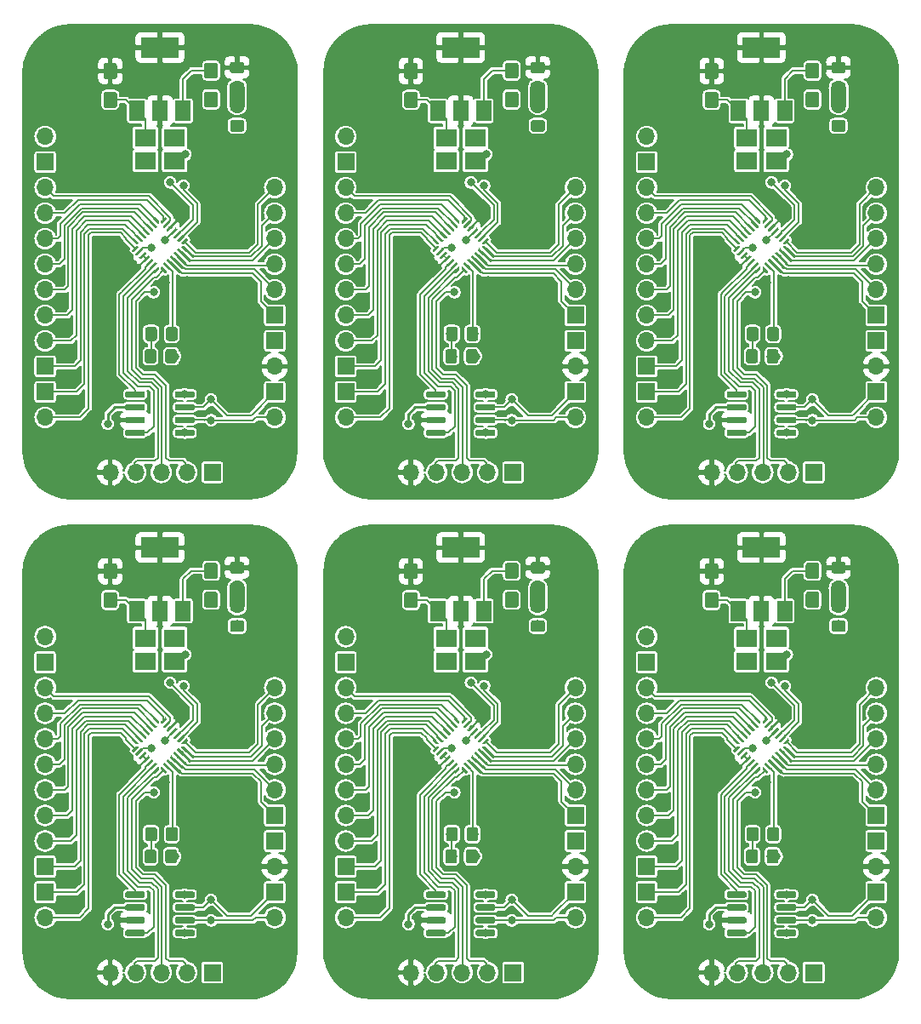
<source format=gtl>
%MOIN*%
%OFA0B0*%
%FSLAX46Y46*%
%IPPOS*%
%LPD*%
%ADD10O,0.066929133858267723X0.066929133858267723*%
%ADD11R,0.066929133858267723X0.066929133858267723*%
%ADD12C,0.0039370078740157488*%
%ADD13C,0.023622047244094488*%
%ADD14R,0.082677165354330714X0.070866141732283464*%
%ADD15R,0.059055118110236227X0.07874015748031496*%
%ADD16R,0.14960629921259844X0.07874015748031496*%
%ADD17C,0.0053883070866141743*%
%ADD18C,0.00984251968503937*%
%ADD19C,0.0452755905511811*%
%ADD20C,0.053149606299212608*%
%ADD21C,0.031496062992125991*%
%ADD22C,0.008*%
%ADD23C,0.00984251968503937*%
%ADD24C,0.01*%
%ADD25C,0.060000000000000005*%
%ADD26C,0.0078740157480314977*%
%ADD37O,0.066929133858267723X0.066929133858267723*%
%ADD38R,0.066929133858267723X0.066929133858267723*%
%ADD39C,0.0039370078740157488*%
%ADD40C,0.023622047244094488*%
%ADD41R,0.082677165354330714X0.070866141732283464*%
%ADD42R,0.059055118110236227X0.07874015748031496*%
%ADD43R,0.14960629921259844X0.07874015748031496*%
%ADD44C,0.0053883070866141743*%
%ADD45C,0.00984251968503937*%
%ADD46C,0.0452755905511811*%
%ADD47C,0.053149606299212608*%
%ADD48C,0.031496062992125991*%
%ADD49C,0.008*%
%ADD50C,0.00984251968503937*%
%ADD51C,0.01*%
%ADD52C,0.060000000000000005*%
%ADD53C,0.0078740157480314977*%
%ADD54O,0.066929133858267723X0.066929133858267723*%
%ADD55R,0.066929133858267723X0.066929133858267723*%
%ADD56C,0.0039370078740157488*%
%ADD57C,0.023622047244094488*%
%ADD58R,0.082677165354330714X0.070866141732283464*%
%ADD59R,0.059055118110236227X0.07874015748031496*%
%ADD60R,0.14960629921259844X0.07874015748031496*%
%ADD61C,0.0053883070866141743*%
%ADD62C,0.00984251968503937*%
%ADD63C,0.0452755905511811*%
%ADD64C,0.053149606299212608*%
%ADD65C,0.031496062992125991*%
%ADD66C,0.008*%
%ADD67C,0.00984251968503937*%
%ADD68C,0.01*%
%ADD69C,0.060000000000000005*%
%ADD70C,0.0078740157480314977*%
%ADD71O,0.066929133858267723X0.066929133858267723*%
%ADD72R,0.066929133858267723X0.066929133858267723*%
%ADD73C,0.0039370078740157488*%
%ADD74C,0.023622047244094488*%
%ADD75R,0.082677165354330714X0.070866141732283464*%
%ADD76R,0.059055118110236227X0.07874015748031496*%
%ADD77R,0.14960629921259844X0.07874015748031496*%
%ADD78C,0.0053883070866141743*%
%ADD79C,0.00984251968503937*%
%ADD80C,0.0452755905511811*%
%ADD81C,0.053149606299212608*%
%ADD82C,0.031496062992125991*%
%ADD83C,0.008*%
%ADD84C,0.00984251968503937*%
%ADD85C,0.01*%
%ADD86C,0.060000000000000005*%
%ADD87C,0.0078740157480314977*%
%ADD88O,0.066929133858267723X0.066929133858267723*%
%ADD89R,0.066929133858267723X0.066929133858267723*%
%ADD90C,0.0039370078740157488*%
%ADD91C,0.023622047244094488*%
%ADD92R,0.082677165354330714X0.070866141732283464*%
%ADD93R,0.059055118110236227X0.07874015748031496*%
%ADD94R,0.14960629921259844X0.07874015748031496*%
%ADD95C,0.0053883070866141743*%
%ADD96C,0.00984251968503937*%
%ADD97C,0.0452755905511811*%
%ADD98C,0.053149606299212608*%
%ADD99C,0.031496062992125991*%
%ADD100C,0.008*%
%ADD101C,0.00984251968503937*%
%ADD102C,0.01*%
%ADD103C,0.060000000000000005*%
%ADD104C,0.0078740157480314977*%
%ADD105O,0.066929133858267723X0.066929133858267723*%
%ADD106R,0.066929133858267723X0.066929133858267723*%
%ADD107C,0.0039370078740157488*%
%ADD108C,0.023622047244094488*%
%ADD109R,0.082677165354330714X0.070866141732283464*%
%ADD110R,0.059055118110236227X0.07874015748031496*%
%ADD111R,0.14960629921259844X0.07874015748031496*%
%ADD112C,0.0053883070866141743*%
%ADD113C,0.00984251968503937*%
%ADD114C,0.0452755905511811*%
%ADD115C,0.053149606299212608*%
%ADD116C,0.031496062992125991*%
%ADD117C,0.008*%
%ADD118C,0.00984251968503937*%
%ADD119C,0.01*%
%ADD120C,0.060000000000000005*%
%ADD121C,0.0078740157480314977*%
D10*
X-0004900000Y0006080000D02*
X0001000000Y0000330000D03*
D11*
X0001000000Y0000430000D03*
D10*
X0000355000Y0000115000D03*
X0000455000Y0000115000D03*
X0000554999Y0000115000D03*
X0000655000Y0000115000D03*
D11*
X0000755000Y0000115000D03*
D10*
X0000100000Y0001430000D03*
D11*
X0000100000Y0001329999D03*
D10*
X0001000000Y0000530000D03*
D11*
X0001000000Y0000630000D03*
D10*
X0001000000Y0001230000D03*
X0001000000Y0001130000D03*
X0001000000Y0001030000D03*
X0001000000Y0000930000D03*
X0001000000Y0000830000D03*
D11*
X0001000000Y0000730000D03*
D10*
X0000100000Y0000330000D03*
D11*
X0000100000Y0000430000D03*
D10*
X0000100000Y0001230000D03*
X0000100000Y0001130000D03*
X0000100000Y0001030000D03*
X0000100000Y0000930000D03*
X0000100000Y0000830000D03*
X0000100000Y0000730000D03*
X0000100000Y0000630000D03*
D11*
X0000100000Y0000530000D03*
D12*
G36*
X0000485618Y0000431782D02*
G01*
X0000486191Y0000431697D01*
X0000486753Y0000431556D01*
X0000487299Y0000431361D01*
X0000487823Y0000431113D01*
X0000488320Y0000430815D01*
X0000488785Y0000430470D01*
X0000489215Y0000430081D01*
X0000489604Y0000429651D01*
X0000489949Y0000429186D01*
X0000490247Y0000428689D01*
X0000490495Y0000428165D01*
X0000490690Y0000427619D01*
X0000490831Y0000427057D01*
X0000490916Y0000426484D01*
X0000490944Y0000425905D01*
X0000490944Y0000414094D01*
X0000490916Y0000413515D01*
X0000490831Y0000412942D01*
X0000490690Y0000412380D01*
X0000490495Y0000411834D01*
X0000490247Y0000411310D01*
X0000489949Y0000410813D01*
X0000489604Y0000410348D01*
X0000489215Y0000409918D01*
X0000488785Y0000409529D01*
X0000488320Y0000409184D01*
X0000487823Y0000408886D01*
X0000487299Y0000408638D01*
X0000486753Y0000408443D01*
X0000486191Y0000408302D01*
X0000485618Y0000408217D01*
X0000485039Y0000408188D01*
X0000420078Y0000408188D01*
X0000419499Y0000408217D01*
X0000418926Y0000408302D01*
X0000418364Y0000408443D01*
X0000417818Y0000408638D01*
X0000417294Y0000408886D01*
X0000416797Y0000409184D01*
X0000416332Y0000409529D01*
X0000415902Y0000409918D01*
X0000415513Y0000410348D01*
X0000415168Y0000410813D01*
X0000414870Y0000411310D01*
X0000414622Y0000411834D01*
X0000414427Y0000412380D01*
X0000414286Y0000412942D01*
X0000414201Y0000413515D01*
X0000414173Y0000414094D01*
X0000414173Y0000425905D01*
X0000414201Y0000426484D01*
X0000414286Y0000427057D01*
X0000414427Y0000427619D01*
X0000414622Y0000428165D01*
X0000414870Y0000428689D01*
X0000415168Y0000429186D01*
X0000415513Y0000429651D01*
X0000415902Y0000430081D01*
X0000416332Y0000430470D01*
X0000416797Y0000430815D01*
X0000417294Y0000431113D01*
X0000417818Y0000431361D01*
X0000418364Y0000431556D01*
X0000418926Y0000431697D01*
X0000419499Y0000431782D01*
X0000420078Y0000431811D01*
X0000485039Y0000431811D01*
X0000485618Y0000431782D01*
X0000485618Y0000431782D01*
G37*
D13*
X0000452559Y0000420000D03*
D12*
G36*
X0000485618Y0000381782D02*
G01*
X0000486191Y0000381697D01*
X0000486753Y0000381556D01*
X0000487299Y0000381361D01*
X0000487823Y0000381113D01*
X0000488320Y0000380815D01*
X0000488785Y0000380470D01*
X0000489215Y0000380081D01*
X0000489604Y0000379651D01*
X0000489949Y0000379186D01*
X0000490247Y0000378689D01*
X0000490495Y0000378165D01*
X0000490690Y0000377619D01*
X0000490831Y0000377057D01*
X0000490916Y0000376484D01*
X0000490944Y0000375905D01*
X0000490944Y0000364094D01*
X0000490916Y0000363515D01*
X0000490831Y0000362942D01*
X0000490690Y0000362380D01*
X0000490495Y0000361834D01*
X0000490247Y0000361310D01*
X0000489949Y0000360813D01*
X0000489604Y0000360348D01*
X0000489215Y0000359918D01*
X0000488785Y0000359529D01*
X0000488320Y0000359184D01*
X0000487823Y0000358886D01*
X0000487299Y0000358638D01*
X0000486753Y0000358443D01*
X0000486191Y0000358302D01*
X0000485618Y0000358217D01*
X0000485039Y0000358188D01*
X0000420078Y0000358188D01*
X0000419499Y0000358217D01*
X0000418926Y0000358302D01*
X0000418364Y0000358443D01*
X0000417818Y0000358638D01*
X0000417294Y0000358886D01*
X0000416797Y0000359184D01*
X0000416332Y0000359529D01*
X0000415902Y0000359918D01*
X0000415513Y0000360348D01*
X0000415168Y0000360813D01*
X0000414870Y0000361310D01*
X0000414622Y0000361834D01*
X0000414427Y0000362380D01*
X0000414286Y0000362942D01*
X0000414201Y0000363515D01*
X0000414173Y0000364094D01*
X0000414173Y0000375905D01*
X0000414201Y0000376484D01*
X0000414286Y0000377057D01*
X0000414427Y0000377619D01*
X0000414622Y0000378165D01*
X0000414870Y0000378689D01*
X0000415168Y0000379186D01*
X0000415513Y0000379651D01*
X0000415902Y0000380081D01*
X0000416332Y0000380470D01*
X0000416797Y0000380815D01*
X0000417294Y0000381113D01*
X0000417818Y0000381361D01*
X0000418364Y0000381556D01*
X0000418926Y0000381697D01*
X0000419499Y0000381782D01*
X0000420078Y0000381811D01*
X0000485039Y0000381811D01*
X0000485618Y0000381782D01*
X0000485618Y0000381782D01*
G37*
D13*
X0000452559Y0000370000D03*
D12*
G36*
X0000485618Y0000331782D02*
G01*
X0000486191Y0000331697D01*
X0000486753Y0000331556D01*
X0000487299Y0000331361D01*
X0000487823Y0000331113D01*
X0000488320Y0000330815D01*
X0000488785Y0000330470D01*
X0000489215Y0000330081D01*
X0000489604Y0000329651D01*
X0000489949Y0000329186D01*
X0000490247Y0000328689D01*
X0000490495Y0000328165D01*
X0000490690Y0000327619D01*
X0000490831Y0000327057D01*
X0000490916Y0000326484D01*
X0000490944Y0000325905D01*
X0000490944Y0000314094D01*
X0000490916Y0000313515D01*
X0000490831Y0000312942D01*
X0000490690Y0000312380D01*
X0000490495Y0000311834D01*
X0000490247Y0000311310D01*
X0000489949Y0000310813D01*
X0000489604Y0000310348D01*
X0000489215Y0000309918D01*
X0000488785Y0000309529D01*
X0000488320Y0000309184D01*
X0000487823Y0000308886D01*
X0000487299Y0000308638D01*
X0000486753Y0000308443D01*
X0000486191Y0000308302D01*
X0000485618Y0000308217D01*
X0000485039Y0000308188D01*
X0000420078Y0000308188D01*
X0000419499Y0000308217D01*
X0000418926Y0000308302D01*
X0000418364Y0000308443D01*
X0000417818Y0000308638D01*
X0000417294Y0000308886D01*
X0000416797Y0000309184D01*
X0000416332Y0000309529D01*
X0000415902Y0000309918D01*
X0000415513Y0000310348D01*
X0000415168Y0000310813D01*
X0000414870Y0000311310D01*
X0000414622Y0000311834D01*
X0000414427Y0000312380D01*
X0000414286Y0000312942D01*
X0000414201Y0000313515D01*
X0000414173Y0000314094D01*
X0000414173Y0000325905D01*
X0000414201Y0000326484D01*
X0000414286Y0000327057D01*
X0000414427Y0000327619D01*
X0000414622Y0000328165D01*
X0000414870Y0000328689D01*
X0000415168Y0000329186D01*
X0000415513Y0000329651D01*
X0000415902Y0000330081D01*
X0000416332Y0000330470D01*
X0000416797Y0000330815D01*
X0000417294Y0000331113D01*
X0000417818Y0000331361D01*
X0000418364Y0000331556D01*
X0000418926Y0000331697D01*
X0000419499Y0000331782D01*
X0000420078Y0000331811D01*
X0000485039Y0000331811D01*
X0000485618Y0000331782D01*
X0000485618Y0000331782D01*
G37*
D13*
X0000452559Y0000320000D03*
D12*
G36*
X0000485618Y0000281782D02*
G01*
X0000486191Y0000281697D01*
X0000486753Y0000281556D01*
X0000487299Y0000281361D01*
X0000487823Y0000281113D01*
X0000488320Y0000280815D01*
X0000488785Y0000280470D01*
X0000489215Y0000280081D01*
X0000489604Y0000279651D01*
X0000489949Y0000279186D01*
X0000490247Y0000278689D01*
X0000490495Y0000278165D01*
X0000490690Y0000277619D01*
X0000490831Y0000277057D01*
X0000490916Y0000276484D01*
X0000490944Y0000275905D01*
X0000490944Y0000264094D01*
X0000490916Y0000263515D01*
X0000490831Y0000262942D01*
X0000490690Y0000262380D01*
X0000490495Y0000261834D01*
X0000490247Y0000261310D01*
X0000489949Y0000260813D01*
X0000489604Y0000260348D01*
X0000489215Y0000259918D01*
X0000488785Y0000259529D01*
X0000488320Y0000259184D01*
X0000487823Y0000258886D01*
X0000487299Y0000258638D01*
X0000486753Y0000258443D01*
X0000486191Y0000258302D01*
X0000485618Y0000258217D01*
X0000485039Y0000258188D01*
X0000420078Y0000258188D01*
X0000419499Y0000258217D01*
X0000418926Y0000258302D01*
X0000418364Y0000258443D01*
X0000417818Y0000258638D01*
X0000417294Y0000258886D01*
X0000416797Y0000259184D01*
X0000416332Y0000259529D01*
X0000415902Y0000259918D01*
X0000415513Y0000260348D01*
X0000415168Y0000260813D01*
X0000414870Y0000261310D01*
X0000414622Y0000261834D01*
X0000414427Y0000262380D01*
X0000414286Y0000262942D01*
X0000414201Y0000263515D01*
X0000414173Y0000264094D01*
X0000414173Y0000275905D01*
X0000414201Y0000276484D01*
X0000414286Y0000277057D01*
X0000414427Y0000277619D01*
X0000414622Y0000278165D01*
X0000414870Y0000278689D01*
X0000415168Y0000279186D01*
X0000415513Y0000279651D01*
X0000415902Y0000280081D01*
X0000416332Y0000280470D01*
X0000416797Y0000280815D01*
X0000417294Y0000281113D01*
X0000417818Y0000281361D01*
X0000418364Y0000281556D01*
X0000418926Y0000281697D01*
X0000419499Y0000281782D01*
X0000420078Y0000281811D01*
X0000485039Y0000281811D01*
X0000485618Y0000281782D01*
X0000485618Y0000281782D01*
G37*
D13*
X0000452559Y0000270000D03*
D12*
G36*
X0000680500Y0000281782D02*
G01*
X0000681073Y0000281697D01*
X0000681635Y0000281556D01*
X0000682181Y0000281361D01*
X0000682705Y0000281113D01*
X0000683202Y0000280815D01*
X0000683667Y0000280470D01*
X0000684097Y0000280081D01*
X0000684486Y0000279651D01*
X0000684831Y0000279186D01*
X0000685129Y0000278689D01*
X0000685377Y0000278165D01*
X0000685572Y0000277619D01*
X0000685713Y0000277057D01*
X0000685798Y0000276484D01*
X0000685826Y0000275905D01*
X0000685826Y0000264094D01*
X0000685798Y0000263515D01*
X0000685713Y0000262942D01*
X0000685572Y0000262380D01*
X0000685377Y0000261834D01*
X0000685129Y0000261310D01*
X0000684831Y0000260813D01*
X0000684486Y0000260348D01*
X0000684097Y0000259918D01*
X0000683667Y0000259529D01*
X0000683202Y0000259184D01*
X0000682705Y0000258886D01*
X0000682181Y0000258638D01*
X0000681635Y0000258443D01*
X0000681073Y0000258302D01*
X0000680500Y0000258217D01*
X0000679921Y0000258188D01*
X0000614960Y0000258188D01*
X0000614381Y0000258217D01*
X0000613808Y0000258302D01*
X0000613246Y0000258443D01*
X0000612700Y0000258638D01*
X0000612176Y0000258886D01*
X0000611679Y0000259184D01*
X0000611214Y0000259529D01*
X0000610784Y0000259918D01*
X0000610395Y0000260348D01*
X0000610050Y0000260813D01*
X0000609752Y0000261310D01*
X0000609504Y0000261834D01*
X0000609309Y0000262380D01*
X0000609168Y0000262942D01*
X0000609083Y0000263515D01*
X0000609055Y0000264094D01*
X0000609055Y0000275905D01*
X0000609083Y0000276484D01*
X0000609168Y0000277057D01*
X0000609309Y0000277619D01*
X0000609504Y0000278165D01*
X0000609752Y0000278689D01*
X0000610050Y0000279186D01*
X0000610395Y0000279651D01*
X0000610784Y0000280081D01*
X0000611214Y0000280470D01*
X0000611679Y0000280815D01*
X0000612176Y0000281113D01*
X0000612700Y0000281361D01*
X0000613246Y0000281556D01*
X0000613808Y0000281697D01*
X0000614381Y0000281782D01*
X0000614960Y0000281811D01*
X0000679921Y0000281811D01*
X0000680500Y0000281782D01*
X0000680500Y0000281782D01*
G37*
D13*
X0000647440Y0000270000D03*
D12*
G36*
X0000680500Y0000331782D02*
G01*
X0000681073Y0000331697D01*
X0000681635Y0000331556D01*
X0000682181Y0000331361D01*
X0000682705Y0000331113D01*
X0000683202Y0000330815D01*
X0000683667Y0000330470D01*
X0000684097Y0000330081D01*
X0000684486Y0000329651D01*
X0000684831Y0000329186D01*
X0000685129Y0000328689D01*
X0000685377Y0000328165D01*
X0000685572Y0000327619D01*
X0000685713Y0000327057D01*
X0000685798Y0000326484D01*
X0000685826Y0000325905D01*
X0000685826Y0000314094D01*
X0000685798Y0000313515D01*
X0000685713Y0000312942D01*
X0000685572Y0000312380D01*
X0000685377Y0000311834D01*
X0000685129Y0000311310D01*
X0000684831Y0000310813D01*
X0000684486Y0000310348D01*
X0000684097Y0000309918D01*
X0000683667Y0000309529D01*
X0000683202Y0000309184D01*
X0000682705Y0000308886D01*
X0000682181Y0000308638D01*
X0000681635Y0000308443D01*
X0000681073Y0000308302D01*
X0000680500Y0000308217D01*
X0000679921Y0000308188D01*
X0000614960Y0000308188D01*
X0000614381Y0000308217D01*
X0000613808Y0000308302D01*
X0000613246Y0000308443D01*
X0000612700Y0000308638D01*
X0000612176Y0000308886D01*
X0000611679Y0000309184D01*
X0000611214Y0000309529D01*
X0000610784Y0000309918D01*
X0000610395Y0000310348D01*
X0000610050Y0000310813D01*
X0000609752Y0000311310D01*
X0000609504Y0000311834D01*
X0000609309Y0000312380D01*
X0000609168Y0000312942D01*
X0000609083Y0000313515D01*
X0000609055Y0000314094D01*
X0000609055Y0000325905D01*
X0000609083Y0000326484D01*
X0000609168Y0000327057D01*
X0000609309Y0000327619D01*
X0000609504Y0000328165D01*
X0000609752Y0000328689D01*
X0000610050Y0000329186D01*
X0000610395Y0000329651D01*
X0000610784Y0000330081D01*
X0000611214Y0000330470D01*
X0000611679Y0000330815D01*
X0000612176Y0000331113D01*
X0000612700Y0000331361D01*
X0000613246Y0000331556D01*
X0000613808Y0000331697D01*
X0000614381Y0000331782D01*
X0000614960Y0000331811D01*
X0000679921Y0000331811D01*
X0000680500Y0000331782D01*
X0000680500Y0000331782D01*
G37*
D13*
X0000647440Y0000320000D03*
D12*
G36*
X0000680500Y0000381782D02*
G01*
X0000681073Y0000381697D01*
X0000681635Y0000381556D01*
X0000682181Y0000381361D01*
X0000682705Y0000381113D01*
X0000683202Y0000380815D01*
X0000683667Y0000380470D01*
X0000684097Y0000380081D01*
X0000684486Y0000379651D01*
X0000684831Y0000379186D01*
X0000685129Y0000378689D01*
X0000685377Y0000378165D01*
X0000685572Y0000377619D01*
X0000685713Y0000377057D01*
X0000685798Y0000376484D01*
X0000685826Y0000375905D01*
X0000685826Y0000364094D01*
X0000685798Y0000363515D01*
X0000685713Y0000362942D01*
X0000685572Y0000362380D01*
X0000685377Y0000361834D01*
X0000685129Y0000361310D01*
X0000684831Y0000360813D01*
X0000684486Y0000360348D01*
X0000684097Y0000359918D01*
X0000683667Y0000359529D01*
X0000683202Y0000359184D01*
X0000682705Y0000358886D01*
X0000682181Y0000358638D01*
X0000681635Y0000358443D01*
X0000681073Y0000358302D01*
X0000680500Y0000358217D01*
X0000679921Y0000358188D01*
X0000614960Y0000358188D01*
X0000614381Y0000358217D01*
X0000613808Y0000358302D01*
X0000613246Y0000358443D01*
X0000612700Y0000358638D01*
X0000612176Y0000358886D01*
X0000611679Y0000359184D01*
X0000611214Y0000359529D01*
X0000610784Y0000359918D01*
X0000610395Y0000360348D01*
X0000610050Y0000360813D01*
X0000609752Y0000361310D01*
X0000609504Y0000361834D01*
X0000609309Y0000362380D01*
X0000609168Y0000362942D01*
X0000609083Y0000363515D01*
X0000609055Y0000364094D01*
X0000609055Y0000375905D01*
X0000609083Y0000376484D01*
X0000609168Y0000377057D01*
X0000609309Y0000377619D01*
X0000609504Y0000378165D01*
X0000609752Y0000378689D01*
X0000610050Y0000379186D01*
X0000610395Y0000379651D01*
X0000610784Y0000380081D01*
X0000611214Y0000380470D01*
X0000611679Y0000380815D01*
X0000612176Y0000381113D01*
X0000612700Y0000381361D01*
X0000613246Y0000381556D01*
X0000613808Y0000381697D01*
X0000614381Y0000381782D01*
X0000614960Y0000381811D01*
X0000679921Y0000381811D01*
X0000680500Y0000381782D01*
X0000680500Y0000381782D01*
G37*
D13*
X0000647440Y0000370000D03*
D12*
G36*
X0000680500Y0000431782D02*
G01*
X0000681073Y0000431697D01*
X0000681635Y0000431556D01*
X0000682181Y0000431361D01*
X0000682705Y0000431113D01*
X0000683202Y0000430815D01*
X0000683667Y0000430470D01*
X0000684097Y0000430081D01*
X0000684486Y0000429651D01*
X0000684831Y0000429186D01*
X0000685129Y0000428689D01*
X0000685377Y0000428165D01*
X0000685572Y0000427619D01*
X0000685713Y0000427057D01*
X0000685798Y0000426484D01*
X0000685826Y0000425905D01*
X0000685826Y0000414094D01*
X0000685798Y0000413515D01*
X0000685713Y0000412942D01*
X0000685572Y0000412380D01*
X0000685377Y0000411834D01*
X0000685129Y0000411310D01*
X0000684831Y0000410813D01*
X0000684486Y0000410348D01*
X0000684097Y0000409918D01*
X0000683667Y0000409529D01*
X0000683202Y0000409184D01*
X0000682705Y0000408886D01*
X0000682181Y0000408638D01*
X0000681635Y0000408443D01*
X0000681073Y0000408302D01*
X0000680500Y0000408217D01*
X0000679921Y0000408188D01*
X0000614960Y0000408188D01*
X0000614381Y0000408217D01*
X0000613808Y0000408302D01*
X0000613246Y0000408443D01*
X0000612700Y0000408638D01*
X0000612176Y0000408886D01*
X0000611679Y0000409184D01*
X0000611214Y0000409529D01*
X0000610784Y0000409918D01*
X0000610395Y0000410348D01*
X0000610050Y0000410813D01*
X0000609752Y0000411310D01*
X0000609504Y0000411834D01*
X0000609309Y0000412380D01*
X0000609168Y0000412942D01*
X0000609083Y0000413515D01*
X0000609055Y0000414094D01*
X0000609055Y0000425905D01*
X0000609083Y0000426484D01*
X0000609168Y0000427057D01*
X0000609309Y0000427619D01*
X0000609504Y0000428165D01*
X0000609752Y0000428689D01*
X0000610050Y0000429186D01*
X0000610395Y0000429651D01*
X0000610784Y0000430081D01*
X0000611214Y0000430470D01*
X0000611679Y0000430815D01*
X0000612176Y0000431113D01*
X0000612700Y0000431361D01*
X0000613246Y0000431556D01*
X0000613808Y0000431697D01*
X0000614381Y0000431782D01*
X0000614960Y0000431811D01*
X0000679921Y0000431811D01*
X0000680500Y0000431782D01*
X0000680500Y0000431782D01*
G37*
D13*
X0000647440Y0000420000D03*
D14*
X0000607500Y0001334448D03*
X0000493326Y0001334448D03*
X0000493326Y0001425000D03*
X0000607500Y0001425000D03*
D15*
X0000459448Y0001530984D03*
X0000640551Y0001530984D03*
X0000550000Y0001530984D03*
D16*
X0000550000Y0001779015D03*
D17*
X0000647366Y0000991150D03*
D12*
G36*
X0000655379Y0000978193D02*
G01*
X0000655073Y0000978029D01*
X0000654741Y0000977929D01*
X0000654395Y0000977894D01*
X0000654050Y0000977929D01*
X0000653717Y0000978029D01*
X0000653411Y0000978193D01*
X0000653142Y0000978413D01*
X0000634630Y0000996926D01*
X0000634409Y0000997195D01*
X0000634246Y0000997501D01*
X0000634145Y0000997833D01*
X0000634111Y0000998179D01*
X0000634145Y0000998525D01*
X0000634246Y0000998857D01*
X0000634409Y0000999163D01*
X0000634630Y0000999432D01*
X0000635363Y0001000166D01*
X0000635632Y0001000386D01*
X0000635938Y0001000550D01*
X0000636271Y0001000650D01*
X0000636616Y0001000684D01*
X0000644057Y0001000684D01*
X0000644403Y0001000650D01*
X0000644735Y0001000550D01*
X0000645041Y0001000386D01*
X0000645310Y0001000166D01*
X0000660102Y0000985373D01*
X0000660322Y0000985105D01*
X0000660486Y0000984798D01*
X0000660587Y0000984466D01*
X0000660621Y0000984120D01*
X0000660587Y0000983775D01*
X0000660486Y0000983442D01*
X0000660322Y0000983136D01*
X0000660102Y0000982868D01*
X0000655648Y0000978413D01*
X0000655379Y0000978193D01*
X0000655379Y0000978193D01*
G37*
G36*
X0000623318Y0000993529D02*
G01*
X0000623557Y0000993493D01*
X0000623791Y0000993435D01*
X0000624018Y0000993353D01*
X0000624236Y0000993250D01*
X0000624444Y0000993126D01*
X0000624637Y0000992982D01*
X0000624816Y0000992820D01*
X0000645696Y0000971941D01*
X0000645858Y0000971762D01*
X0000646002Y0000971568D01*
X0000646126Y0000971361D01*
X0000646229Y0000971143D01*
X0000646310Y0000970915D01*
X0000646369Y0000970681D01*
X0000646404Y0000970442D01*
X0000646416Y0000970201D01*
X0000646404Y0000969960D01*
X0000646369Y0000969721D01*
X0000646310Y0000969487D01*
X0000646229Y0000969259D01*
X0000646126Y0000969041D01*
X0000646002Y0000968834D01*
X0000645858Y0000968640D01*
X0000645696Y0000968461D01*
X0000642216Y0000964981D01*
X0000642037Y0000964819D01*
X0000641843Y0000964675D01*
X0000641636Y0000964551D01*
X0000641417Y0000964448D01*
X0000641190Y0000964366D01*
X0000640956Y0000964308D01*
X0000640717Y0000964272D01*
X0000640476Y0000964260D01*
X0000640235Y0000964272D01*
X0000639996Y0000964308D01*
X0000639761Y0000964366D01*
X0000639534Y0000964448D01*
X0000639316Y0000964551D01*
X0000639109Y0000964675D01*
X0000638915Y0000964819D01*
X0000638736Y0000964981D01*
X0000617857Y0000985860D01*
X0000617695Y0000986039D01*
X0000617551Y0000986233D01*
X0000617427Y0000986440D01*
X0000617323Y0000986659D01*
X0000617242Y0000986886D01*
X0000617183Y0000987120D01*
X0000617148Y0000987359D01*
X0000617136Y0000987600D01*
X0000617148Y0000987841D01*
X0000617183Y0000988080D01*
X0000617242Y0000988315D01*
X0000617323Y0000988542D01*
X0000617427Y0000988760D01*
X0000617551Y0000988967D01*
X0000617695Y0000989161D01*
X0000617857Y0000989340D01*
X0000621337Y0000992820D01*
X0000621515Y0000992982D01*
X0000621709Y0000993126D01*
X0000621917Y0000993250D01*
X0000622135Y0000993353D01*
X0000622362Y0000993435D01*
X0000622596Y0000993493D01*
X0000622835Y0000993529D01*
X0000623076Y0000993541D01*
X0000623318Y0000993529D01*
X0000623318Y0000993529D01*
G37*
D18*
X0000631776Y0000978901D03*
D12*
G36*
X0000609398Y0000979609D02*
G01*
X0000609637Y0000979574D01*
X0000609871Y0000979515D01*
X0000610099Y0000979434D01*
X0000610317Y0000979331D01*
X0000610524Y0000979207D01*
X0000610718Y0000979063D01*
X0000610897Y0000978901D01*
X0000631776Y0000958021D01*
X0000631938Y0000957843D01*
X0000632082Y0000957649D01*
X0000632206Y0000957441D01*
X0000632310Y0000957223D01*
X0000632391Y0000956996D01*
X0000632450Y0000956762D01*
X0000632485Y0000956523D01*
X0000632497Y0000956282D01*
X0000632485Y0000956040D01*
X0000632450Y0000955801D01*
X0000632391Y0000955567D01*
X0000632310Y0000955340D01*
X0000632206Y0000955122D01*
X0000632082Y0000954914D01*
X0000631938Y0000954720D01*
X0000631776Y0000954542D01*
X0000628296Y0000951062D01*
X0000628117Y0000950900D01*
X0000627923Y0000950756D01*
X0000627716Y0000950632D01*
X0000627498Y0000950528D01*
X0000627271Y0000950447D01*
X0000627036Y0000950388D01*
X0000626798Y0000950353D01*
X0000626556Y0000950341D01*
X0000626315Y0000950353D01*
X0000626076Y0000950388D01*
X0000625842Y0000950447D01*
X0000625615Y0000950528D01*
X0000625396Y0000950632D01*
X0000625189Y0000950756D01*
X0000624995Y0000950900D01*
X0000624816Y0000951062D01*
X0000603937Y0000971941D01*
X0000603775Y0000972120D01*
X0000603631Y0000972314D01*
X0000603507Y0000972521D01*
X0000603404Y0000972739D01*
X0000603322Y0000972967D01*
X0000603264Y0000973201D01*
X0000603228Y0000973440D01*
X0000603217Y0000973681D01*
X0000603228Y0000973922D01*
X0000603264Y0000974161D01*
X0000603322Y0000974395D01*
X0000603404Y0000974622D01*
X0000603507Y0000974841D01*
X0000603631Y0000975048D01*
X0000603775Y0000975242D01*
X0000603937Y0000975421D01*
X0000607417Y0000978901D01*
X0000607596Y0000979063D01*
X0000607790Y0000979207D01*
X0000607997Y0000979331D01*
X0000608215Y0000979434D01*
X0000608443Y0000979515D01*
X0000608677Y0000979574D01*
X0000608916Y0000979609D01*
X0000609157Y0000979621D01*
X0000609398Y0000979609D01*
X0000609398Y0000979609D01*
G37*
D18*
X0000617857Y0000964981D03*
D12*
G36*
X0000595479Y0000965690D02*
G01*
X0000595718Y0000965655D01*
X0000595952Y0000965596D01*
X0000596179Y0000965515D01*
X0000596398Y0000965411D01*
X0000596605Y0000965287D01*
X0000596799Y0000965143D01*
X0000596978Y0000964981D01*
X0000617857Y0000944102D01*
X0000618019Y0000943923D01*
X0000618163Y0000943729D01*
X0000618287Y0000943522D01*
X0000618390Y0000943304D01*
X0000618471Y0000943076D01*
X0000618530Y0000942842D01*
X0000618566Y0000942603D01*
X0000618577Y0000942362D01*
X0000618566Y0000942121D01*
X0000618530Y0000941882D01*
X0000618471Y0000941648D01*
X0000618390Y0000941420D01*
X0000618287Y0000941202D01*
X0000618163Y0000940995D01*
X0000618019Y0000940801D01*
X0000617857Y0000940622D01*
X0000614377Y0000937142D01*
X0000614198Y0000936980D01*
X0000614004Y0000936836D01*
X0000613797Y0000936712D01*
X0000613579Y0000936609D01*
X0000613351Y0000936528D01*
X0000613117Y0000936469D01*
X0000612878Y0000936433D01*
X0000612637Y0000936422D01*
X0000612396Y0000936433D01*
X0000612157Y0000936469D01*
X0000611923Y0000936528D01*
X0000611695Y0000936609D01*
X0000611477Y0000936712D01*
X0000611270Y0000936836D01*
X0000611076Y0000936980D01*
X0000610897Y0000937142D01*
X0000590018Y0000958021D01*
X0000589856Y0000958200D01*
X0000589712Y0000958394D01*
X0000589588Y0000958601D01*
X0000589484Y0000958820D01*
X0000589403Y0000959047D01*
X0000589344Y0000959281D01*
X0000589309Y0000959520D01*
X0000589297Y0000959761D01*
X0000589309Y0000960003D01*
X0000589344Y0000960241D01*
X0000589403Y0000960476D01*
X0000589484Y0000960703D01*
X0000589588Y0000960921D01*
X0000589712Y0000961128D01*
X0000589856Y0000961322D01*
X0000590018Y0000961501D01*
X0000593498Y0000964981D01*
X0000593677Y0000965143D01*
X0000593871Y0000965287D01*
X0000594078Y0000965411D01*
X0000594296Y0000965515D01*
X0000594523Y0000965596D01*
X0000594758Y0000965655D01*
X0000594996Y0000965690D01*
X0000595238Y0000965702D01*
X0000595479Y0000965690D01*
X0000595479Y0000965690D01*
G37*
D18*
X0000603937Y0000951062D03*
D12*
G36*
X0000581559Y0000951771D02*
G01*
X0000581798Y0000951735D01*
X0000582032Y0000951676D01*
X0000582260Y0000951595D01*
X0000582478Y0000951492D01*
X0000582685Y0000951368D01*
X0000582879Y0000951224D01*
X0000583058Y0000951062D01*
X0000603937Y0000930183D01*
X0000604099Y0000930004D01*
X0000604243Y0000929810D01*
X0000604367Y0000929603D01*
X0000604471Y0000929384D01*
X0000604552Y0000929157D01*
X0000604611Y0000928923D01*
X0000604646Y0000928684D01*
X0000604658Y0000928443D01*
X0000604646Y0000928201D01*
X0000604611Y0000927963D01*
X0000604552Y0000927728D01*
X0000604471Y0000927501D01*
X0000604367Y0000927283D01*
X0000604243Y0000927076D01*
X0000604099Y0000926882D01*
X0000603937Y0000926703D01*
X0000600457Y0000923223D01*
X0000600279Y0000923061D01*
X0000600085Y0000922917D01*
X0000599877Y0000922793D01*
X0000599659Y0000922690D01*
X0000599432Y0000922608D01*
X0000599198Y0000922549D01*
X0000598959Y0000922514D01*
X0000598717Y0000922502D01*
X0000598476Y0000922514D01*
X0000598237Y0000922549D01*
X0000598003Y0000922608D01*
X0000597776Y0000922690D01*
X0000597558Y0000922793D01*
X0000597350Y0000922917D01*
X0000597156Y0000923061D01*
X0000596978Y0000923223D01*
X0000576098Y0000944102D01*
X0000575936Y0000944281D01*
X0000575792Y0000944475D01*
X0000575668Y0000944682D01*
X0000575565Y0000944900D01*
X0000575484Y0000945128D01*
X0000575425Y0000945362D01*
X0000575390Y0000945601D01*
X0000575378Y0000945842D01*
X0000575390Y0000946083D01*
X0000575425Y0000946322D01*
X0000575484Y0000946556D01*
X0000575565Y0000946784D01*
X0000575668Y0000947002D01*
X0000575792Y0000947209D01*
X0000575936Y0000947403D01*
X0000576098Y0000947582D01*
X0000579578Y0000951062D01*
X0000579757Y0000951224D01*
X0000579951Y0000951368D01*
X0000580158Y0000951492D01*
X0000580377Y0000951595D01*
X0000580604Y0000951676D01*
X0000580838Y0000951735D01*
X0000581077Y0000951771D01*
X0000581318Y0000951782D01*
X0000581559Y0000951771D01*
X0000581559Y0000951771D01*
G37*
D18*
X0000590018Y0000937142D03*
D12*
G36*
X0000567640Y0000937851D02*
G01*
X0000567879Y0000937816D01*
X0000568113Y0000937757D01*
X0000568340Y0000937676D01*
X0000568559Y0000937572D01*
X0000568766Y0000937448D01*
X0000568960Y0000937304D01*
X0000569139Y0000937142D01*
X0000590018Y0000916263D01*
X0000590180Y0000916084D01*
X0000590324Y0000915890D01*
X0000590448Y0000915683D01*
X0000590551Y0000915465D01*
X0000590633Y0000915238D01*
X0000590691Y0000915003D01*
X0000590727Y0000914764D01*
X0000590739Y0000914523D01*
X0000590727Y0000914282D01*
X0000590691Y0000914043D01*
X0000590633Y0000913809D01*
X0000590551Y0000913582D01*
X0000590448Y0000913363D01*
X0000590324Y0000913156D01*
X0000590180Y0000912962D01*
X0000590018Y0000912783D01*
X0000586538Y0000909303D01*
X0000586359Y0000909141D01*
X0000586165Y0000908997D01*
X0000585958Y0000908873D01*
X0000585740Y0000908770D01*
X0000585512Y0000908689D01*
X0000585278Y0000908630D01*
X0000585039Y0000908595D01*
X0000584798Y0000908583D01*
X0000584557Y0000908595D01*
X0000584318Y0000908630D01*
X0000584084Y0000908689D01*
X0000583856Y0000908770D01*
X0000583638Y0000908873D01*
X0000583431Y0000908997D01*
X0000583237Y0000909141D01*
X0000583058Y0000909303D01*
X0000562179Y0000930183D01*
X0000562017Y0000930362D01*
X0000561873Y0000930555D01*
X0000561749Y0000930763D01*
X0000561646Y0000930981D01*
X0000561564Y0000931208D01*
X0000561506Y0000931442D01*
X0000561470Y0000931681D01*
X0000561458Y0000931923D01*
X0000561470Y0000932164D01*
X0000561506Y0000932403D01*
X0000561564Y0000932637D01*
X0000561646Y0000932864D01*
X0000561749Y0000933082D01*
X0000561873Y0000933290D01*
X0000562017Y0000933484D01*
X0000562179Y0000933662D01*
X0000565659Y0000937142D01*
X0000565838Y0000937304D01*
X0000566032Y0000937448D01*
X0000566239Y0000937572D01*
X0000566457Y0000937676D01*
X0000566685Y0000937757D01*
X0000566919Y0000937816D01*
X0000567158Y0000937851D01*
X0000567399Y0000937863D01*
X0000567640Y0000937851D01*
X0000567640Y0000937851D01*
G37*
D18*
X0000576098Y0000923223D03*
D17*
X0000563849Y0000907633D03*
D12*
G36*
X0000571863Y0000894677D02*
G01*
X0000571557Y0000894513D01*
X0000571224Y0000894412D01*
X0000570879Y0000894378D01*
X0000570533Y0000894412D01*
X0000570201Y0000894513D01*
X0000569894Y0000894677D01*
X0000569626Y0000894897D01*
X0000554833Y0000909689D01*
X0000554613Y0000909958D01*
X0000554449Y0000910264D01*
X0000554349Y0000910596D01*
X0000554315Y0000910942D01*
X0000554315Y0000918383D01*
X0000554349Y0000918728D01*
X0000554449Y0000919061D01*
X0000554613Y0000919367D01*
X0000554833Y0000919636D01*
X0000555567Y0000920369D01*
X0000555836Y0000920590D01*
X0000556142Y0000920753D01*
X0000556474Y0000920854D01*
X0000556820Y0000920888D01*
X0000557166Y0000920854D01*
X0000557498Y0000920753D01*
X0000557804Y0000920590D01*
X0000558073Y0000920369D01*
X0000576586Y0000901857D01*
X0000576806Y0000901588D01*
X0000576970Y0000901282D01*
X0000577070Y0000900949D01*
X0000577105Y0000900604D01*
X0000577070Y0000900258D01*
X0000576970Y0000899926D01*
X0000576806Y0000899620D01*
X0000576586Y0000899351D01*
X0000572131Y0000894897D01*
X0000571863Y0000894677D01*
X0000571863Y0000894677D01*
G37*
D17*
X0000536150Y0000907633D03*
D12*
G36*
X0000530105Y0000894677D02*
G01*
X0000529798Y0000894513D01*
X0000529466Y0000894412D01*
X0000529120Y0000894378D01*
X0000528775Y0000894412D01*
X0000528442Y0000894513D01*
X0000528136Y0000894677D01*
X0000527868Y0000894897D01*
X0000523413Y0000899351D01*
X0000523193Y0000899620D01*
X0000523029Y0000899926D01*
X0000522929Y0000900258D01*
X0000522894Y0000900604D01*
X0000522929Y0000900949D01*
X0000523029Y0000901282D01*
X0000523193Y0000901588D01*
X0000523413Y0000901857D01*
X0000541926Y0000920369D01*
X0000542195Y0000920590D01*
X0000542501Y0000920753D01*
X0000542833Y0000920854D01*
X0000543179Y0000920888D01*
X0000543525Y0000920854D01*
X0000543857Y0000920753D01*
X0000544163Y0000920590D01*
X0000544432Y0000920369D01*
X0000545166Y0000919636D01*
X0000545386Y0000919367D01*
X0000545550Y0000919061D01*
X0000545650Y0000918728D01*
X0000545684Y0000918383D01*
X0000545684Y0000910942D01*
X0000545650Y0000910596D01*
X0000545550Y0000910264D01*
X0000545386Y0000909958D01*
X0000545166Y0000909689D01*
X0000530373Y0000894897D01*
X0000530105Y0000894677D01*
X0000530105Y0000894677D01*
G37*
G36*
X0000532841Y0000937851D02*
G01*
X0000533080Y0000937816D01*
X0000533315Y0000937757D01*
X0000533542Y0000937676D01*
X0000533760Y0000937572D01*
X0000533967Y0000937448D01*
X0000534161Y0000937304D01*
X0000534340Y0000937142D01*
X0000537820Y0000933662D01*
X0000537982Y0000933484D01*
X0000538126Y0000933290D01*
X0000538250Y0000933082D01*
X0000538353Y0000932864D01*
X0000538435Y0000932637D01*
X0000538493Y0000932403D01*
X0000538529Y0000932164D01*
X0000538541Y0000931923D01*
X0000538529Y0000931681D01*
X0000538493Y0000931442D01*
X0000538435Y0000931208D01*
X0000538353Y0000930981D01*
X0000538250Y0000930763D01*
X0000538126Y0000930555D01*
X0000537982Y0000930362D01*
X0000537820Y0000930183D01*
X0000516941Y0000909303D01*
X0000516762Y0000909141D01*
X0000516568Y0000908997D01*
X0000516361Y0000908873D01*
X0000516143Y0000908770D01*
X0000515915Y0000908689D01*
X0000515681Y0000908630D01*
X0000515442Y0000908595D01*
X0000515201Y0000908583D01*
X0000514960Y0000908595D01*
X0000514721Y0000908630D01*
X0000514487Y0000908689D01*
X0000514259Y0000908770D01*
X0000514041Y0000908873D01*
X0000513834Y0000908997D01*
X0000513640Y0000909141D01*
X0000513461Y0000909303D01*
X0000509981Y0000912783D01*
X0000509819Y0000912962D01*
X0000509675Y0000913156D01*
X0000509551Y0000913363D01*
X0000509448Y0000913582D01*
X0000509366Y0000913809D01*
X0000509308Y0000914043D01*
X0000509272Y0000914282D01*
X0000509260Y0000914523D01*
X0000509272Y0000914764D01*
X0000509308Y0000915003D01*
X0000509366Y0000915238D01*
X0000509448Y0000915465D01*
X0000509551Y0000915683D01*
X0000509675Y0000915890D01*
X0000509819Y0000916084D01*
X0000509981Y0000916263D01*
X0000530860Y0000937142D01*
X0000531039Y0000937304D01*
X0000531233Y0000937448D01*
X0000531440Y0000937572D01*
X0000531659Y0000937676D01*
X0000531886Y0000937757D01*
X0000532120Y0000937816D01*
X0000532359Y0000937851D01*
X0000532600Y0000937863D01*
X0000532841Y0000937851D01*
X0000532841Y0000937851D01*
G37*
D18*
X0000523901Y0000923223D03*
D12*
G36*
X0000518922Y0000951771D02*
G01*
X0000519161Y0000951735D01*
X0000519395Y0000951676D01*
X0000519622Y0000951595D01*
X0000519841Y0000951492D01*
X0000520048Y0000951368D01*
X0000520242Y0000951224D01*
X0000520421Y0000951062D01*
X0000523901Y0000947582D01*
X0000524063Y0000947403D01*
X0000524207Y0000947209D01*
X0000524331Y0000947002D01*
X0000524434Y0000946784D01*
X0000524515Y0000946556D01*
X0000524574Y0000946322D01*
X0000524609Y0000946083D01*
X0000524621Y0000945842D01*
X0000524609Y0000945601D01*
X0000524574Y0000945362D01*
X0000524515Y0000945128D01*
X0000524434Y0000944900D01*
X0000524331Y0000944682D01*
X0000524207Y0000944475D01*
X0000524063Y0000944281D01*
X0000523901Y0000944102D01*
X0000503021Y0000923223D01*
X0000502843Y0000923061D01*
X0000502649Y0000922917D01*
X0000502441Y0000922793D01*
X0000502223Y0000922690D01*
X0000501996Y0000922608D01*
X0000501762Y0000922549D01*
X0000501523Y0000922514D01*
X0000501282Y0000922502D01*
X0000501040Y0000922514D01*
X0000500801Y0000922549D01*
X0000500567Y0000922608D01*
X0000500340Y0000922690D01*
X0000500122Y0000922793D01*
X0000499914Y0000922917D01*
X0000499720Y0000923061D01*
X0000499542Y0000923223D01*
X0000496062Y0000926703D01*
X0000495900Y0000926882D01*
X0000495756Y0000927076D01*
X0000495632Y0000927283D01*
X0000495528Y0000927501D01*
X0000495447Y0000927728D01*
X0000495388Y0000927963D01*
X0000495353Y0000928201D01*
X0000495341Y0000928443D01*
X0000495353Y0000928684D01*
X0000495388Y0000928923D01*
X0000495447Y0000929157D01*
X0000495528Y0000929384D01*
X0000495632Y0000929603D01*
X0000495756Y0000929810D01*
X0000495900Y0000930004D01*
X0000496062Y0000930183D01*
X0000516941Y0000951062D01*
X0000517120Y0000951224D01*
X0000517314Y0000951368D01*
X0000517521Y0000951492D01*
X0000517739Y0000951595D01*
X0000517967Y0000951676D01*
X0000518201Y0000951735D01*
X0000518440Y0000951771D01*
X0000518681Y0000951782D01*
X0000518922Y0000951771D01*
X0000518922Y0000951771D01*
G37*
D18*
X0000509981Y0000937142D03*
D12*
G36*
X0000505003Y0000965690D02*
G01*
X0000505241Y0000965655D01*
X0000505476Y0000965596D01*
X0000505703Y0000965515D01*
X0000505921Y0000965411D01*
X0000506128Y0000965287D01*
X0000506322Y0000965143D01*
X0000506501Y0000964981D01*
X0000509981Y0000961501D01*
X0000510143Y0000961322D01*
X0000510287Y0000961128D01*
X0000510411Y0000960921D01*
X0000510515Y0000960703D01*
X0000510596Y0000960476D01*
X0000510655Y0000960241D01*
X0000510690Y0000960003D01*
X0000510702Y0000959761D01*
X0000510690Y0000959520D01*
X0000510655Y0000959281D01*
X0000510596Y0000959047D01*
X0000510515Y0000958820D01*
X0000510411Y0000958601D01*
X0000510287Y0000958394D01*
X0000510143Y0000958200D01*
X0000509981Y0000958021D01*
X0000489102Y0000937142D01*
X0000488923Y0000936980D01*
X0000488729Y0000936836D01*
X0000488522Y0000936712D01*
X0000488304Y0000936609D01*
X0000488076Y0000936528D01*
X0000487842Y0000936469D01*
X0000487603Y0000936433D01*
X0000487362Y0000936422D01*
X0000487121Y0000936433D01*
X0000486882Y0000936469D01*
X0000486648Y0000936528D01*
X0000486420Y0000936609D01*
X0000486202Y0000936712D01*
X0000485995Y0000936836D01*
X0000485801Y0000936980D01*
X0000485622Y0000937142D01*
X0000482142Y0000940622D01*
X0000481980Y0000940801D01*
X0000481836Y0000940995D01*
X0000481712Y0000941202D01*
X0000481609Y0000941420D01*
X0000481528Y0000941648D01*
X0000481469Y0000941882D01*
X0000481433Y0000942121D01*
X0000481422Y0000942362D01*
X0000481433Y0000942603D01*
X0000481469Y0000942842D01*
X0000481528Y0000943076D01*
X0000481609Y0000943304D01*
X0000481712Y0000943522D01*
X0000481836Y0000943729D01*
X0000481980Y0000943923D01*
X0000482142Y0000944102D01*
X0000503021Y0000964981D01*
X0000503200Y0000965143D01*
X0000503394Y0000965287D01*
X0000503601Y0000965411D01*
X0000503820Y0000965515D01*
X0000504047Y0000965596D01*
X0000504281Y0000965655D01*
X0000504520Y0000965690D01*
X0000504761Y0000965702D01*
X0000505003Y0000965690D01*
X0000505003Y0000965690D01*
G37*
D18*
X0000496062Y0000951062D03*
D12*
G36*
X0000491083Y0000979609D02*
G01*
X0000491322Y0000979574D01*
X0000491556Y0000979515D01*
X0000491784Y0000979434D01*
X0000492002Y0000979331D01*
X0000492209Y0000979207D01*
X0000492403Y0000979063D01*
X0000492582Y0000978901D01*
X0000496062Y0000975421D01*
X0000496224Y0000975242D01*
X0000496368Y0000975048D01*
X0000496492Y0000974841D01*
X0000496595Y0000974622D01*
X0000496676Y0000974395D01*
X0000496735Y0000974161D01*
X0000496771Y0000973922D01*
X0000496782Y0000973681D01*
X0000496771Y0000973440D01*
X0000496735Y0000973201D01*
X0000496676Y0000972967D01*
X0000496595Y0000972739D01*
X0000496492Y0000972521D01*
X0000496368Y0000972314D01*
X0000496224Y0000972120D01*
X0000496062Y0000971941D01*
X0000475183Y0000951062D01*
X0000475004Y0000950900D01*
X0000474810Y0000950756D01*
X0000474603Y0000950632D01*
X0000474384Y0000950528D01*
X0000474157Y0000950447D01*
X0000473923Y0000950388D01*
X0000473684Y0000950353D01*
X0000473443Y0000950341D01*
X0000473201Y0000950353D01*
X0000472963Y0000950388D01*
X0000472728Y0000950447D01*
X0000472501Y0000950528D01*
X0000472283Y0000950632D01*
X0000472076Y0000950756D01*
X0000471882Y0000950900D01*
X0000471703Y0000951062D01*
X0000468223Y0000954542D01*
X0000468061Y0000954720D01*
X0000467917Y0000954914D01*
X0000467793Y0000955122D01*
X0000467690Y0000955340D01*
X0000467608Y0000955567D01*
X0000467549Y0000955801D01*
X0000467514Y0000956040D01*
X0000467502Y0000956282D01*
X0000467514Y0000956523D01*
X0000467549Y0000956762D01*
X0000467608Y0000956996D01*
X0000467690Y0000957223D01*
X0000467793Y0000957441D01*
X0000467917Y0000957649D01*
X0000468061Y0000957843D01*
X0000468223Y0000958021D01*
X0000489102Y0000978901D01*
X0000489281Y0000979063D01*
X0000489475Y0000979207D01*
X0000489682Y0000979331D01*
X0000489900Y0000979434D01*
X0000490128Y0000979515D01*
X0000490362Y0000979574D01*
X0000490601Y0000979609D01*
X0000490842Y0000979621D01*
X0000491083Y0000979609D01*
X0000491083Y0000979609D01*
G37*
D18*
X0000482142Y0000964981D03*
D12*
G36*
X0000477164Y0000993529D02*
G01*
X0000477403Y0000993493D01*
X0000477637Y0000993435D01*
X0000477864Y0000993353D01*
X0000478082Y0000993250D01*
X0000478290Y0000993126D01*
X0000478484Y0000992982D01*
X0000478662Y0000992820D01*
X0000482142Y0000989340D01*
X0000482304Y0000989161D01*
X0000482448Y0000988967D01*
X0000482572Y0000988760D01*
X0000482676Y0000988542D01*
X0000482757Y0000988315D01*
X0000482816Y0000988080D01*
X0000482851Y0000987841D01*
X0000482863Y0000987600D01*
X0000482851Y0000987359D01*
X0000482816Y0000987120D01*
X0000482757Y0000986886D01*
X0000482676Y0000986659D01*
X0000482572Y0000986440D01*
X0000482448Y0000986233D01*
X0000482304Y0000986039D01*
X0000482142Y0000985860D01*
X0000461263Y0000964981D01*
X0000461084Y0000964819D01*
X0000460890Y0000964675D01*
X0000460683Y0000964551D01*
X0000460465Y0000964448D01*
X0000460238Y0000964366D01*
X0000460003Y0000964308D01*
X0000459764Y0000964272D01*
X0000459523Y0000964260D01*
X0000459282Y0000964272D01*
X0000459043Y0000964308D01*
X0000458809Y0000964366D01*
X0000458582Y0000964448D01*
X0000458363Y0000964551D01*
X0000458156Y0000964675D01*
X0000457962Y0000964819D01*
X0000457783Y0000964981D01*
X0000454303Y0000968461D01*
X0000454141Y0000968640D01*
X0000453997Y0000968834D01*
X0000453873Y0000969041D01*
X0000453770Y0000969259D01*
X0000453689Y0000969487D01*
X0000453630Y0000969721D01*
X0000453595Y0000969960D01*
X0000453583Y0000970201D01*
X0000453595Y0000970442D01*
X0000453630Y0000970681D01*
X0000453689Y0000970915D01*
X0000453770Y0000971143D01*
X0000453873Y0000971361D01*
X0000453997Y0000971568D01*
X0000454141Y0000971762D01*
X0000454303Y0000971941D01*
X0000475183Y0000992820D01*
X0000475362Y0000992982D01*
X0000475555Y0000993126D01*
X0000475763Y0000993250D01*
X0000475981Y0000993353D01*
X0000476208Y0000993435D01*
X0000476442Y0000993493D01*
X0000476681Y0000993529D01*
X0000476923Y0000993541D01*
X0000477164Y0000993529D01*
X0000477164Y0000993529D01*
G37*
D18*
X0000468223Y0000978901D03*
D17*
X0000452633Y0000991150D03*
D12*
G36*
X0000446588Y0000978193D02*
G01*
X0000446282Y0000978029D01*
X0000445949Y0000977929D01*
X0000445604Y0000977894D01*
X0000445258Y0000977929D01*
X0000444926Y0000978029D01*
X0000444620Y0000978193D01*
X0000444351Y0000978413D01*
X0000439897Y0000982868D01*
X0000439677Y0000983136D01*
X0000439513Y0000983442D01*
X0000439412Y0000983775D01*
X0000439378Y0000984120D01*
X0000439412Y0000984466D01*
X0000439513Y0000984798D01*
X0000439677Y0000985105D01*
X0000439897Y0000985373D01*
X0000454689Y0001000166D01*
X0000454958Y0001000386D01*
X0000455264Y0001000550D01*
X0000455596Y0001000650D01*
X0000455942Y0001000684D01*
X0000463383Y0001000684D01*
X0000463728Y0001000650D01*
X0000464061Y0001000550D01*
X0000464367Y0001000386D01*
X0000464636Y0001000166D01*
X0000465369Y0000999432D01*
X0000465590Y0000999163D01*
X0000465753Y0000998857D01*
X0000465854Y0000998525D01*
X0000465888Y0000998179D01*
X0000465854Y0000997833D01*
X0000465753Y0000997501D01*
X0000465590Y0000997195D01*
X0000465369Y0000996926D01*
X0000446857Y0000978413D01*
X0000446588Y0000978193D01*
X0000446588Y0000978193D01*
G37*
D17*
X0000452633Y0001018849D03*
D12*
G36*
X0000464367Y0001009613D02*
G01*
X0000464061Y0001009449D01*
X0000463728Y0001009349D01*
X0000463383Y0001009315D01*
X0000455942Y0001009315D01*
X0000455596Y0001009349D01*
X0000455264Y0001009449D01*
X0000454958Y0001009613D01*
X0000454689Y0001009833D01*
X0000439897Y0001024626D01*
X0000439677Y0001024894D01*
X0000439513Y0001025201D01*
X0000439412Y0001025533D01*
X0000439378Y0001025879D01*
X0000439412Y0001026224D01*
X0000439513Y0001026557D01*
X0000439677Y0001026863D01*
X0000439897Y0001027131D01*
X0000444351Y0001031586D01*
X0000444620Y0001031806D01*
X0000444926Y0001031970D01*
X0000445258Y0001032070D01*
X0000445604Y0001032105D01*
X0000445949Y0001032070D01*
X0000446282Y0001031970D01*
X0000446588Y0001031806D01*
X0000446857Y0001031586D01*
X0000465369Y0001013073D01*
X0000465590Y0001012804D01*
X0000465753Y0001012498D01*
X0000465854Y0001012166D01*
X0000465888Y0001011820D01*
X0000465854Y0001011474D01*
X0000465753Y0001011142D01*
X0000465590Y0001010836D01*
X0000465369Y0001010567D01*
X0000464636Y0001009833D01*
X0000464367Y0001009613D01*
X0000464367Y0001009613D01*
G37*
G36*
X0000459764Y0001045727D02*
G01*
X0000460003Y0001045691D01*
X0000460238Y0001045633D01*
X0000460465Y0001045551D01*
X0000460683Y0001045448D01*
X0000460890Y0001045324D01*
X0000461084Y0001045180D01*
X0000461263Y0001045018D01*
X0000482142Y0001024139D01*
X0000482304Y0001023960D01*
X0000482448Y0001023766D01*
X0000482572Y0001023559D01*
X0000482676Y0001023340D01*
X0000482757Y0001023113D01*
X0000482816Y0001022879D01*
X0000482851Y0001022640D01*
X0000482863Y0001022399D01*
X0000482851Y0001022158D01*
X0000482816Y0001021919D01*
X0000482757Y0001021685D01*
X0000482676Y0001021457D01*
X0000482572Y0001021239D01*
X0000482448Y0001021032D01*
X0000482304Y0001020838D01*
X0000482142Y0001020659D01*
X0000478662Y0001017179D01*
X0000478484Y0001017017D01*
X0000478290Y0001016873D01*
X0000478082Y0001016749D01*
X0000477864Y0001016646D01*
X0000477637Y0001016564D01*
X0000477403Y0001016506D01*
X0000477164Y0001016470D01*
X0000476923Y0001016458D01*
X0000476681Y0001016470D01*
X0000476442Y0001016506D01*
X0000476208Y0001016564D01*
X0000475981Y0001016646D01*
X0000475763Y0001016749D01*
X0000475555Y0001016873D01*
X0000475362Y0001017017D01*
X0000475183Y0001017179D01*
X0000454303Y0001038058D01*
X0000454141Y0001038237D01*
X0000453997Y0001038431D01*
X0000453873Y0001038638D01*
X0000453770Y0001038856D01*
X0000453689Y0001039084D01*
X0000453630Y0001039318D01*
X0000453595Y0001039557D01*
X0000453583Y0001039798D01*
X0000453595Y0001040039D01*
X0000453630Y0001040278D01*
X0000453689Y0001040512D01*
X0000453770Y0001040740D01*
X0000453873Y0001040958D01*
X0000453997Y0001041165D01*
X0000454141Y0001041359D01*
X0000454303Y0001041538D01*
X0000457783Y0001045018D01*
X0000457962Y0001045180D01*
X0000458156Y0001045324D01*
X0000458363Y0001045448D01*
X0000458582Y0001045551D01*
X0000458809Y0001045633D01*
X0000459043Y0001045691D01*
X0000459282Y0001045727D01*
X0000459523Y0001045739D01*
X0000459764Y0001045727D01*
X0000459764Y0001045727D01*
G37*
D18*
X0000468223Y0001031098D03*
D12*
G36*
X0000473684Y0001059646D02*
G01*
X0000473923Y0001059611D01*
X0000474157Y0001059552D01*
X0000474384Y0001059471D01*
X0000474603Y0001059367D01*
X0000474810Y0001059243D01*
X0000475004Y0001059099D01*
X0000475183Y0001058937D01*
X0000496062Y0001038058D01*
X0000496224Y0001037879D01*
X0000496368Y0001037685D01*
X0000496492Y0001037478D01*
X0000496595Y0001037260D01*
X0000496676Y0001037032D01*
X0000496735Y0001036798D01*
X0000496771Y0001036559D01*
X0000496782Y0001036318D01*
X0000496771Y0001036077D01*
X0000496735Y0001035838D01*
X0000496676Y0001035604D01*
X0000496595Y0001035377D01*
X0000496492Y0001035158D01*
X0000496368Y0001034951D01*
X0000496224Y0001034757D01*
X0000496062Y0001034578D01*
X0000492582Y0001031098D01*
X0000492403Y0001030936D01*
X0000492209Y0001030792D01*
X0000492002Y0001030668D01*
X0000491784Y0001030565D01*
X0000491556Y0001030484D01*
X0000491322Y0001030425D01*
X0000491083Y0001030390D01*
X0000490842Y0001030378D01*
X0000490601Y0001030390D01*
X0000490362Y0001030425D01*
X0000490128Y0001030484D01*
X0000489900Y0001030565D01*
X0000489682Y0001030668D01*
X0000489475Y0001030792D01*
X0000489281Y0001030936D01*
X0000489102Y0001031098D01*
X0000468223Y0001051978D01*
X0000468061Y0001052156D01*
X0000467917Y0001052350D01*
X0000467793Y0001052558D01*
X0000467690Y0001052776D01*
X0000467608Y0001053003D01*
X0000467549Y0001053237D01*
X0000467514Y0001053476D01*
X0000467502Y0001053717D01*
X0000467514Y0001053959D01*
X0000467549Y0001054198D01*
X0000467608Y0001054432D01*
X0000467690Y0001054659D01*
X0000467793Y0001054877D01*
X0000467917Y0001055085D01*
X0000468061Y0001055279D01*
X0000468223Y0001055457D01*
X0000471703Y0001058937D01*
X0000471882Y0001059099D01*
X0000472076Y0001059243D01*
X0000472283Y0001059367D01*
X0000472501Y0001059471D01*
X0000472728Y0001059552D01*
X0000472963Y0001059611D01*
X0000473201Y0001059646D01*
X0000473443Y0001059658D01*
X0000473684Y0001059646D01*
X0000473684Y0001059646D01*
G37*
D18*
X0000482142Y0001045018D03*
D12*
G36*
X0000487603Y0001073566D02*
G01*
X0000487842Y0001073530D01*
X0000488076Y0001073471D01*
X0000488304Y0001073390D01*
X0000488522Y0001073287D01*
X0000488729Y0001073163D01*
X0000488923Y0001073019D01*
X0000489102Y0001072857D01*
X0000509981Y0001051978D01*
X0000510143Y0001051799D01*
X0000510287Y0001051605D01*
X0000510411Y0001051398D01*
X0000510515Y0001051179D01*
X0000510596Y0001050952D01*
X0000510655Y0001050718D01*
X0000510690Y0001050479D01*
X0000510702Y0001050238D01*
X0000510690Y0001049996D01*
X0000510655Y0001049758D01*
X0000510596Y0001049523D01*
X0000510515Y0001049296D01*
X0000510411Y0001049078D01*
X0000510287Y0001048871D01*
X0000510143Y0001048677D01*
X0000509981Y0001048498D01*
X0000506501Y0001045018D01*
X0000506322Y0001044856D01*
X0000506128Y0001044712D01*
X0000505921Y0001044588D01*
X0000505703Y0001044484D01*
X0000505476Y0001044403D01*
X0000505241Y0001044344D01*
X0000505003Y0001044309D01*
X0000504761Y0001044297D01*
X0000504520Y0001044309D01*
X0000504281Y0001044344D01*
X0000504047Y0001044403D01*
X0000503820Y0001044484D01*
X0000503601Y0001044588D01*
X0000503394Y0001044712D01*
X0000503200Y0001044856D01*
X0000503021Y0001045018D01*
X0000482142Y0001065897D01*
X0000481980Y0001066076D01*
X0000481836Y0001066270D01*
X0000481712Y0001066477D01*
X0000481609Y0001066695D01*
X0000481528Y0001066923D01*
X0000481469Y0001067157D01*
X0000481433Y0001067396D01*
X0000481422Y0001067637D01*
X0000481433Y0001067878D01*
X0000481469Y0001068117D01*
X0000481528Y0001068351D01*
X0000481609Y0001068579D01*
X0000481712Y0001068797D01*
X0000481836Y0001069004D01*
X0000481980Y0001069198D01*
X0000482142Y0001069377D01*
X0000485622Y0001072857D01*
X0000485801Y0001073019D01*
X0000485995Y0001073163D01*
X0000486202Y0001073287D01*
X0000486420Y0001073390D01*
X0000486648Y0001073471D01*
X0000486882Y0001073530D01*
X0000487121Y0001073566D01*
X0000487362Y0001073577D01*
X0000487603Y0001073566D01*
X0000487603Y0001073566D01*
G37*
D18*
X0000496062Y0001058937D03*
D12*
G36*
X0000501523Y0001087485D02*
G01*
X0000501762Y0001087450D01*
X0000501996Y0001087391D01*
X0000502223Y0001087310D01*
X0000502441Y0001087206D01*
X0000502649Y0001087082D01*
X0000502843Y0001086938D01*
X0000503021Y0001086776D01*
X0000523901Y0001065897D01*
X0000524063Y0001065718D01*
X0000524207Y0001065524D01*
X0000524331Y0001065317D01*
X0000524434Y0001065099D01*
X0000524515Y0001064871D01*
X0000524574Y0001064637D01*
X0000524609Y0001064398D01*
X0000524621Y0001064157D01*
X0000524609Y0001063916D01*
X0000524574Y0001063677D01*
X0000524515Y0001063443D01*
X0000524434Y0001063215D01*
X0000524331Y0001062997D01*
X0000524207Y0001062790D01*
X0000524063Y0001062596D01*
X0000523901Y0001062417D01*
X0000520421Y0001058937D01*
X0000520242Y0001058775D01*
X0000520048Y0001058631D01*
X0000519841Y0001058507D01*
X0000519622Y0001058404D01*
X0000519395Y0001058323D01*
X0000519161Y0001058264D01*
X0000518922Y0001058228D01*
X0000518681Y0001058217D01*
X0000518440Y0001058228D01*
X0000518201Y0001058264D01*
X0000517967Y0001058323D01*
X0000517739Y0001058404D01*
X0000517521Y0001058507D01*
X0000517314Y0001058631D01*
X0000517120Y0001058775D01*
X0000516941Y0001058937D01*
X0000496062Y0001079816D01*
X0000495900Y0001079995D01*
X0000495756Y0001080189D01*
X0000495632Y0001080396D01*
X0000495528Y0001080615D01*
X0000495447Y0001080842D01*
X0000495388Y0001081076D01*
X0000495353Y0001081315D01*
X0000495341Y0001081556D01*
X0000495353Y0001081798D01*
X0000495388Y0001082036D01*
X0000495447Y0001082271D01*
X0000495528Y0001082498D01*
X0000495632Y0001082716D01*
X0000495756Y0001082923D01*
X0000495900Y0001083117D01*
X0000496062Y0001083296D01*
X0000499542Y0001086776D01*
X0000499720Y0001086938D01*
X0000499914Y0001087082D01*
X0000500122Y0001087206D01*
X0000500340Y0001087310D01*
X0000500567Y0001087391D01*
X0000500801Y0001087450D01*
X0000501040Y0001087485D01*
X0000501282Y0001087497D01*
X0000501523Y0001087485D01*
X0000501523Y0001087485D01*
G37*
D18*
X0000509981Y0001072857D03*
D12*
G36*
X0000515442Y0001101404D02*
G01*
X0000515681Y0001101369D01*
X0000515915Y0001101310D01*
X0000516143Y0001101229D01*
X0000516361Y0001101126D01*
X0000516568Y0001101002D01*
X0000516762Y0001100858D01*
X0000516941Y0001100696D01*
X0000537820Y0001079816D01*
X0000537982Y0001079637D01*
X0000538126Y0001079444D01*
X0000538250Y0001079236D01*
X0000538353Y0001079018D01*
X0000538435Y0001078791D01*
X0000538493Y0001078557D01*
X0000538529Y0001078318D01*
X0000538541Y0001078076D01*
X0000538529Y0001077835D01*
X0000538493Y0001077596D01*
X0000538435Y0001077362D01*
X0000538353Y0001077135D01*
X0000538250Y0001076917D01*
X0000538126Y0001076709D01*
X0000537982Y0001076515D01*
X0000537820Y0001076337D01*
X0000534340Y0001072857D01*
X0000534161Y0001072695D01*
X0000533967Y0001072551D01*
X0000533760Y0001072427D01*
X0000533542Y0001072323D01*
X0000533315Y0001072242D01*
X0000533080Y0001072183D01*
X0000532841Y0001072148D01*
X0000532600Y0001072136D01*
X0000532359Y0001072148D01*
X0000532120Y0001072183D01*
X0000531886Y0001072242D01*
X0000531659Y0001072323D01*
X0000531440Y0001072427D01*
X0000531233Y0001072551D01*
X0000531039Y0001072695D01*
X0000530860Y0001072857D01*
X0000509981Y0001093736D01*
X0000509819Y0001093915D01*
X0000509675Y0001094109D01*
X0000509551Y0001094316D01*
X0000509448Y0001094534D01*
X0000509366Y0001094761D01*
X0000509308Y0001094996D01*
X0000509272Y0001095235D01*
X0000509260Y0001095476D01*
X0000509272Y0001095717D01*
X0000509308Y0001095956D01*
X0000509366Y0001096190D01*
X0000509448Y0001096417D01*
X0000509551Y0001096636D01*
X0000509675Y0001096843D01*
X0000509819Y0001097037D01*
X0000509981Y0001097216D01*
X0000513461Y0001100696D01*
X0000513640Y0001100858D01*
X0000513834Y0001101002D01*
X0000514041Y0001101126D01*
X0000514259Y0001101229D01*
X0000514487Y0001101310D01*
X0000514721Y0001101369D01*
X0000514960Y0001101404D01*
X0000515201Y0001101416D01*
X0000515442Y0001101404D01*
X0000515442Y0001101404D01*
G37*
D18*
X0000523901Y0001086776D03*
D17*
X0000536150Y0001102366D03*
D12*
G36*
X0000544163Y0001089409D02*
G01*
X0000543857Y0001089246D01*
X0000543525Y0001089145D01*
X0000543179Y0001089111D01*
X0000542833Y0001089145D01*
X0000542501Y0001089246D01*
X0000542195Y0001089409D01*
X0000541926Y0001089630D01*
X0000523413Y0001108142D01*
X0000523193Y0001108411D01*
X0000523029Y0001108717D01*
X0000522929Y0001109050D01*
X0000522894Y0001109395D01*
X0000522929Y0001109741D01*
X0000523029Y0001110073D01*
X0000523193Y0001110379D01*
X0000523413Y0001110648D01*
X0000527868Y0001115102D01*
X0000528136Y0001115322D01*
X0000528442Y0001115486D01*
X0000528775Y0001115587D01*
X0000529120Y0001115621D01*
X0000529466Y0001115587D01*
X0000529798Y0001115486D01*
X0000530105Y0001115322D01*
X0000530373Y0001115102D01*
X0000545166Y0001100310D01*
X0000545386Y0001100041D01*
X0000545550Y0001099735D01*
X0000545650Y0001099403D01*
X0000545684Y0001099057D01*
X0000545684Y0001091616D01*
X0000545650Y0001091271D01*
X0000545550Y0001090938D01*
X0000545386Y0001090632D01*
X0000545166Y0001090363D01*
X0000544432Y0001089630D01*
X0000544163Y0001089409D01*
X0000544163Y0001089409D01*
G37*
D17*
X0000563849Y0001102366D03*
D12*
G36*
X0000557804Y0001089409D02*
G01*
X0000557498Y0001089246D01*
X0000557166Y0001089145D01*
X0000556820Y0001089111D01*
X0000556474Y0001089145D01*
X0000556142Y0001089246D01*
X0000555836Y0001089409D01*
X0000555567Y0001089630D01*
X0000554833Y0001090363D01*
X0000554613Y0001090632D01*
X0000554449Y0001090938D01*
X0000554349Y0001091271D01*
X0000554315Y0001091616D01*
X0000554315Y0001099057D01*
X0000554349Y0001099403D01*
X0000554449Y0001099735D01*
X0000554613Y0001100041D01*
X0000554833Y0001100310D01*
X0000569626Y0001115102D01*
X0000569894Y0001115322D01*
X0000570201Y0001115486D01*
X0000570533Y0001115587D01*
X0000570879Y0001115621D01*
X0000571224Y0001115587D01*
X0000571557Y0001115486D01*
X0000571863Y0001115322D01*
X0000572131Y0001115102D01*
X0000576586Y0001110648D01*
X0000576806Y0001110379D01*
X0000576970Y0001110073D01*
X0000577070Y0001109741D01*
X0000577105Y0001109395D01*
X0000577070Y0001109050D01*
X0000576970Y0001108717D01*
X0000576806Y0001108411D01*
X0000576586Y0001108142D01*
X0000558073Y0001089630D01*
X0000557804Y0001089409D01*
X0000557804Y0001089409D01*
G37*
G36*
X0000585039Y0001101404D02*
G01*
X0000585278Y0001101369D01*
X0000585512Y0001101310D01*
X0000585740Y0001101229D01*
X0000585958Y0001101126D01*
X0000586165Y0001101002D01*
X0000586359Y0001100858D01*
X0000586538Y0001100696D01*
X0000590018Y0001097216D01*
X0000590180Y0001097037D01*
X0000590324Y0001096843D01*
X0000590448Y0001096636D01*
X0000590551Y0001096417D01*
X0000590633Y0001096190D01*
X0000590691Y0001095956D01*
X0000590727Y0001095717D01*
X0000590739Y0001095476D01*
X0000590727Y0001095235D01*
X0000590691Y0001094996D01*
X0000590633Y0001094761D01*
X0000590551Y0001094534D01*
X0000590448Y0001094316D01*
X0000590324Y0001094109D01*
X0000590180Y0001093915D01*
X0000590018Y0001093736D01*
X0000569139Y0001072857D01*
X0000568960Y0001072695D01*
X0000568766Y0001072551D01*
X0000568559Y0001072427D01*
X0000568340Y0001072323D01*
X0000568113Y0001072242D01*
X0000567879Y0001072183D01*
X0000567640Y0001072148D01*
X0000567399Y0001072136D01*
X0000567158Y0001072148D01*
X0000566919Y0001072183D01*
X0000566685Y0001072242D01*
X0000566457Y0001072323D01*
X0000566239Y0001072427D01*
X0000566032Y0001072551D01*
X0000565838Y0001072695D01*
X0000565659Y0001072857D01*
X0000562179Y0001076337D01*
X0000562017Y0001076515D01*
X0000561873Y0001076709D01*
X0000561749Y0001076917D01*
X0000561646Y0001077135D01*
X0000561564Y0001077362D01*
X0000561506Y0001077596D01*
X0000561470Y0001077835D01*
X0000561458Y0001078076D01*
X0000561470Y0001078318D01*
X0000561506Y0001078557D01*
X0000561564Y0001078791D01*
X0000561646Y0001079018D01*
X0000561749Y0001079236D01*
X0000561873Y0001079444D01*
X0000562017Y0001079637D01*
X0000562179Y0001079816D01*
X0000583058Y0001100696D01*
X0000583237Y0001100858D01*
X0000583431Y0001101002D01*
X0000583638Y0001101126D01*
X0000583856Y0001101229D01*
X0000584084Y0001101310D01*
X0000584318Y0001101369D01*
X0000584557Y0001101404D01*
X0000584798Y0001101416D01*
X0000585039Y0001101404D01*
X0000585039Y0001101404D01*
G37*
D18*
X0000576098Y0001086776D03*
D12*
G36*
X0000598959Y0001087485D02*
G01*
X0000599198Y0001087450D01*
X0000599432Y0001087391D01*
X0000599659Y0001087310D01*
X0000599877Y0001087206D01*
X0000600085Y0001087082D01*
X0000600279Y0001086938D01*
X0000600457Y0001086776D01*
X0000603937Y0001083296D01*
X0000604099Y0001083117D01*
X0000604243Y0001082923D01*
X0000604367Y0001082716D01*
X0000604471Y0001082498D01*
X0000604552Y0001082271D01*
X0000604611Y0001082036D01*
X0000604646Y0001081798D01*
X0000604658Y0001081556D01*
X0000604646Y0001081315D01*
X0000604611Y0001081076D01*
X0000604552Y0001080842D01*
X0000604471Y0001080615D01*
X0000604367Y0001080396D01*
X0000604243Y0001080189D01*
X0000604099Y0001079995D01*
X0000603937Y0001079816D01*
X0000583058Y0001058937D01*
X0000582879Y0001058775D01*
X0000582685Y0001058631D01*
X0000582478Y0001058507D01*
X0000582260Y0001058404D01*
X0000582032Y0001058323D01*
X0000581798Y0001058264D01*
X0000581559Y0001058228D01*
X0000581318Y0001058217D01*
X0000581077Y0001058228D01*
X0000580838Y0001058264D01*
X0000580604Y0001058323D01*
X0000580377Y0001058404D01*
X0000580158Y0001058507D01*
X0000579951Y0001058631D01*
X0000579757Y0001058775D01*
X0000579578Y0001058937D01*
X0000576098Y0001062417D01*
X0000575936Y0001062596D01*
X0000575792Y0001062790D01*
X0000575668Y0001062997D01*
X0000575565Y0001063215D01*
X0000575484Y0001063443D01*
X0000575425Y0001063677D01*
X0000575390Y0001063916D01*
X0000575378Y0001064157D01*
X0000575390Y0001064398D01*
X0000575425Y0001064637D01*
X0000575484Y0001064871D01*
X0000575565Y0001065099D01*
X0000575668Y0001065317D01*
X0000575792Y0001065524D01*
X0000575936Y0001065718D01*
X0000576098Y0001065897D01*
X0000596978Y0001086776D01*
X0000597156Y0001086938D01*
X0000597350Y0001087082D01*
X0000597558Y0001087206D01*
X0000597776Y0001087310D01*
X0000598003Y0001087391D01*
X0000598237Y0001087450D01*
X0000598476Y0001087485D01*
X0000598717Y0001087497D01*
X0000598959Y0001087485D01*
X0000598959Y0001087485D01*
G37*
D18*
X0000590018Y0001072857D03*
D12*
G36*
X0000612878Y0001073566D02*
G01*
X0000613117Y0001073530D01*
X0000613351Y0001073471D01*
X0000613579Y0001073390D01*
X0000613797Y0001073287D01*
X0000614004Y0001073163D01*
X0000614198Y0001073019D01*
X0000614377Y0001072857D01*
X0000617857Y0001069377D01*
X0000618019Y0001069198D01*
X0000618163Y0001069004D01*
X0000618287Y0001068797D01*
X0000618390Y0001068579D01*
X0000618471Y0001068351D01*
X0000618530Y0001068117D01*
X0000618566Y0001067878D01*
X0000618577Y0001067637D01*
X0000618566Y0001067396D01*
X0000618530Y0001067157D01*
X0000618471Y0001066923D01*
X0000618390Y0001066695D01*
X0000618287Y0001066477D01*
X0000618163Y0001066270D01*
X0000618019Y0001066076D01*
X0000617857Y0001065897D01*
X0000596978Y0001045018D01*
X0000596799Y0001044856D01*
X0000596605Y0001044712D01*
X0000596398Y0001044588D01*
X0000596179Y0001044484D01*
X0000595952Y0001044403D01*
X0000595718Y0001044344D01*
X0000595479Y0001044309D01*
X0000595238Y0001044297D01*
X0000594996Y0001044309D01*
X0000594758Y0001044344D01*
X0000594523Y0001044403D01*
X0000594296Y0001044484D01*
X0000594078Y0001044588D01*
X0000593871Y0001044712D01*
X0000593677Y0001044856D01*
X0000593498Y0001045018D01*
X0000590018Y0001048498D01*
X0000589856Y0001048677D01*
X0000589712Y0001048871D01*
X0000589588Y0001049078D01*
X0000589484Y0001049296D01*
X0000589403Y0001049523D01*
X0000589344Y0001049758D01*
X0000589309Y0001049996D01*
X0000589297Y0001050238D01*
X0000589309Y0001050479D01*
X0000589344Y0001050718D01*
X0000589403Y0001050952D01*
X0000589484Y0001051179D01*
X0000589588Y0001051398D01*
X0000589712Y0001051605D01*
X0000589856Y0001051799D01*
X0000590018Y0001051978D01*
X0000610897Y0001072857D01*
X0000611076Y0001073019D01*
X0000611270Y0001073163D01*
X0000611477Y0001073287D01*
X0000611695Y0001073390D01*
X0000611923Y0001073471D01*
X0000612157Y0001073530D01*
X0000612396Y0001073566D01*
X0000612637Y0001073577D01*
X0000612878Y0001073566D01*
X0000612878Y0001073566D01*
G37*
D18*
X0000603937Y0001058937D03*
D12*
G36*
X0000626798Y0001059646D02*
G01*
X0000627036Y0001059611D01*
X0000627271Y0001059552D01*
X0000627498Y0001059471D01*
X0000627716Y0001059367D01*
X0000627923Y0001059243D01*
X0000628117Y0001059099D01*
X0000628296Y0001058937D01*
X0000631776Y0001055457D01*
X0000631938Y0001055279D01*
X0000632082Y0001055085D01*
X0000632206Y0001054877D01*
X0000632310Y0001054659D01*
X0000632391Y0001054432D01*
X0000632450Y0001054198D01*
X0000632485Y0001053959D01*
X0000632497Y0001053717D01*
X0000632485Y0001053476D01*
X0000632450Y0001053237D01*
X0000632391Y0001053003D01*
X0000632310Y0001052776D01*
X0000632206Y0001052558D01*
X0000632082Y0001052350D01*
X0000631938Y0001052156D01*
X0000631776Y0001051978D01*
X0000610897Y0001031098D01*
X0000610718Y0001030936D01*
X0000610524Y0001030792D01*
X0000610317Y0001030668D01*
X0000610099Y0001030565D01*
X0000609871Y0001030484D01*
X0000609637Y0001030425D01*
X0000609398Y0001030390D01*
X0000609157Y0001030378D01*
X0000608916Y0001030390D01*
X0000608677Y0001030425D01*
X0000608443Y0001030484D01*
X0000608215Y0001030565D01*
X0000607997Y0001030668D01*
X0000607790Y0001030792D01*
X0000607596Y0001030936D01*
X0000607417Y0001031098D01*
X0000603937Y0001034578D01*
X0000603775Y0001034757D01*
X0000603631Y0001034951D01*
X0000603507Y0001035158D01*
X0000603404Y0001035377D01*
X0000603322Y0001035604D01*
X0000603264Y0001035838D01*
X0000603228Y0001036077D01*
X0000603217Y0001036318D01*
X0000603228Y0001036559D01*
X0000603264Y0001036798D01*
X0000603322Y0001037032D01*
X0000603404Y0001037260D01*
X0000603507Y0001037478D01*
X0000603631Y0001037685D01*
X0000603775Y0001037879D01*
X0000603937Y0001038058D01*
X0000624816Y0001058937D01*
X0000624995Y0001059099D01*
X0000625189Y0001059243D01*
X0000625396Y0001059367D01*
X0000625615Y0001059471D01*
X0000625842Y0001059552D01*
X0000626076Y0001059611D01*
X0000626315Y0001059646D01*
X0000626556Y0001059658D01*
X0000626798Y0001059646D01*
X0000626798Y0001059646D01*
G37*
D18*
X0000617857Y0001045018D03*
D12*
G36*
X0000640717Y0001045727D02*
G01*
X0000640956Y0001045691D01*
X0000641190Y0001045633D01*
X0000641417Y0001045551D01*
X0000641636Y0001045448D01*
X0000641843Y0001045324D01*
X0000642037Y0001045180D01*
X0000642216Y0001045018D01*
X0000645696Y0001041538D01*
X0000645858Y0001041359D01*
X0000646002Y0001041165D01*
X0000646126Y0001040958D01*
X0000646229Y0001040740D01*
X0000646310Y0001040512D01*
X0000646369Y0001040278D01*
X0000646404Y0001040039D01*
X0000646416Y0001039798D01*
X0000646404Y0001039557D01*
X0000646369Y0001039318D01*
X0000646310Y0001039084D01*
X0000646229Y0001038856D01*
X0000646126Y0001038638D01*
X0000646002Y0001038431D01*
X0000645858Y0001038237D01*
X0000645696Y0001038058D01*
X0000624816Y0001017179D01*
X0000624637Y0001017017D01*
X0000624444Y0001016873D01*
X0000624236Y0001016749D01*
X0000624018Y0001016646D01*
X0000623791Y0001016564D01*
X0000623557Y0001016506D01*
X0000623318Y0001016470D01*
X0000623076Y0001016458D01*
X0000622835Y0001016470D01*
X0000622596Y0001016506D01*
X0000622362Y0001016564D01*
X0000622135Y0001016646D01*
X0000621917Y0001016749D01*
X0000621709Y0001016873D01*
X0000621515Y0001017017D01*
X0000621337Y0001017179D01*
X0000617857Y0001020659D01*
X0000617695Y0001020838D01*
X0000617551Y0001021032D01*
X0000617427Y0001021239D01*
X0000617323Y0001021457D01*
X0000617242Y0001021685D01*
X0000617183Y0001021919D01*
X0000617148Y0001022158D01*
X0000617136Y0001022399D01*
X0000617148Y0001022640D01*
X0000617183Y0001022879D01*
X0000617242Y0001023113D01*
X0000617323Y0001023340D01*
X0000617427Y0001023559D01*
X0000617551Y0001023766D01*
X0000617695Y0001023960D01*
X0000617857Y0001024139D01*
X0000638736Y0001045018D01*
X0000638915Y0001045180D01*
X0000639109Y0001045324D01*
X0000639316Y0001045448D01*
X0000639534Y0001045551D01*
X0000639761Y0001045633D01*
X0000639996Y0001045691D01*
X0000640235Y0001045727D01*
X0000640476Y0001045739D01*
X0000640717Y0001045727D01*
X0000640717Y0001045727D01*
G37*
D18*
X0000631776Y0001031098D03*
D17*
X0000647366Y0001018849D03*
D12*
G36*
X0000645041Y0001009613D02*
G01*
X0000644735Y0001009449D01*
X0000644403Y0001009349D01*
X0000644057Y0001009315D01*
X0000636616Y0001009315D01*
X0000636271Y0001009349D01*
X0000635938Y0001009449D01*
X0000635632Y0001009613D01*
X0000635363Y0001009833D01*
X0000634630Y0001010567D01*
X0000634409Y0001010836D01*
X0000634246Y0001011142D01*
X0000634145Y0001011474D01*
X0000634111Y0001011820D01*
X0000634145Y0001012166D01*
X0000634246Y0001012498D01*
X0000634409Y0001012804D01*
X0000634630Y0001013073D01*
X0000653142Y0001031586D01*
X0000653411Y0001031806D01*
X0000653717Y0001031970D01*
X0000654050Y0001032070D01*
X0000654395Y0001032105D01*
X0000654741Y0001032070D01*
X0000655073Y0001031970D01*
X0000655379Y0001031806D01*
X0000655648Y0001031586D01*
X0000660102Y0001027131D01*
X0000660322Y0001026863D01*
X0000660486Y0001026557D01*
X0000660587Y0001026224D01*
X0000660621Y0001025879D01*
X0000660587Y0001025533D01*
X0000660486Y0001025201D01*
X0000660322Y0001024894D01*
X0000660102Y0001024626D01*
X0000645310Y0001009833D01*
X0000645041Y0001009613D01*
X0000645041Y0001009613D01*
G37*
G36*
X0000870826Y0001642236D02*
G01*
X0000871782Y0001642094D01*
X0000872719Y0001641859D01*
X0000873628Y0001641534D01*
X0000874501Y0001641121D01*
X0000875330Y0001640624D01*
X0000876106Y0001640049D01*
X0000876821Y0001639400D01*
X0000877470Y0001638685D01*
X0000878045Y0001637909D01*
X0000878542Y0001637080D01*
X0000878955Y0001636207D01*
X0000879280Y0001635298D01*
X0000879515Y0001634361D01*
X0000879657Y0001633405D01*
X0000879704Y0001632440D01*
X0000879704Y0001606850D01*
X0000879657Y0001605885D01*
X0000879515Y0001604930D01*
X0000879280Y0001603993D01*
X0000878955Y0001603083D01*
X0000878542Y0001602210D01*
X0000878045Y0001601382D01*
X0000877470Y0001600606D01*
X0000876821Y0001599890D01*
X0000876106Y0001599242D01*
X0000875330Y0001598666D01*
X0000874501Y0001598170D01*
X0000873628Y0001597757D01*
X0000872719Y0001597431D01*
X0000871782Y0001597197D01*
X0000870826Y0001597055D01*
X0000869862Y0001597007D01*
X0000834429Y0001597007D01*
X0000833464Y0001597055D01*
X0000832508Y0001597197D01*
X0000831571Y0001597431D01*
X0000830662Y0001597757D01*
X0000829789Y0001598170D01*
X0000828960Y0001598666D01*
X0000828185Y0001599242D01*
X0000827469Y0001599890D01*
X0000826820Y0001600606D01*
X0000826245Y0001601382D01*
X0000825748Y0001602210D01*
X0000825335Y0001603083D01*
X0000825010Y0001603993D01*
X0000824775Y0001604930D01*
X0000824633Y0001605885D01*
X0000824586Y0001606850D01*
X0000824586Y0001632440D01*
X0000824633Y0001633405D01*
X0000824775Y0001634361D01*
X0000825010Y0001635298D01*
X0000825335Y0001636207D01*
X0000825748Y0001637080D01*
X0000826245Y0001637909D01*
X0000826820Y0001638685D01*
X0000827469Y0001639400D01*
X0000828185Y0001640049D01*
X0000828960Y0001640624D01*
X0000829789Y0001641121D01*
X0000830662Y0001641534D01*
X0000831571Y0001641859D01*
X0000832508Y0001642094D01*
X0000833464Y0001642236D01*
X0000834429Y0001642283D01*
X0000869862Y0001642283D01*
X0000870826Y0001642236D01*
X0000870826Y0001642236D01*
G37*
D19*
X0000852145Y0001619645D03*
D12*
G36*
X0000870826Y0001722944D02*
G01*
X0000871782Y0001722802D01*
X0000872719Y0001722568D01*
X0000873628Y0001722242D01*
X0000874501Y0001721829D01*
X0000875330Y0001721333D01*
X0000876106Y0001720757D01*
X0000876821Y0001720109D01*
X0000877470Y0001719393D01*
X0000878045Y0001718617D01*
X0000878542Y0001717789D01*
X0000878955Y0001716916D01*
X0000879280Y0001716006D01*
X0000879515Y0001715069D01*
X0000879657Y0001714114D01*
X0000879704Y0001713149D01*
X0000879704Y0001687559D01*
X0000879657Y0001686594D01*
X0000879515Y0001685638D01*
X0000879280Y0001684701D01*
X0000878955Y0001683792D01*
X0000878542Y0001682919D01*
X0000878045Y0001682090D01*
X0000877470Y0001681315D01*
X0000876821Y0001680599D01*
X0000876106Y0001679950D01*
X0000875330Y0001679375D01*
X0000874501Y0001678878D01*
X0000873628Y0001678465D01*
X0000872719Y0001678140D01*
X0000871782Y0001677905D01*
X0000870826Y0001677763D01*
X0000869862Y0001677716D01*
X0000834429Y0001677716D01*
X0000833464Y0001677763D01*
X0000832508Y0001677905D01*
X0000831571Y0001678140D01*
X0000830662Y0001678465D01*
X0000829789Y0001678878D01*
X0000828960Y0001679375D01*
X0000828185Y0001679950D01*
X0000827469Y0001680599D01*
X0000826820Y0001681315D01*
X0000826245Y0001682090D01*
X0000825748Y0001682919D01*
X0000825335Y0001683792D01*
X0000825010Y0001684701D01*
X0000824775Y0001685638D01*
X0000824633Y0001686594D01*
X0000824586Y0001687559D01*
X0000824586Y0001713149D01*
X0000824633Y0001714114D01*
X0000824775Y0001715069D01*
X0000825010Y0001716006D01*
X0000825335Y0001716916D01*
X0000825748Y0001717789D01*
X0000826245Y0001718617D01*
X0000826820Y0001719393D01*
X0000827469Y0001720109D01*
X0000828185Y0001720757D01*
X0000828960Y0001721333D01*
X0000829789Y0001721829D01*
X0000830662Y0001722242D01*
X0000831571Y0001722568D01*
X0000832508Y0001722802D01*
X0000833464Y0001722944D01*
X0000834429Y0001722992D01*
X0000869862Y0001722992D01*
X0000870826Y0001722944D01*
X0000870826Y0001722944D01*
G37*
D19*
X0000852145Y0001700354D03*
D12*
G36*
X0000526688Y0000597082D02*
G01*
X0000527644Y0000596941D01*
X0000528581Y0000596706D01*
X0000529490Y0000596380D01*
X0000530363Y0000595967D01*
X0000531192Y0000595471D01*
X0000531968Y0000594896D01*
X0000532683Y0000594247D01*
X0000533332Y0000593531D01*
X0000533907Y0000592755D01*
X0000534404Y0000591927D01*
X0000534817Y0000591054D01*
X0000535142Y0000590144D01*
X0000535377Y0000589207D01*
X0000535519Y0000588252D01*
X0000535566Y0000587287D01*
X0000535566Y0000551854D01*
X0000535519Y0000550889D01*
X0000535377Y0000549934D01*
X0000535142Y0000548997D01*
X0000534817Y0000548087D01*
X0000534404Y0000547214D01*
X0000533907Y0000546386D01*
X0000533332Y0000545610D01*
X0000532683Y0000544894D01*
X0000531968Y0000544246D01*
X0000531192Y0000543670D01*
X0000530363Y0000543174D01*
X0000529490Y0000542761D01*
X0000528581Y0000542435D01*
X0000527644Y0000542201D01*
X0000526688Y0000542059D01*
X0000525724Y0000542012D01*
X0000500133Y0000542012D01*
X0000499168Y0000542059D01*
X0000498213Y0000542201D01*
X0000497276Y0000542435D01*
X0000496367Y0000542761D01*
X0000495493Y0000543174D01*
X0000494665Y0000543670D01*
X0000493889Y0000544246D01*
X0000493173Y0000544894D01*
X0000492525Y0000545610D01*
X0000491949Y0000546386D01*
X0000491453Y0000547214D01*
X0000491040Y0000548087D01*
X0000490714Y0000548997D01*
X0000490480Y0000549934D01*
X0000490338Y0000550889D01*
X0000490291Y0000551854D01*
X0000490291Y0000587287D01*
X0000490338Y0000588252D01*
X0000490480Y0000589207D01*
X0000490714Y0000590144D01*
X0000491040Y0000591054D01*
X0000491453Y0000591927D01*
X0000491949Y0000592755D01*
X0000492525Y0000593531D01*
X0000493173Y0000594247D01*
X0000493889Y0000594896D01*
X0000494665Y0000595471D01*
X0000495493Y0000595967D01*
X0000496367Y0000596380D01*
X0000497276Y0000596706D01*
X0000498213Y0000596941D01*
X0000499168Y0000597082D01*
X0000500133Y0000597130D01*
X0000525724Y0000597130D01*
X0000526688Y0000597082D01*
X0000526688Y0000597082D01*
G37*
D19*
X0000512928Y0000569571D03*
D12*
G36*
X0000607397Y0000597082D02*
G01*
X0000608353Y0000596941D01*
X0000609290Y0000596706D01*
X0000610199Y0000596380D01*
X0000611072Y0000595967D01*
X0000611901Y0000595471D01*
X0000612676Y0000594896D01*
X0000613392Y0000594247D01*
X0000614041Y0000593531D01*
X0000614616Y0000592755D01*
X0000615113Y0000591927D01*
X0000615526Y0000591054D01*
X0000615851Y0000590144D01*
X0000616086Y0000589207D01*
X0000616227Y0000588252D01*
X0000616275Y0000587287D01*
X0000616275Y0000551854D01*
X0000616227Y0000550889D01*
X0000616086Y0000549934D01*
X0000615851Y0000548997D01*
X0000615526Y0000548087D01*
X0000615113Y0000547214D01*
X0000614616Y0000546386D01*
X0000614041Y0000545610D01*
X0000613392Y0000544894D01*
X0000612676Y0000544246D01*
X0000611901Y0000543670D01*
X0000611072Y0000543174D01*
X0000610199Y0000542761D01*
X0000609290Y0000542435D01*
X0000608353Y0000542201D01*
X0000607397Y0000542059D01*
X0000606432Y0000542012D01*
X0000580842Y0000542012D01*
X0000579877Y0000542059D01*
X0000578922Y0000542201D01*
X0000577985Y0000542435D01*
X0000577075Y0000542761D01*
X0000576202Y0000543174D01*
X0000575374Y0000543670D01*
X0000574598Y0000544246D01*
X0000573882Y0000544894D01*
X0000573233Y0000545610D01*
X0000572658Y0000546386D01*
X0000572162Y0000547214D01*
X0000571749Y0000548087D01*
X0000571423Y0000548997D01*
X0000571188Y0000549934D01*
X0000571047Y0000550889D01*
X0000570999Y0000551854D01*
X0000570999Y0000587287D01*
X0000571047Y0000588252D01*
X0000571188Y0000589207D01*
X0000571423Y0000590144D01*
X0000571749Y0000591054D01*
X0000572162Y0000591927D01*
X0000572658Y0000592755D01*
X0000573233Y0000593531D01*
X0000573882Y0000594247D01*
X0000574598Y0000594896D01*
X0000575374Y0000595471D01*
X0000576202Y0000595967D01*
X0000577075Y0000596380D01*
X0000577985Y0000596706D01*
X0000578922Y0000596941D01*
X0000579877Y0000597082D01*
X0000580842Y0000597130D01*
X0000606432Y0000597130D01*
X0000607397Y0000597082D01*
X0000607397Y0000597082D01*
G37*
D19*
X0000593637Y0000569571D03*
D12*
G36*
X0000871181Y0001575090D02*
G01*
X0000872136Y0001574948D01*
X0000873073Y0001574713D01*
X0000873983Y0001574388D01*
X0000874856Y0001573975D01*
X0000875684Y0001573479D01*
X0000876460Y0001572903D01*
X0000877176Y0001572255D01*
X0000877824Y0001571539D01*
X0000878400Y0001570763D01*
X0000878896Y0001569935D01*
X0000879309Y0001569061D01*
X0000879635Y0001568152D01*
X0000879869Y0001567215D01*
X0000880011Y0001566260D01*
X0000880059Y0001565295D01*
X0000880059Y0001539704D01*
X0000880011Y0001538739D01*
X0000879869Y0001537784D01*
X0000879635Y0001536847D01*
X0000879309Y0001535938D01*
X0000878896Y0001535064D01*
X0000878400Y0001534236D01*
X0000877824Y0001533460D01*
X0000877176Y0001532745D01*
X0000876460Y0001532096D01*
X0000875684Y0001531520D01*
X0000874856Y0001531024D01*
X0000873983Y0001530611D01*
X0000873073Y0001530286D01*
X0000872136Y0001530051D01*
X0000871181Y0001529909D01*
X0000870216Y0001529862D01*
X0000834783Y0001529862D01*
X0000833818Y0001529909D01*
X0000832863Y0001530051D01*
X0000831926Y0001530286D01*
X0000831016Y0001530611D01*
X0000830143Y0001531024D01*
X0000829315Y0001531520D01*
X0000828539Y0001532096D01*
X0000827823Y0001532745D01*
X0000827175Y0001533460D01*
X0000826599Y0001534236D01*
X0000826103Y0001535064D01*
X0000825690Y0001535938D01*
X0000825364Y0001536847D01*
X0000825130Y0001537784D01*
X0000824988Y0001538739D01*
X0000824940Y0001539704D01*
X0000824940Y0001565295D01*
X0000824988Y0001566260D01*
X0000825130Y0001567215D01*
X0000825364Y0001568152D01*
X0000825690Y0001569061D01*
X0000826103Y0001569935D01*
X0000826599Y0001570763D01*
X0000827175Y0001571539D01*
X0000827823Y0001572255D01*
X0000828539Y0001572903D01*
X0000829315Y0001573479D01*
X0000830143Y0001573975D01*
X0000831016Y0001574388D01*
X0000831926Y0001574713D01*
X0000832863Y0001574948D01*
X0000833818Y0001575090D01*
X0000834783Y0001575137D01*
X0000870216Y0001575137D01*
X0000871181Y0001575090D01*
X0000871181Y0001575090D01*
G37*
D19*
X0000852499Y0001552500D03*
D12*
G36*
X0000871181Y0001494381D02*
G01*
X0000872136Y0001494240D01*
X0000873073Y0001494005D01*
X0000873983Y0001493679D01*
X0000874856Y0001493266D01*
X0000875684Y0001492770D01*
X0000876460Y0001492195D01*
X0000877176Y0001491546D01*
X0000877824Y0001490830D01*
X0000878400Y0001490054D01*
X0000878896Y0001489226D01*
X0000879309Y0001488353D01*
X0000879635Y0001487443D01*
X0000879869Y0001486506D01*
X0000880011Y0001485551D01*
X0000880059Y0001484586D01*
X0000880059Y0001458996D01*
X0000880011Y0001458031D01*
X0000879869Y0001457075D01*
X0000879635Y0001456138D01*
X0000879309Y0001455229D01*
X0000878896Y0001454356D01*
X0000878400Y0001453527D01*
X0000877824Y0001452752D01*
X0000877176Y0001452036D01*
X0000876460Y0001451387D01*
X0000875684Y0001450812D01*
X0000874856Y0001450315D01*
X0000873983Y0001449902D01*
X0000873073Y0001449577D01*
X0000872136Y0001449342D01*
X0000871181Y0001449200D01*
X0000870216Y0001449153D01*
X0000834783Y0001449153D01*
X0000833818Y0001449200D01*
X0000832863Y0001449342D01*
X0000831926Y0001449577D01*
X0000831016Y0001449902D01*
X0000830143Y0001450315D01*
X0000829315Y0001450812D01*
X0000828539Y0001451387D01*
X0000827823Y0001452036D01*
X0000827175Y0001452752D01*
X0000826599Y0001453527D01*
X0000826103Y0001454356D01*
X0000825690Y0001455229D01*
X0000825364Y0001456138D01*
X0000825130Y0001457075D01*
X0000824988Y0001458031D01*
X0000824940Y0001458996D01*
X0000824940Y0001484586D01*
X0000824988Y0001485551D01*
X0000825130Y0001486506D01*
X0000825364Y0001487443D01*
X0000825690Y0001488353D01*
X0000826103Y0001489226D01*
X0000826599Y0001490054D01*
X0000827175Y0001490830D01*
X0000827823Y0001491546D01*
X0000828539Y0001492195D01*
X0000829315Y0001492770D01*
X0000830143Y0001493266D01*
X0000831016Y0001493679D01*
X0000831926Y0001494005D01*
X0000832863Y0001494240D01*
X0000833818Y0001494381D01*
X0000834783Y0001494429D01*
X0000870216Y0001494429D01*
X0000871181Y0001494381D01*
X0000871181Y0001494381D01*
G37*
D19*
X0000852499Y0001471791D03*
D12*
G36*
X0000609897Y0000684582D02*
G01*
X0000610852Y0000684440D01*
X0000611790Y0000684206D01*
X0000612699Y0000683880D01*
X0000613572Y0000683467D01*
X0000614401Y0000682971D01*
X0000615176Y0000682395D01*
X0000615892Y0000681747D01*
X0000616541Y0000681031D01*
X0000617116Y0000680255D01*
X0000617613Y0000679427D01*
X0000618026Y0000678554D01*
X0000618351Y0000677644D01*
X0000618586Y0000676707D01*
X0000618727Y0000675752D01*
X0000618775Y0000674787D01*
X0000618775Y0000639354D01*
X0000618727Y0000638389D01*
X0000618586Y0000637434D01*
X0000618351Y0000636497D01*
X0000618026Y0000635587D01*
X0000617613Y0000634714D01*
X0000617116Y0000633886D01*
X0000616541Y0000633110D01*
X0000615892Y0000632394D01*
X0000615176Y0000631746D01*
X0000614401Y0000631170D01*
X0000613572Y0000630674D01*
X0000612699Y0000630261D01*
X0000611790Y0000629935D01*
X0000610852Y0000629701D01*
X0000609897Y0000629559D01*
X0000608932Y0000629512D01*
X0000583342Y0000629512D01*
X0000582377Y0000629559D01*
X0000581422Y0000629701D01*
X0000580485Y0000629935D01*
X0000579575Y0000630261D01*
X0000578702Y0000630674D01*
X0000577874Y0000631170D01*
X0000577098Y0000631746D01*
X0000576382Y0000632394D01*
X0000575733Y0000633110D01*
X0000575158Y0000633886D01*
X0000574661Y0000634714D01*
X0000574248Y0000635587D01*
X0000573923Y0000636497D01*
X0000573688Y0000637434D01*
X0000573547Y0000638389D01*
X0000573499Y0000639354D01*
X0000573499Y0000674787D01*
X0000573547Y0000675752D01*
X0000573688Y0000676707D01*
X0000573923Y0000677644D01*
X0000574248Y0000678554D01*
X0000574661Y0000679427D01*
X0000575158Y0000680255D01*
X0000575733Y0000681031D01*
X0000576382Y0000681747D01*
X0000577098Y0000682395D01*
X0000577874Y0000682971D01*
X0000578702Y0000683467D01*
X0000579575Y0000683880D01*
X0000580485Y0000684206D01*
X0000581422Y0000684440D01*
X0000582377Y0000684582D01*
X0000583342Y0000684630D01*
X0000608932Y0000684630D01*
X0000609897Y0000684582D01*
X0000609897Y0000684582D01*
G37*
D19*
X0000596137Y0000657071D03*
D12*
G36*
X0000529188Y0000684582D02*
G01*
X0000530144Y0000684440D01*
X0000531081Y0000684206D01*
X0000531990Y0000683880D01*
X0000532863Y0000683467D01*
X0000533692Y0000682971D01*
X0000534468Y0000682395D01*
X0000535183Y0000681747D01*
X0000535832Y0000681031D01*
X0000536407Y0000680255D01*
X0000536904Y0000679427D01*
X0000537317Y0000678554D01*
X0000537642Y0000677644D01*
X0000537877Y0000676707D01*
X0000538019Y0000675752D01*
X0000538066Y0000674787D01*
X0000538066Y0000639354D01*
X0000538019Y0000638389D01*
X0000537877Y0000637434D01*
X0000537642Y0000636497D01*
X0000537317Y0000635587D01*
X0000536904Y0000634714D01*
X0000536407Y0000633886D01*
X0000535832Y0000633110D01*
X0000535183Y0000632394D01*
X0000534468Y0000631746D01*
X0000533692Y0000631170D01*
X0000532863Y0000630674D01*
X0000531990Y0000630261D01*
X0000531081Y0000629935D01*
X0000530144Y0000629701D01*
X0000529188Y0000629559D01*
X0000528224Y0000629512D01*
X0000502633Y0000629512D01*
X0000501668Y0000629559D01*
X0000500713Y0000629701D01*
X0000499776Y0000629935D01*
X0000498867Y0000630261D01*
X0000497993Y0000630674D01*
X0000497165Y0000631170D01*
X0000496389Y0000631746D01*
X0000495673Y0000632394D01*
X0000495025Y0000633110D01*
X0000494449Y0000633886D01*
X0000493953Y0000634714D01*
X0000493540Y0000635587D01*
X0000493214Y0000636497D01*
X0000492980Y0000637434D01*
X0000492838Y0000638389D01*
X0000492791Y0000639354D01*
X0000492791Y0000674787D01*
X0000492838Y0000675752D01*
X0000492980Y0000676707D01*
X0000493214Y0000677644D01*
X0000493540Y0000678554D01*
X0000493953Y0000679427D01*
X0000494449Y0000680255D01*
X0000495025Y0000681031D01*
X0000495673Y0000681747D01*
X0000496389Y0000682395D01*
X0000497165Y0000682971D01*
X0000497993Y0000683467D01*
X0000498867Y0000683880D01*
X0000499776Y0000684206D01*
X0000500713Y0000684440D01*
X0000501668Y0000684582D01*
X0000502633Y0000684630D01*
X0000528224Y0000684630D01*
X0000529188Y0000684582D01*
X0000529188Y0000684582D01*
G37*
D19*
X0000515428Y0000657071D03*
D12*
G36*
X0000372697Y0001604362D02*
G01*
X0000373652Y0001604220D01*
X0000374589Y0001603985D01*
X0000375498Y0001603660D01*
X0000376372Y0001603247D01*
X0000377200Y0001602750D01*
X0000377976Y0001602175D01*
X0000378692Y0001601526D01*
X0000379340Y0001600810D01*
X0000379916Y0001600035D01*
X0000380412Y0001599206D01*
X0000380825Y0001598333D01*
X0000381150Y0001597424D01*
X0000381385Y0001596487D01*
X0000381527Y0001595531D01*
X0000381574Y0001594566D01*
X0000381574Y0001552244D01*
X0000381527Y0001551279D01*
X0000381385Y0001550323D01*
X0000381150Y0001549386D01*
X0000380825Y0001548477D01*
X0000380412Y0001547604D01*
X0000379916Y0001546775D01*
X0000379340Y0001546000D01*
X0000378692Y0001545284D01*
X0000377976Y0001544635D01*
X0000377200Y0001544060D01*
X0000376372Y0001543563D01*
X0000375498Y0001543150D01*
X0000374589Y0001542825D01*
X0000373652Y0001542590D01*
X0000372697Y0001542448D01*
X0000371732Y0001542401D01*
X0000338267Y0001542401D01*
X0000337302Y0001542448D01*
X0000336347Y0001542590D01*
X0000335410Y0001542825D01*
X0000334501Y0001543150D01*
X0000333627Y0001543563D01*
X0000332799Y0001544060D01*
X0000332023Y0001544635D01*
X0000331307Y0001545284D01*
X0000330659Y0001546000D01*
X0000330083Y0001546775D01*
X0000329587Y0001547604D01*
X0000329174Y0001548477D01*
X0000328849Y0001549386D01*
X0000328614Y0001550323D01*
X0000328472Y0001551279D01*
X0000328425Y0001552244D01*
X0000328425Y0001594566D01*
X0000328472Y0001595531D01*
X0000328614Y0001596487D01*
X0000328849Y0001597424D01*
X0000329174Y0001598333D01*
X0000329587Y0001599206D01*
X0000330083Y0001600035D01*
X0000330659Y0001600810D01*
X0000331307Y0001601526D01*
X0000332023Y0001602175D01*
X0000332799Y0001602750D01*
X0000333627Y0001603247D01*
X0000334501Y0001603660D01*
X0000335410Y0001603985D01*
X0000336347Y0001604220D01*
X0000337302Y0001604362D01*
X0000338267Y0001604409D01*
X0000371732Y0001604409D01*
X0000372697Y0001604362D01*
X0000372697Y0001604362D01*
G37*
D20*
X0000355000Y0001573405D03*
D12*
G36*
X0000372697Y0001717551D02*
G01*
X0000373652Y0001717409D01*
X0000374589Y0001717174D01*
X0000375498Y0001716849D01*
X0000376372Y0001716436D01*
X0000377200Y0001715939D01*
X0000377976Y0001715364D01*
X0000378692Y0001714715D01*
X0000379340Y0001713999D01*
X0000379916Y0001713224D01*
X0000380412Y0001712395D01*
X0000380825Y0001711522D01*
X0000381150Y0001710613D01*
X0000381385Y0001709676D01*
X0000381527Y0001708720D01*
X0000381574Y0001707755D01*
X0000381574Y0001665433D01*
X0000381527Y0001664468D01*
X0000381385Y0001663512D01*
X0000381150Y0001662575D01*
X0000380825Y0001661666D01*
X0000380412Y0001660793D01*
X0000379916Y0001659964D01*
X0000379340Y0001659189D01*
X0000378692Y0001658473D01*
X0000377976Y0001657824D01*
X0000377200Y0001657249D01*
X0000376372Y0001656752D01*
X0000375498Y0001656339D01*
X0000374589Y0001656014D01*
X0000373652Y0001655779D01*
X0000372697Y0001655637D01*
X0000371732Y0001655590D01*
X0000338267Y0001655590D01*
X0000337302Y0001655637D01*
X0000336347Y0001655779D01*
X0000335410Y0001656014D01*
X0000334501Y0001656339D01*
X0000333627Y0001656752D01*
X0000332799Y0001657249D01*
X0000332023Y0001657824D01*
X0000331307Y0001658473D01*
X0000330659Y0001659189D01*
X0000330083Y0001659964D01*
X0000329587Y0001660793D01*
X0000329174Y0001661666D01*
X0000328849Y0001662575D01*
X0000328614Y0001663512D01*
X0000328472Y0001664468D01*
X0000328425Y0001665433D01*
X0000328425Y0001707755D01*
X0000328472Y0001708720D01*
X0000328614Y0001709676D01*
X0000328849Y0001710613D01*
X0000329174Y0001711522D01*
X0000329587Y0001712395D01*
X0000330083Y0001713224D01*
X0000330659Y0001713999D01*
X0000331307Y0001714715D01*
X0000332023Y0001715364D01*
X0000332799Y0001715939D01*
X0000333627Y0001716436D01*
X0000334501Y0001716849D01*
X0000335410Y0001717174D01*
X0000336347Y0001717409D01*
X0000337302Y0001717551D01*
X0000338267Y0001717598D01*
X0000371732Y0001717598D01*
X0000372697Y0001717551D01*
X0000372697Y0001717551D01*
G37*
D20*
X0000355000Y0001686594D03*
D12*
G36*
X0000767697Y0001605956D02*
G01*
X0000768652Y0001605814D01*
X0000769589Y0001605580D01*
X0000770498Y0001605254D01*
X0000771372Y0001604841D01*
X0000772200Y0001604345D01*
X0000772976Y0001603769D01*
X0000773691Y0001603121D01*
X0000774340Y0001602405D01*
X0000774916Y0001601629D01*
X0000775412Y0001600801D01*
X0000775825Y0001599927D01*
X0000776150Y0001599018D01*
X0000776385Y0001598081D01*
X0000776527Y0001597126D01*
X0000776574Y0001596161D01*
X0000776574Y0001553838D01*
X0000776527Y0001552873D01*
X0000776385Y0001551918D01*
X0000776150Y0001550981D01*
X0000775825Y0001550072D01*
X0000775412Y0001549198D01*
X0000774916Y0001548370D01*
X0000774340Y0001547594D01*
X0000773691Y0001546878D01*
X0000772976Y0001546230D01*
X0000772200Y0001545654D01*
X0000771372Y0001545158D01*
X0000770498Y0001544745D01*
X0000769589Y0001544419D01*
X0000768652Y0001544185D01*
X0000767697Y0001544043D01*
X0000766732Y0001543996D01*
X0000733267Y0001543996D01*
X0000732302Y0001544043D01*
X0000731347Y0001544185D01*
X0000730410Y0001544419D01*
X0000729501Y0001544745D01*
X0000728627Y0001545158D01*
X0000727799Y0001545654D01*
X0000727023Y0001546230D01*
X0000726307Y0001546878D01*
X0000725659Y0001547594D01*
X0000725083Y0001548370D01*
X0000724587Y0001549198D01*
X0000724174Y0001550072D01*
X0000723849Y0001550981D01*
X0000723614Y0001551918D01*
X0000723472Y0001552873D01*
X0000723425Y0001553838D01*
X0000723425Y0001596161D01*
X0000723472Y0001597126D01*
X0000723614Y0001598081D01*
X0000723849Y0001599018D01*
X0000724174Y0001599927D01*
X0000724587Y0001600801D01*
X0000725083Y0001601629D01*
X0000725659Y0001602405D01*
X0000726307Y0001603121D01*
X0000727023Y0001603769D01*
X0000727799Y0001604345D01*
X0000728627Y0001604841D01*
X0000729501Y0001605254D01*
X0000730410Y0001605580D01*
X0000731347Y0001605814D01*
X0000732302Y0001605956D01*
X0000733267Y0001606003D01*
X0000766732Y0001606003D01*
X0000767697Y0001605956D01*
X0000767697Y0001605956D01*
G37*
D20*
X0000749999Y0001575000D03*
D12*
G36*
X0000767697Y0001719145D02*
G01*
X0000768652Y0001719003D01*
X0000769589Y0001718769D01*
X0000770498Y0001718443D01*
X0000771372Y0001718030D01*
X0000772200Y0001717534D01*
X0000772976Y0001716958D01*
X0000773691Y0001716310D01*
X0000774340Y0001715594D01*
X0000774916Y0001714818D01*
X0000775412Y0001713990D01*
X0000775825Y0001713116D01*
X0000776150Y0001712207D01*
X0000776385Y0001711270D01*
X0000776527Y0001710315D01*
X0000776574Y0001709350D01*
X0000776574Y0001667027D01*
X0000776527Y0001666062D01*
X0000776385Y0001665107D01*
X0000776150Y0001664170D01*
X0000775825Y0001663260D01*
X0000775412Y0001662387D01*
X0000774916Y0001661559D01*
X0000774340Y0001660783D01*
X0000773691Y0001660067D01*
X0000772976Y0001659419D01*
X0000772200Y0001658843D01*
X0000771372Y0001658347D01*
X0000770498Y0001657934D01*
X0000769589Y0001657608D01*
X0000768652Y0001657374D01*
X0000767697Y0001657232D01*
X0000766732Y0001657185D01*
X0000733267Y0001657185D01*
X0000732302Y0001657232D01*
X0000731347Y0001657374D01*
X0000730410Y0001657608D01*
X0000729501Y0001657934D01*
X0000728627Y0001658347D01*
X0000727799Y0001658843D01*
X0000727023Y0001659419D01*
X0000726307Y0001660067D01*
X0000725659Y0001660783D01*
X0000725083Y0001661559D01*
X0000724587Y0001662387D01*
X0000724174Y0001663260D01*
X0000723849Y0001664170D01*
X0000723614Y0001665107D01*
X0000723472Y0001666062D01*
X0000723425Y0001667027D01*
X0000723425Y0001709350D01*
X0000723472Y0001710315D01*
X0000723614Y0001711270D01*
X0000723849Y0001712207D01*
X0000724174Y0001713116D01*
X0000724587Y0001713990D01*
X0000725083Y0001714818D01*
X0000725659Y0001715594D01*
X0000726307Y0001716310D01*
X0000727023Y0001716958D01*
X0000727799Y0001717534D01*
X0000728627Y0001718030D01*
X0000729501Y0001718443D01*
X0000730410Y0001718769D01*
X0000731347Y0001719003D01*
X0000732302Y0001719145D01*
X0000733267Y0001719192D01*
X0000766732Y0001719192D01*
X0000767697Y0001719145D01*
X0000767697Y0001719145D01*
G37*
D20*
X0000749999Y0001688188D03*
D21*
X0000515000Y0000995000D03*
X0000647440Y0000420000D03*
X0000610000Y0000569571D03*
X0000647440Y0000270000D03*
X0000650000Y0001359999D03*
X0000749999Y0001575000D03*
X0000852499Y0001471791D03*
X0000345000Y0000304291D03*
X0000493326Y0001425000D03*
X0000571503Y0000859183D03*
X0000656412Y0000866880D03*
X0000622377Y0001121034D03*
X0000419341Y0000927331D03*
X0000362772Y0000870762D03*
X0000345000Y0000385000D03*
X0000493326Y0001334448D03*
X0000640551Y0001530984D03*
X0000524999Y0000820000D03*
X0000569999Y0001025000D03*
X0000607500Y0001425000D03*
X0000642031Y0001237031D03*
X0000590000Y0001250000D03*
X0000749999Y0000319291D03*
X0000749999Y0000400000D03*
D22*
X0000468223Y0000978901D02*
X0000484322Y0000995000D01*
X0000484322Y0000995000D02*
X0000515000Y0000995000D01*
D23*
X0000633051Y0001359999D02*
X0000607500Y0001334448D01*
X0000650000Y0001359999D02*
X0000633051Y0001359999D01*
D24*
X0000372360Y0000370000D02*
X0000452559Y0000370000D01*
X0000345000Y0000304291D02*
X0000345000Y0000342639D01*
X0000345000Y0000342639D02*
X0000372360Y0000370000D01*
D22*
X0000493326Y0001497106D02*
X0000459448Y0001530984D01*
X0000493326Y0001425000D02*
X0000493326Y0001497106D01*
X0000417027Y0001573405D02*
X0000459448Y0001530984D01*
X0000355000Y0001573405D02*
X0000417027Y0001573405D01*
X0000622377Y0001105216D02*
X0000590018Y0001072857D01*
X0000622377Y0001121034D02*
X0000622377Y0001105216D01*
X0000419341Y0000927331D02*
X0000472331Y0000927331D01*
X0000472331Y0000927331D02*
X0000496062Y0000951062D01*
X0000482142Y0000964981D02*
X0000496062Y0000951062D01*
X0000482142Y0000964981D02*
X0000482142Y0000964981D01*
X0000550000Y0001653188D02*
X0000516594Y0001686594D01*
X0000550000Y0001530984D02*
X0000550000Y0001653188D01*
X0000550000Y0001779015D02*
X0000550000Y0001720000D01*
X0000550000Y0001720000D02*
X0000516594Y0001686594D01*
X0000516594Y0001686594D02*
X0000355000Y0001686594D01*
X0000749999Y0001688188D02*
X0000673188Y0001688188D01*
X0000640551Y0001655551D02*
X0000673188Y0001688188D01*
X0000640551Y0001530984D02*
X0000640551Y0001655551D01*
X0000599125Y0000660059D02*
X0000596137Y0000657071D01*
X0000599125Y0000900196D02*
X0000599125Y0000660059D01*
X0000576098Y0000923223D02*
X0000599125Y0000900196D01*
X0000515428Y0000572071D02*
X0000512928Y0000569571D01*
X0000515428Y0000657071D02*
X0000515428Y0000572071D01*
D25*
X0000852499Y0001619291D02*
X0000852145Y0001619645D01*
X0000852499Y0001552500D02*
X0000852499Y0001619291D01*
D22*
X0000569999Y0001025000D02*
X0000603937Y0001058937D01*
X0000584999Y0000160000D02*
X0000640000Y0000160000D01*
X0000573544Y0000455107D02*
X0000573544Y0000171455D01*
X0000650000Y0000150000D02*
X0000650000Y0000110000D01*
X0000573544Y0000171455D02*
X0000584999Y0000160000D01*
X0000530107Y0000498544D02*
X0000573544Y0000455107D01*
X0000640000Y0000160000D02*
X0000650000Y0000150000D01*
X0000489329Y0000820000D02*
X0000454664Y0000785335D01*
X0000481455Y0000498544D02*
X0000530107Y0000498544D01*
X0000454664Y0000525335D02*
X0000481455Y0000498544D01*
X0000524999Y0000820000D02*
X0000489329Y0000820000D01*
X0000454664Y0000785335D02*
X0000454664Y0000525335D01*
X0000470000Y0000110000D02*
X0000472449Y0000110000D01*
X0000532063Y0000907633D02*
X0000536150Y0000907633D01*
X0000422916Y0000512184D02*
X0000422916Y0000798485D01*
X0000541795Y0000441956D02*
X0000516956Y0000466795D01*
X0000422916Y0000798485D02*
X0000532063Y0000907633D01*
X0000468304Y0000466795D02*
X0000422916Y0000512184D01*
X0000516956Y0000466795D02*
X0000468304Y0000466795D01*
X0000449999Y0000150000D02*
X0000460000Y0000160000D01*
X0000530000Y0000160000D02*
X0000541795Y0000171795D01*
X0000460000Y0000160000D02*
X0000530000Y0000160000D01*
X0000449999Y0000110000D02*
X0000449999Y0000150000D01*
X0000541795Y0000171795D02*
X0000541795Y0000441956D01*
X0000438790Y0000518759D02*
X0000474880Y0000482670D01*
X0000525940Y0000879059D02*
X0000438790Y0000791910D01*
X0000438790Y0000791910D02*
X0000438790Y0000518759D01*
X0000523532Y0000482670D02*
X0000557670Y0000448532D01*
X0000535276Y0000879059D02*
X0000525940Y0000879059D01*
X0000474880Y0000482670D02*
X0000523532Y0000482670D01*
X0000563849Y0000907633D02*
X0000535276Y0000879059D01*
X0000557670Y0000117670D02*
X0000550000Y0000110000D01*
X0000557670Y0000448532D02*
X0000557670Y0000117670D01*
X0000695874Y0001095196D02*
X0000695874Y0001166575D01*
X0000631776Y0001031098D02*
X0000695874Y0001095196D01*
X0000695874Y0001166575D02*
X0000642031Y0001220418D01*
X0000642031Y0001220418D02*
X0000642031Y0001237031D01*
X0000590000Y0001250000D02*
X0000679999Y0001160000D01*
X0000679999Y0001160000D02*
X0000679999Y0001105000D01*
X0000632838Y0001060000D02*
X0000617857Y0001045018D01*
X0000635000Y0001060000D02*
X0000632838Y0001060000D01*
X0000679999Y0001105000D02*
X0000635000Y0001060000D01*
X0000492265Y0000919426D02*
X0000509981Y0000937142D01*
X0000452559Y0000437641D02*
X0000391167Y0000499033D01*
X0000452559Y0000420000D02*
X0000452559Y0000437641D01*
X0000492265Y0000912734D02*
X0000492265Y0000919426D01*
X0000391167Y0000499033D02*
X0000391167Y0000811636D01*
X0000391167Y0000811636D02*
X0000400466Y0000820935D01*
X0000400466Y0000820935D02*
X0000492265Y0000912734D01*
X0000452559Y0000270000D02*
X0000500921Y0000270000D01*
X0000500921Y0000270000D02*
X0000525921Y0000295000D01*
X0000525921Y0000295000D02*
X0000525921Y0000435381D01*
X0000510381Y0000450921D02*
X0000461729Y0000450921D01*
X0000525921Y0000435381D02*
X0000510381Y0000450921D01*
X0000461729Y0000450921D02*
X0000407041Y0000505608D01*
X0000523901Y0000921920D02*
X0000523901Y0000923223D01*
X0000407041Y0000805061D02*
X0000523901Y0000921920D01*
X0000407041Y0000505608D02*
X0000407041Y0000805061D01*
X0000507492Y0001196535D02*
X0000133464Y0001196535D01*
X0000591062Y0001112965D02*
X0000507492Y0001196535D01*
X0000591062Y0001101739D02*
X0000591062Y0001112965D01*
X0000133464Y0001196535D02*
X0000100000Y0001230000D01*
X0000576098Y0001086776D02*
X0000591062Y0001101739D01*
X0000563849Y0001117727D02*
X0000563849Y0001102366D01*
X0000500916Y0001180661D02*
X0000563849Y0001117727D01*
X0000228211Y0001180661D02*
X0000500916Y0001180661D01*
X0000177550Y0001130000D02*
X0000228211Y0001180661D01*
X0000100000Y0001130000D02*
X0000177550Y0001130000D01*
X0000100000Y0001030000D02*
X0000130000Y0001030000D01*
X0000473729Y0001164786D02*
X0000536150Y0001102366D01*
X0000100000Y0001030000D02*
X0000149125Y0001030000D01*
X0000149125Y0001030000D02*
X0000159125Y0001040000D01*
X0000159125Y0001040000D02*
X0000159125Y0001089125D01*
X0000234786Y0001164786D02*
X0000473729Y0001164786D01*
X0000159125Y0001089125D02*
X0000234786Y0001164786D01*
X0000461765Y0001148912D02*
X0000523901Y0001086776D01*
X0000100000Y0000930000D02*
X0000154999Y0000930000D01*
X0000154999Y0000930000D02*
X0000175000Y0000950000D01*
X0000175000Y0000950000D02*
X0000175000Y0001082550D01*
X0000175000Y0001082550D02*
X0000241362Y0001148912D01*
X0000241362Y0001148912D02*
X0000461765Y0001148912D01*
X0000449801Y0001133037D02*
X0000509981Y0001072857D01*
X0000177550Y0000830000D02*
X0000190874Y0000843324D01*
X0000190874Y0000843324D02*
X0000190874Y0001075974D01*
X0000190874Y0001075974D02*
X0000247937Y0001133037D01*
X0000100000Y0000830000D02*
X0000177550Y0000830000D01*
X0000247937Y0001133037D02*
X0000449801Y0001133037D01*
X0000100000Y0000730000D02*
X0000186748Y0000730000D01*
X0000437836Y0001117163D02*
X0000496062Y0001058937D01*
X0000186748Y0000730000D02*
X0000206748Y0000750000D01*
X0000254512Y0001117163D02*
X0000437836Y0001117163D01*
X0000206748Y0000750000D02*
X0000206748Y0001069399D01*
X0000206748Y0001069399D02*
X0000254512Y0001117163D01*
X0000261088Y0001101289D02*
X0000425872Y0001101289D01*
X0000425872Y0001101289D02*
X0000482142Y0001045018D01*
X0000222623Y0001062824D02*
X0000261088Y0001101289D01*
X0000199999Y0000630000D02*
X0000222623Y0000652623D01*
X0000100000Y0000630000D02*
X0000199999Y0000630000D01*
X0000222623Y0000652623D02*
X0000222623Y0001062824D01*
X0000414585Y0001085414D02*
X0000453260Y0001046739D01*
X0000267663Y0001085414D02*
X0000414585Y0001085414D01*
X0000453260Y0001046062D02*
X0000468223Y0001031098D01*
X0000453260Y0001046739D02*
X0000453260Y0001046062D01*
X0000238497Y0001056248D02*
X0000267663Y0001085414D01*
X0000214999Y0000530000D02*
X0000238497Y0000553497D01*
X0000100000Y0000530000D02*
X0000214999Y0000530000D01*
X0000238497Y0000553497D02*
X0000238497Y0001056248D01*
X0000452633Y0000991150D02*
X0000419516Y0001024266D01*
X0000417016Y0001026766D02*
X0000452633Y0000991150D01*
X0000395367Y0001053665D02*
X0000417016Y0001032016D01*
X0000100000Y0000330000D02*
X0000235000Y0000330000D01*
X0000235000Y0000330000D02*
X0000270246Y0000365246D01*
X0000417016Y0001032016D02*
X0000417016Y0001026766D01*
X0000270246Y0000365246D02*
X0000270246Y0001043098D01*
X0000270246Y0001043098D02*
X0000280814Y0001053665D01*
X0000280814Y0001053665D02*
X0000395367Y0001053665D01*
X0000401943Y0001069540D02*
X0000452633Y0001018849D01*
X0000100000Y0000430000D02*
X0000224372Y0000430000D01*
X0000224372Y0000430000D02*
X0000254372Y0000460000D01*
X0000254372Y0000460000D02*
X0000254372Y0001049673D01*
X0000254372Y0001049673D02*
X0000274238Y0001069540D01*
X0000274238Y0001069540D02*
X0000401943Y0001069540D01*
X0000934125Y0001009025D02*
X0000934125Y0001164125D01*
X0000647366Y0001018849D02*
X0000689999Y0000976216D01*
X0000934125Y0001164125D02*
X0001000000Y0001230000D01*
X0000693783Y0000976216D02*
X0000694125Y0000975874D01*
X0000689999Y0000976216D02*
X0000693783Y0000976216D01*
X0000694125Y0000975874D02*
X0000900974Y0000975874D01*
X0000900974Y0000975874D02*
X0000934125Y0001009025D01*
D24*
X0000647366Y0000991150D02*
X0000678516Y0000960000D01*
D22*
X0000950000Y0001080000D02*
X0001000000Y0001130000D01*
X0000950000Y0001002449D02*
X0000950000Y0001080000D01*
X0000678516Y0000960000D02*
X0000907550Y0000960000D01*
X0000907550Y0000960000D02*
X0000950000Y0001002449D01*
D24*
X0000666874Y0000943803D02*
X0000631776Y0000978901D01*
X0000666874Y0000943125D02*
X0000666874Y0000943803D01*
D22*
X0000913125Y0000943125D02*
X0001000000Y0001030000D01*
X0000666874Y0000943125D02*
X0000913125Y0000943125D01*
D24*
X0000617857Y0000964981D02*
X0000650000Y0000932838D01*
D22*
X0000996251Y0000926251D02*
X0001000000Y0000930000D01*
X0000656587Y0000926251D02*
X0000996251Y0000926251D01*
X0000650000Y0000932838D02*
X0000656587Y0000926251D01*
D24*
X0000603937Y0000951062D02*
X0000636219Y0000918780D01*
D22*
X0000640194Y0000918780D02*
X0000636219Y0000918780D01*
X0000648598Y0000910376D02*
X0000640194Y0000918780D01*
X0000919623Y0000910376D02*
X0000648598Y0000910376D01*
X0001000000Y0000830000D02*
X0000919623Y0000910376D01*
D24*
X0000625962Y0000901198D02*
X0000628522Y0000901198D01*
X0000590018Y0000937142D02*
X0000625962Y0000901198D01*
D22*
X0000945000Y0000785000D02*
X0001000000Y0000730000D01*
X0000913047Y0000894502D02*
X0000945000Y0000862550D01*
X0000945000Y0000862550D02*
X0000945000Y0000785000D01*
X0000625567Y0000905567D02*
X0000636633Y0000894502D01*
X0000636633Y0000894502D02*
X0000913047Y0000894502D01*
X0000647440Y0000320000D02*
X0000724291Y0000320000D01*
X0000724291Y0000320000D02*
X0000725000Y0000319291D01*
X0000647440Y0000320000D02*
X0000749291Y0000320000D01*
X0000749291Y0000320000D02*
X0000749999Y0000319291D01*
D26*
X0000925055Y0000330000D02*
X0001000000Y0000330000D01*
X0000914346Y0000319291D02*
X0000925055Y0000330000D01*
X0000749999Y0000319291D02*
X0000914346Y0000319291D01*
D22*
X0000989291Y0000419291D02*
X0001000000Y0000430000D01*
X0000719999Y0000370000D02*
X0000749999Y0000400000D01*
X0000647440Y0000370000D02*
X0000719999Y0000370000D01*
D26*
X0000812992Y0000337007D02*
X0000907007Y0000337007D01*
X0000749999Y0000400000D02*
X0000812992Y0000337007D01*
X0000907007Y0000337007D02*
X0000912527Y0000342527D01*
X0000912527Y0000342527D02*
X0001000000Y0000430000D01*
D22*
G36*
X0000933108Y0001864009D02*
G01*
X0000965170Y0001855238D01*
X0000995172Y0001840927D01*
X0001022166Y0001821530D01*
X0001045298Y0001797660D01*
X0001063837Y0001770070D01*
X0001077198Y0001739634D01*
X0001084982Y0001707212D01*
X0001087015Y0001679524D01*
X0001087015Y0000200578D01*
X0001084009Y0000166891D01*
X0001075238Y0000134829D01*
X0001060927Y0000104827D01*
X0001041530Y0000077833D01*
X0001017660Y0000054701D01*
X0000990070Y0000036162D01*
X0000959633Y0000022801D01*
X0000927212Y0000015017D01*
X0000899524Y0000012984D01*
X0000200578Y0000012984D01*
X0000166891Y0000015990D01*
X0000134829Y0000024761D01*
X0000104827Y0000039072D01*
X0000077833Y0000058469D01*
X0000054701Y0000082339D01*
X0000042744Y0000100133D01*
X0000299491Y0000100133D01*
X0000303458Y0000089590D01*
X0000309406Y0000080023D01*
X0000317105Y0000071800D01*
X0000326261Y0000065237D01*
X0000336522Y0000060587D01*
X0000340133Y0000059491D01*
X0000349000Y0000063886D01*
X0000349000Y0000109000D01*
X0000303849Y0000109000D01*
X0000299491Y0000100133D01*
X0000042744Y0000100133D01*
X0000036162Y0000109929D01*
X0000027410Y0000129866D01*
X0000299491Y0000129866D01*
X0000303849Y0000121000D01*
X0000349000Y0000121000D01*
X0000349000Y0000166113D01*
X0000340133Y0000170508D01*
X0000336522Y0000169412D01*
X0000326261Y0000164762D01*
X0000317105Y0000158199D01*
X0000309406Y0000149976D01*
X0000303458Y0000140409D01*
X0000299491Y0000129866D01*
X0000027410Y0000129866D01*
X0000022801Y0000140366D01*
X0000015017Y0000172787D01*
X0000012984Y0000200475D01*
X0000012984Y0001230000D01*
X0000054315Y0001230000D01*
X0000055193Y0001221087D01*
X0000057792Y0001212517D01*
X0000062014Y0001204619D01*
X0000067696Y0001197696D01*
X0000074619Y0001192014D01*
X0000082517Y0001187792D01*
X0000091087Y0001185193D01*
X0000097766Y0001184535D01*
X0000102233Y0001184535D01*
X0000108912Y0001185193D01*
X0000117482Y0001187792D01*
X0000118849Y0001188523D01*
X0000121595Y0001185777D01*
X0000122096Y0001185167D01*
X0000124532Y0001183167D01*
X0000127311Y0001181681D01*
X0000129626Y0001180979D01*
X0000130327Y0001180767D01*
X0000130643Y0001180735D01*
X0000132678Y0001180535D01*
X0000132678Y0001180535D01*
X0000133464Y0001180458D01*
X0000134250Y0001180535D01*
X0000205458Y0001180535D01*
X0000170922Y0001146000D01*
X0000142656Y0001146000D01*
X0000142207Y0001147482D01*
X0000137985Y0001155380D01*
X0000132303Y0001162303D01*
X0000125380Y0001167985D01*
X0000117482Y0001172207D01*
X0000108912Y0001174806D01*
X0000102233Y0001175464D01*
X0000097766Y0001175464D01*
X0000091087Y0001174806D01*
X0000082517Y0001172207D01*
X0000074619Y0001167985D01*
X0000067696Y0001162303D01*
X0000062014Y0001155380D01*
X0000057792Y0001147482D01*
X0000055193Y0001138912D01*
X0000054315Y0001130000D01*
X0000055193Y0001121087D01*
X0000057792Y0001112517D01*
X0000062014Y0001104619D01*
X0000067696Y0001097696D01*
X0000074619Y0001092014D01*
X0000082517Y0001087792D01*
X0000091087Y0001085193D01*
X0000097766Y0001084535D01*
X0000102233Y0001084535D01*
X0000108912Y0001085193D01*
X0000117482Y0001087792D01*
X0000125380Y0001092014D01*
X0000132303Y0001097696D01*
X0000137985Y0001104619D01*
X0000142207Y0001112517D01*
X0000142656Y0001114000D01*
X0000161372Y0001114000D01*
X0000148367Y0001100994D01*
X0000147757Y0001100494D01*
X0000147256Y0001099883D01*
X0000147256Y0001099883D01*
X0000146578Y0001099057D01*
X0000145757Y0001098057D01*
X0000145297Y0001097196D01*
X0000144271Y0001095278D01*
X0000143357Y0001092262D01*
X0000143048Y0001089125D01*
X0000143125Y0001088339D01*
X0000143125Y0001046627D01*
X0000142619Y0001046121D01*
X0000142207Y0001047482D01*
X0000137985Y0001055380D01*
X0000132303Y0001062303D01*
X0000125380Y0001067985D01*
X0000117482Y0001072207D01*
X0000108912Y0001074806D01*
X0000102233Y0001075464D01*
X0000097766Y0001075464D01*
X0000091087Y0001074806D01*
X0000082517Y0001072207D01*
X0000074619Y0001067985D01*
X0000067696Y0001062303D01*
X0000062014Y0001055380D01*
X0000057792Y0001047482D01*
X0000055193Y0001038912D01*
X0000054315Y0001030000D01*
X0000055193Y0001021087D01*
X0000057792Y0001012517D01*
X0000062014Y0001004619D01*
X0000067696Y0000997696D01*
X0000074619Y0000992014D01*
X0000082517Y0000987792D01*
X0000091087Y0000985193D01*
X0000097766Y0000984535D01*
X0000102233Y0000984535D01*
X0000108912Y0000985193D01*
X0000117482Y0000987792D01*
X0000125380Y0000992014D01*
X0000132303Y0000997696D01*
X0000137985Y0001004619D01*
X0000142207Y0001012517D01*
X0000142656Y0001014000D01*
X0000148340Y0001014000D01*
X0000149125Y0001013922D01*
X0000149911Y0001014000D01*
X0000149911Y0001014000D01*
X0000152262Y0001014231D01*
X0000155278Y0001015146D01*
X0000158057Y0001016632D01*
X0000159000Y0001017405D01*
X0000159000Y0000956627D01*
X0000148372Y0000946000D01*
X0000142656Y0000946000D01*
X0000142207Y0000947482D01*
X0000137985Y0000955380D01*
X0000132303Y0000962303D01*
X0000125380Y0000967985D01*
X0000117482Y0000972207D01*
X0000108912Y0000974806D01*
X0000102233Y0000975464D01*
X0000097766Y0000975464D01*
X0000091087Y0000974806D01*
X0000082517Y0000972207D01*
X0000074619Y0000967985D01*
X0000067696Y0000962303D01*
X0000062014Y0000955380D01*
X0000057792Y0000947482D01*
X0000055193Y0000938912D01*
X0000054315Y0000930000D01*
X0000055193Y0000921087D01*
X0000057792Y0000912517D01*
X0000062014Y0000904619D01*
X0000067696Y0000897696D01*
X0000074619Y0000892014D01*
X0000082517Y0000887792D01*
X0000091087Y0000885193D01*
X0000097766Y0000884535D01*
X0000102233Y0000884535D01*
X0000108912Y0000885193D01*
X0000117482Y0000887792D01*
X0000125380Y0000892014D01*
X0000132303Y0000897696D01*
X0000137985Y0000904619D01*
X0000142207Y0000912517D01*
X0000142656Y0000914000D01*
X0000154214Y0000914000D01*
X0000154999Y0000913922D01*
X0000155785Y0000914000D01*
X0000155785Y0000914000D01*
X0000158136Y0000914231D01*
X0000161152Y0000915146D01*
X0000163932Y0000916632D01*
X0000166368Y0000918631D01*
X0000166869Y0000919241D01*
X0000174874Y0000927247D01*
X0000174874Y0000849951D01*
X0000170922Y0000846000D01*
X0000142656Y0000846000D01*
X0000142207Y0000847482D01*
X0000137985Y0000855380D01*
X0000132303Y0000862303D01*
X0000125380Y0000867985D01*
X0000117482Y0000872207D01*
X0000108912Y0000874806D01*
X0000102233Y0000875464D01*
X0000097766Y0000875464D01*
X0000091087Y0000874806D01*
X0000082517Y0000872207D01*
X0000074619Y0000867985D01*
X0000067696Y0000862303D01*
X0000062014Y0000855380D01*
X0000057792Y0000847482D01*
X0000055193Y0000838912D01*
X0000054315Y0000830000D01*
X0000055193Y0000821087D01*
X0000057792Y0000812517D01*
X0000062014Y0000804619D01*
X0000067696Y0000797696D01*
X0000074619Y0000792014D01*
X0000082517Y0000787792D01*
X0000091087Y0000785193D01*
X0000097766Y0000784535D01*
X0000102233Y0000784535D01*
X0000108912Y0000785193D01*
X0000117482Y0000787792D01*
X0000125380Y0000792014D01*
X0000132303Y0000797696D01*
X0000137985Y0000804619D01*
X0000142207Y0000812517D01*
X0000142656Y0000814000D01*
X0000176764Y0000814000D01*
X0000177550Y0000813922D01*
X0000178335Y0000814000D01*
X0000178336Y0000814000D01*
X0000180686Y0000814231D01*
X0000183702Y0000815146D01*
X0000186482Y0000816632D01*
X0000188918Y0000818631D01*
X0000189419Y0000819241D01*
X0000190748Y0000820571D01*
X0000190748Y0000756627D01*
X0000180121Y0000746000D01*
X0000142656Y0000746000D01*
X0000142207Y0000747482D01*
X0000137985Y0000755380D01*
X0000132303Y0000762303D01*
X0000125380Y0000767985D01*
X0000117482Y0000772207D01*
X0000108912Y0000774806D01*
X0000102233Y0000775464D01*
X0000097766Y0000775464D01*
X0000091087Y0000774806D01*
X0000082517Y0000772207D01*
X0000074619Y0000767985D01*
X0000067696Y0000762303D01*
X0000062014Y0000755380D01*
X0000057792Y0000747482D01*
X0000055193Y0000738912D01*
X0000054315Y0000730000D01*
X0000055193Y0000721087D01*
X0000057792Y0000712517D01*
X0000062014Y0000704619D01*
X0000067696Y0000697696D01*
X0000074619Y0000692014D01*
X0000082517Y0000687792D01*
X0000091087Y0000685193D01*
X0000097766Y0000684535D01*
X0000102233Y0000684535D01*
X0000108912Y0000685193D01*
X0000117482Y0000687792D01*
X0000125380Y0000692014D01*
X0000132303Y0000697696D01*
X0000137985Y0000704619D01*
X0000142207Y0000712517D01*
X0000142656Y0000714000D01*
X0000185963Y0000714000D01*
X0000186748Y0000713922D01*
X0000187534Y0000714000D01*
X0000187534Y0000714000D01*
X0000189885Y0000714231D01*
X0000192901Y0000715146D01*
X0000195680Y0000716632D01*
X0000198117Y0000718631D01*
X0000198618Y0000719241D01*
X0000206623Y0000727247D01*
X0000206623Y0000659250D01*
X0000193372Y0000646000D01*
X0000142656Y0000646000D01*
X0000142207Y0000647482D01*
X0000137985Y0000655380D01*
X0000132303Y0000662303D01*
X0000125380Y0000667985D01*
X0000117482Y0000672207D01*
X0000108912Y0000674806D01*
X0000102233Y0000675464D01*
X0000097766Y0000675464D01*
X0000091087Y0000674806D01*
X0000082517Y0000672207D01*
X0000074619Y0000667985D01*
X0000067696Y0000662303D01*
X0000062014Y0000655380D01*
X0000057792Y0000647482D01*
X0000055193Y0000638912D01*
X0000054315Y0000630000D01*
X0000055193Y0000621087D01*
X0000057792Y0000612517D01*
X0000062014Y0000604619D01*
X0000067696Y0000597696D01*
X0000074619Y0000592014D01*
X0000082517Y0000587792D01*
X0000091087Y0000585193D01*
X0000097766Y0000584535D01*
X0000102233Y0000584535D01*
X0000108912Y0000585193D01*
X0000117482Y0000587792D01*
X0000125380Y0000592014D01*
X0000132303Y0000597696D01*
X0000137985Y0000604619D01*
X0000142207Y0000612517D01*
X0000142656Y0000614000D01*
X0000199214Y0000614000D01*
X0000199999Y0000613922D01*
X0000200785Y0000614000D01*
X0000200785Y0000614000D01*
X0000203136Y0000614231D01*
X0000206152Y0000615146D01*
X0000208932Y0000616632D01*
X0000211368Y0000618631D01*
X0000211869Y0000619241D01*
X0000222497Y0000629870D01*
X0000222497Y0000560125D01*
X0000208372Y0000546000D01*
X0000145522Y0000546000D01*
X0000145522Y0000563464D01*
X0000145290Y0000565816D01*
X0000144604Y0000568078D01*
X0000143490Y0000570163D01*
X0000141990Y0000571990D01*
X0000140163Y0000573490D01*
X0000138078Y0000574604D01*
X0000135816Y0000575290D01*
X0000133464Y0000575522D01*
X0000066535Y0000575522D01*
X0000064183Y0000575290D01*
X0000061921Y0000574604D01*
X0000059836Y0000573490D01*
X0000058009Y0000571990D01*
X0000056509Y0000570163D01*
X0000055395Y0000568078D01*
X0000054709Y0000565816D01*
X0000054477Y0000563464D01*
X0000054477Y0000496535D01*
X0000054709Y0000494183D01*
X0000055395Y0000491921D01*
X0000056509Y0000489836D01*
X0000058009Y0000488009D01*
X0000059836Y0000486509D01*
X0000061921Y0000485395D01*
X0000064183Y0000484709D01*
X0000066535Y0000484477D01*
X0000133464Y0000484477D01*
X0000135816Y0000484709D01*
X0000138078Y0000485395D01*
X0000140163Y0000486509D01*
X0000141990Y0000488009D01*
X0000143490Y0000489836D01*
X0000144604Y0000491921D01*
X0000145290Y0000494183D01*
X0000145522Y0000496535D01*
X0000145522Y0000514000D01*
X0000214214Y0000514000D01*
X0000214999Y0000513922D01*
X0000215785Y0000514000D01*
X0000215785Y0000514000D01*
X0000218136Y0000514231D01*
X0000221152Y0000515146D01*
X0000223932Y0000516632D01*
X0000226368Y0000518631D01*
X0000226869Y0000519241D01*
X0000238372Y0000530744D01*
X0000238372Y0000466627D01*
X0000217744Y0000446000D01*
X0000145522Y0000446000D01*
X0000145522Y0000463464D01*
X0000145290Y0000465816D01*
X0000144604Y0000468078D01*
X0000143490Y0000470163D01*
X0000141990Y0000471990D01*
X0000140163Y0000473490D01*
X0000138078Y0000474604D01*
X0000135816Y0000475290D01*
X0000133464Y0000475522D01*
X0000066535Y0000475522D01*
X0000064183Y0000475290D01*
X0000061921Y0000474604D01*
X0000059836Y0000473490D01*
X0000058009Y0000471990D01*
X0000056509Y0000470163D01*
X0000055395Y0000468078D01*
X0000054709Y0000465816D01*
X0000054477Y0000463464D01*
X0000054477Y0000396535D01*
X0000054709Y0000394183D01*
X0000055395Y0000391921D01*
X0000056509Y0000389836D01*
X0000058009Y0000388009D01*
X0000059836Y0000386509D01*
X0000061921Y0000385395D01*
X0000064183Y0000384709D01*
X0000066535Y0000384477D01*
X0000133464Y0000384477D01*
X0000135816Y0000384709D01*
X0000138078Y0000385395D01*
X0000140163Y0000386509D01*
X0000141990Y0000388009D01*
X0000143490Y0000389836D01*
X0000144604Y0000391921D01*
X0000145290Y0000394183D01*
X0000145522Y0000396535D01*
X0000145522Y0000414000D01*
X0000223586Y0000414000D01*
X0000224372Y0000413922D01*
X0000225157Y0000414000D01*
X0000225157Y0000414000D01*
X0000227508Y0000414231D01*
X0000230524Y0000415146D01*
X0000233304Y0000416632D01*
X0000235740Y0000418631D01*
X0000236241Y0000419241D01*
X0000254246Y0000437246D01*
X0000254246Y0000371873D01*
X0000228372Y0000346000D01*
X0000142656Y0000346000D01*
X0000142207Y0000347482D01*
X0000137985Y0000355380D01*
X0000132303Y0000362303D01*
X0000125380Y0000367985D01*
X0000117482Y0000372207D01*
X0000108912Y0000374806D01*
X0000102233Y0000375464D01*
X0000097766Y0000375464D01*
X0000091087Y0000374806D01*
X0000082517Y0000372207D01*
X0000074619Y0000367985D01*
X0000067696Y0000362303D01*
X0000062014Y0000355380D01*
X0000057792Y0000347482D01*
X0000055193Y0000338912D01*
X0000054315Y0000330000D01*
X0000055193Y0000321087D01*
X0000057792Y0000312517D01*
X0000062014Y0000304619D01*
X0000067696Y0000297696D01*
X0000074619Y0000292014D01*
X0000082517Y0000287792D01*
X0000091087Y0000285193D01*
X0000097766Y0000284535D01*
X0000102233Y0000284535D01*
X0000108912Y0000285193D01*
X0000117482Y0000287792D01*
X0000125380Y0000292014D01*
X0000132303Y0000297696D01*
X0000137985Y0000304619D01*
X0000142207Y0000312517D01*
X0000142656Y0000314000D01*
X0000234214Y0000314000D01*
X0000235000Y0000313922D01*
X0000235785Y0000314000D01*
X0000235785Y0000314000D01*
X0000238136Y0000314231D01*
X0000241152Y0000315146D01*
X0000243932Y0000316632D01*
X0000246368Y0000318631D01*
X0000246869Y0000319241D01*
X0000281004Y0000353377D01*
X0000281614Y0000353878D01*
X0000282115Y0000354488D01*
X0000282115Y0000354488D01*
X0000282923Y0000355472D01*
X0000283614Y0000356314D01*
X0000285100Y0000359093D01*
X0000285698Y0000361067D01*
X0000286014Y0000362109D01*
X0000286148Y0000363462D01*
X0000286246Y0000364460D01*
X0000286246Y0000364460D01*
X0000286323Y0000365246D01*
X0000286246Y0000366032D01*
X0000286246Y0001036470D01*
X0000287441Y0001037665D01*
X0000388740Y0001037665D01*
X0000401081Y0001025324D01*
X0000401248Y0001023630D01*
X0000402163Y0001020614D01*
X0000403648Y0001017834D01*
X0000405648Y0001015398D01*
X0000406258Y0001014897D01*
X0000429573Y0000991583D01*
X0000429043Y0000990790D01*
X0000428879Y0000990484D01*
X0000427974Y0000988298D01*
X0000427873Y0000987965D01*
X0000427412Y0000985648D01*
X0000427378Y0000985303D01*
X0000427378Y0000982938D01*
X0000427412Y0000982592D01*
X0000427873Y0000980276D01*
X0000427974Y0000979943D01*
X0000428879Y0000977757D01*
X0000429043Y0000977450D01*
X0000430355Y0000975487D01*
X0000430576Y0000975218D01*
X0000431370Y0000974341D01*
X0000435825Y0000969887D01*
X0000436702Y0000969092D01*
X0000436970Y0000968872D01*
X0000438934Y0000967560D01*
X0000439240Y0000967396D01*
X0000441427Y0000966490D01*
X0000441759Y0000966389D01*
X0000442123Y0000966317D01*
X0000442630Y0000964645D01*
X0000443453Y0000963105D01*
X0000443005Y0000961792D01*
X0000442381Y0000957106D01*
X0000442683Y0000952388D01*
X0000443900Y0000947820D01*
X0000445985Y0000943577D01*
X0000448098Y0000940725D01*
X0000456458Y0000940725D01*
X0000456603Y0000938469D01*
X0000457819Y0000933901D01*
X0000457886Y0000933764D01*
X0000457886Y0000930937D01*
X0000460259Y0000929178D01*
X0000462018Y0000926806D01*
X0000464845Y0000926806D01*
X0000464981Y0000926739D01*
X0000469549Y0000925522D01*
X0000471806Y0000925377D01*
X0000471806Y0000917018D01*
X0000473021Y0000916117D01*
X0000388597Y0000831693D01*
X0000388596Y0000831693D01*
X0000380409Y0000823505D01*
X0000379798Y0000823004D01*
X0000379297Y0000822394D01*
X0000377799Y0000820568D01*
X0000376313Y0000817789D01*
X0000375398Y0000814773D01*
X0000375089Y0000811636D01*
X0000375167Y0000810850D01*
X0000375167Y0000499819D01*
X0000375089Y0000499033D01*
X0000375167Y0000498247D01*
X0000375167Y0000498247D01*
X0000375322Y0000496676D01*
X0000375398Y0000495896D01*
X0000375962Y0000494038D01*
X0000376313Y0000492880D01*
X0000377799Y0000490101D01*
X0000379798Y0000487665D01*
X0000380409Y0000487164D01*
X0000423704Y0000443869D01*
X0000420078Y0000443869D01*
X0000416574Y0000443523D01*
X0000413204Y0000442501D01*
X0000410098Y0000440841D01*
X0000407376Y0000438607D01*
X0000405142Y0000435885D01*
X0000403482Y0000432779D01*
X0000402460Y0000429410D01*
X0000402115Y0000425905D01*
X0000402115Y0000414094D01*
X0000402460Y0000410589D01*
X0000403482Y0000407220D01*
X0000405142Y0000404114D01*
X0000407376Y0000401392D01*
X0000410098Y0000399158D01*
X0000413204Y0000397498D01*
X0000416574Y0000396476D01*
X0000420078Y0000396130D01*
X0000485039Y0000396130D01*
X0000488543Y0000396476D01*
X0000491913Y0000397498D01*
X0000495019Y0000399158D01*
X0000497741Y0000401392D01*
X0000499975Y0000404114D01*
X0000501635Y0000407220D01*
X0000502657Y0000410589D01*
X0000503002Y0000414094D01*
X0000503002Y0000425905D01*
X0000502657Y0000429410D01*
X0000501635Y0000432779D01*
X0000500490Y0000434921D01*
X0000503754Y0000434921D01*
X0000509921Y0000428754D01*
X0000509921Y0000346521D01*
X0000507965Y0000348895D01*
X0000504305Y0000351887D01*
X0000500131Y0000354108D01*
X0000499994Y0000354150D01*
X0000501635Y0000357220D01*
X0000502657Y0000360589D01*
X0000503002Y0000364094D01*
X0000503002Y0000375905D01*
X0000502657Y0000379410D01*
X0000501635Y0000382779D01*
X0000499975Y0000385885D01*
X0000497741Y0000388607D01*
X0000495019Y0000390841D01*
X0000491913Y0000392501D01*
X0000488543Y0000393523D01*
X0000485039Y0000393869D01*
X0000420078Y0000393869D01*
X0000416574Y0000393523D01*
X0000413204Y0000392501D01*
X0000410098Y0000390841D01*
X0000407376Y0000388607D01*
X0000406057Y0000387000D01*
X0000373195Y0000387000D01*
X0000372360Y0000387082D01*
X0000371525Y0000387000D01*
X0000369028Y0000386754D01*
X0000365823Y0000385781D01*
X0000362870Y0000384203D01*
X0000360281Y0000382078D01*
X0000359749Y0000381430D01*
X0000333569Y0000355250D01*
X0000332921Y0000354718D01*
X0000330796Y0000352129D01*
X0000329557Y0000349811D01*
X0000329218Y0000349176D01*
X0000328245Y0000345971D01*
X0000327917Y0000342639D01*
X0000328000Y0000341803D01*
X0000328000Y0000326304D01*
X0000327311Y0000325844D01*
X0000323446Y0000321979D01*
X0000320410Y0000317434D01*
X0000318318Y0000312385D01*
X0000317251Y0000307024D01*
X0000317251Y0000301558D01*
X0000318318Y0000296197D01*
X0000320410Y0000291147D01*
X0000323446Y0000286602D01*
X0000327311Y0000282738D01*
X0000331856Y0000279701D01*
X0000336906Y0000277609D01*
X0000342267Y0000276543D01*
X0000347732Y0000276543D01*
X0000353093Y0000277609D01*
X0000358143Y0000279701D01*
X0000362688Y0000282738D01*
X0000366553Y0000286602D01*
X0000369589Y0000291147D01*
X0000371681Y0000296197D01*
X0000372747Y0000301558D01*
X0000372747Y0000307024D01*
X0000371681Y0000312385D01*
X0000369589Y0000317434D01*
X0000366553Y0000321979D01*
X0000362688Y0000325844D01*
X0000362000Y0000326304D01*
X0000362000Y0000335597D01*
X0000379402Y0000353000D01*
X0000402902Y0000353000D01*
X0000400812Y0000351887D01*
X0000397152Y0000348895D01*
X0000394146Y0000345246D01*
X0000391910Y0000341081D01*
X0000390529Y0000336560D01*
X0000390173Y0000332000D01*
X0000396173Y0000326000D01*
X0000446559Y0000326000D01*
X0000446559Y0000326787D01*
X0000458559Y0000326787D01*
X0000458559Y0000326000D01*
X0000459346Y0000326000D01*
X0000459346Y0000314000D01*
X0000458559Y0000314000D01*
X0000458559Y0000313212D01*
X0000446559Y0000313212D01*
X0000446559Y0000314000D01*
X0000396173Y0000314000D01*
X0000390173Y0000308000D01*
X0000390529Y0000303439D01*
X0000391910Y0000298918D01*
X0000394146Y0000294753D01*
X0000397152Y0000291104D01*
X0000400812Y0000288112D01*
X0000404986Y0000285891D01*
X0000405123Y0000285849D01*
X0000403482Y0000282779D01*
X0000402460Y0000279410D01*
X0000402115Y0000275905D01*
X0000402115Y0000264094D01*
X0000402460Y0000260589D01*
X0000403482Y0000257220D01*
X0000405142Y0000254114D01*
X0000407376Y0000251392D01*
X0000410098Y0000249158D01*
X0000413204Y0000247498D01*
X0000416574Y0000246476D01*
X0000420078Y0000246130D01*
X0000485039Y0000246130D01*
X0000488543Y0000246476D01*
X0000491913Y0000247498D01*
X0000495019Y0000249158D01*
X0000497741Y0000251392D01*
X0000499881Y0000254000D01*
X0000500135Y0000254000D01*
X0000500921Y0000253922D01*
X0000501706Y0000254000D01*
X0000501707Y0000254000D01*
X0000504057Y0000254231D01*
X0000507073Y0000255146D01*
X0000509853Y0000256632D01*
X0000512289Y0000258631D01*
X0000512790Y0000259241D01*
X0000525795Y0000272247D01*
X0000525795Y0000178423D01*
X0000523372Y0000176000D01*
X0000460785Y0000176000D01*
X0000459999Y0000176077D01*
X0000459214Y0000176000D01*
X0000459214Y0000176000D01*
X0000457178Y0000175799D01*
X0000456863Y0000175768D01*
X0000455948Y0000175490D01*
X0000453847Y0000174853D01*
X0000451067Y0000173367D01*
X0000448631Y0000171368D01*
X0000448130Y0000170757D01*
X0000439241Y0000161869D01*
X0000438631Y0000161368D01*
X0000438130Y0000160758D01*
X0000438130Y0000160758D01*
X0000437349Y0000159806D01*
X0000436632Y0000158932D01*
X0000435964Y0000157683D01*
X0000435146Y0000156152D01*
X0000435069Y0000155898D01*
X0000429619Y0000152985D01*
X0000422696Y0000147303D01*
X0000417014Y0000140380D01*
X0000412792Y0000132482D01*
X0000410193Y0000123912D01*
X0000409906Y0000121000D01*
X0000406150Y0000121000D01*
X0000410508Y0000129866D01*
X0000406541Y0000140409D01*
X0000400593Y0000149976D01*
X0000392894Y0000158199D01*
X0000383738Y0000164762D01*
X0000373477Y0000169412D01*
X0000369866Y0000170508D01*
X0000361000Y0000166113D01*
X0000361000Y0000121000D01*
X0000361787Y0000121000D01*
X0000361787Y0000109000D01*
X0000361000Y0000109000D01*
X0000361000Y0000063886D01*
X0000369866Y0000059491D01*
X0000373477Y0000060587D01*
X0000383738Y0000065237D01*
X0000392894Y0000071800D01*
X0000400593Y0000080023D01*
X0000406541Y0000089590D01*
X0000410508Y0000100133D01*
X0000406150Y0000108999D01*
X0000409906Y0000108999D01*
X0000410193Y0000106087D01*
X0000412792Y0000097517D01*
X0000417014Y0000089619D01*
X0000422696Y0000082696D01*
X0000429619Y0000077014D01*
X0000437517Y0000072792D01*
X0000446087Y0000070193D01*
X0000452766Y0000069535D01*
X0000457233Y0000069535D01*
X0000463912Y0000070193D01*
X0000472482Y0000072792D01*
X0000480380Y0000077014D01*
X0000487303Y0000082696D01*
X0000492985Y0000089619D01*
X0000497207Y0000097517D01*
X0000499806Y0000106087D01*
X0000500684Y0000115000D01*
X0000499806Y0000123912D01*
X0000497207Y0000132482D01*
X0000492985Y0000140380D01*
X0000490015Y0000144000D01*
X0000519984Y0000144000D01*
X0000517014Y0000140380D01*
X0000512792Y0000132482D01*
X0000510193Y0000123912D01*
X0000509315Y0000115000D01*
X0000510193Y0000106087D01*
X0000512792Y0000097517D01*
X0000517014Y0000089619D01*
X0000522696Y0000082696D01*
X0000529619Y0000077014D01*
X0000537517Y0000072792D01*
X0000546087Y0000070193D01*
X0000552766Y0000069535D01*
X0000557233Y0000069535D01*
X0000563912Y0000070193D01*
X0000572482Y0000072792D01*
X0000580380Y0000077014D01*
X0000587303Y0000082696D01*
X0000592985Y0000089619D01*
X0000597206Y0000097517D01*
X0000599806Y0000106087D01*
X0000600684Y0000115000D01*
X0000599806Y0000123912D01*
X0000597206Y0000132482D01*
X0000592985Y0000140380D01*
X0000590015Y0000144000D01*
X0000619984Y0000144000D01*
X0000617014Y0000140380D01*
X0000612792Y0000132482D01*
X0000610193Y0000123912D01*
X0000609315Y0000115000D01*
X0000610193Y0000106087D01*
X0000612792Y0000097517D01*
X0000617014Y0000089619D01*
X0000622696Y0000082696D01*
X0000629619Y0000077014D01*
X0000637517Y0000072792D01*
X0000646087Y0000070193D01*
X0000652766Y0000069535D01*
X0000657233Y0000069535D01*
X0000663912Y0000070193D01*
X0000672482Y0000072792D01*
X0000680380Y0000077014D01*
X0000687303Y0000082696D01*
X0000692985Y0000089619D01*
X0000697207Y0000097517D01*
X0000699806Y0000106087D01*
X0000700684Y0000115000D01*
X0000699806Y0000123912D01*
X0000697207Y0000132482D01*
X0000692985Y0000140380D01*
X0000687303Y0000147303D01*
X0000685889Y0000148464D01*
X0000709477Y0000148464D01*
X0000709477Y0000081535D01*
X0000709709Y0000079183D01*
X0000710395Y0000076921D01*
X0000711509Y0000074836D01*
X0000713009Y0000073009D01*
X0000714836Y0000071509D01*
X0000716921Y0000070395D01*
X0000719183Y0000069709D01*
X0000721535Y0000069477D01*
X0000788464Y0000069477D01*
X0000790816Y0000069709D01*
X0000793078Y0000070395D01*
X0000795163Y0000071509D01*
X0000796990Y0000073009D01*
X0000798490Y0000074836D01*
X0000799604Y0000076921D01*
X0000800290Y0000079183D01*
X0000800522Y0000081535D01*
X0000800522Y0000148464D01*
X0000800290Y0000150816D01*
X0000799604Y0000153078D01*
X0000798490Y0000155163D01*
X0000796990Y0000156990D01*
X0000795163Y0000158490D01*
X0000793078Y0000159604D01*
X0000790816Y0000160290D01*
X0000788464Y0000160522D01*
X0000721535Y0000160522D01*
X0000719183Y0000160290D01*
X0000716921Y0000159604D01*
X0000714836Y0000158490D01*
X0000713009Y0000156990D01*
X0000711509Y0000155163D01*
X0000710395Y0000153078D01*
X0000709709Y0000150816D01*
X0000709477Y0000148464D01*
X0000685889Y0000148464D01*
X0000680380Y0000152985D01*
X0000672482Y0000157207D01*
X0000663912Y0000159806D01*
X0000662539Y0000159941D01*
X0000661368Y0000161368D01*
X0000660757Y0000161869D01*
X0000651869Y0000170758D01*
X0000651368Y0000171368D01*
X0000648932Y0000173367D01*
X0000646152Y0000174853D01*
X0000643136Y0000175768D01*
X0000640785Y0000176000D01*
X0000640785Y0000176000D01*
X0000640000Y0000176077D01*
X0000639214Y0000176000D01*
X0000591627Y0000176000D01*
X0000589544Y0000178082D01*
X0000589544Y0000425905D01*
X0000596997Y0000425905D01*
X0000596997Y0000414094D01*
X0000597342Y0000410589D01*
X0000598364Y0000407220D01*
X0000600024Y0000404114D01*
X0000602258Y0000401392D01*
X0000604980Y0000399158D01*
X0000608086Y0000397498D01*
X0000611456Y0000396476D01*
X0000614960Y0000396130D01*
X0000633218Y0000396130D01*
X0000634297Y0000395410D01*
X0000638017Y0000393869D01*
X0000614960Y0000393869D01*
X0000611456Y0000393523D01*
X0000608086Y0000392501D01*
X0000604980Y0000390841D01*
X0000602258Y0000388607D01*
X0000600024Y0000385885D01*
X0000598364Y0000382779D01*
X0000597342Y0000379410D01*
X0000596997Y0000375905D01*
X0000596997Y0000364094D01*
X0000597342Y0000360589D01*
X0000598364Y0000357220D01*
X0000600024Y0000354114D01*
X0000602258Y0000351392D01*
X0000604980Y0000349158D01*
X0000608086Y0000347498D01*
X0000611456Y0000346476D01*
X0000614960Y0000346130D01*
X0000679921Y0000346130D01*
X0000683425Y0000346476D01*
X0000686795Y0000347498D01*
X0000689901Y0000349158D01*
X0000692623Y0000351392D01*
X0000694763Y0000354000D01*
X0000719214Y0000354000D01*
X0000719999Y0000353922D01*
X0000720785Y0000354000D01*
X0000720785Y0000354000D01*
X0000723136Y0000354231D01*
X0000726152Y0000355146D01*
X0000728932Y0000356632D01*
X0000731368Y0000358631D01*
X0000731869Y0000359241D01*
X0000745275Y0000372648D01*
X0000747267Y0000372251D01*
X0000752732Y0000372251D01*
X0000754798Y0000372662D01*
X0000792233Y0000335228D01*
X0000772723Y0000335228D01*
X0000771553Y0000336979D01*
X0000767688Y0000340844D01*
X0000763143Y0000343881D01*
X0000758093Y0000345973D01*
X0000752732Y0000347039D01*
X0000747267Y0000347039D01*
X0000741906Y0000345973D01*
X0000736856Y0000343881D01*
X0000732311Y0000340844D01*
X0000728446Y0000336979D01*
X0000727792Y0000336000D01*
X0000725076Y0000336000D01*
X0000724291Y0000336077D01*
X0000723505Y0000336000D01*
X0000694763Y0000336000D01*
X0000692623Y0000338607D01*
X0000689901Y0000340841D01*
X0000686795Y0000342501D01*
X0000683425Y0000343523D01*
X0000679921Y0000343869D01*
X0000614960Y0000343869D01*
X0000611456Y0000343523D01*
X0000608086Y0000342501D01*
X0000604980Y0000340841D01*
X0000602258Y0000338607D01*
X0000600024Y0000335885D01*
X0000598364Y0000332779D01*
X0000597342Y0000329410D01*
X0000596997Y0000325905D01*
X0000596997Y0000314094D01*
X0000597342Y0000310589D01*
X0000598364Y0000307220D01*
X0000600024Y0000304114D01*
X0000602258Y0000301392D01*
X0000604980Y0000299158D01*
X0000608086Y0000297498D01*
X0000611456Y0000296476D01*
X0000614960Y0000296130D01*
X0000638017Y0000296130D01*
X0000634297Y0000294589D01*
X0000633218Y0000293869D01*
X0000614960Y0000293869D01*
X0000611456Y0000293523D01*
X0000608086Y0000292501D01*
X0000604980Y0000290841D01*
X0000602258Y0000288607D01*
X0000600024Y0000285885D01*
X0000598364Y0000282779D01*
X0000597342Y0000279410D01*
X0000596997Y0000275905D01*
X0000596997Y0000264094D01*
X0000597342Y0000260589D01*
X0000598364Y0000257220D01*
X0000600024Y0000254114D01*
X0000602258Y0000251392D01*
X0000604980Y0000249158D01*
X0000608086Y0000247498D01*
X0000611456Y0000246476D01*
X0000614960Y0000246130D01*
X0000633218Y0000246130D01*
X0000634297Y0000245410D01*
X0000639347Y0000243318D01*
X0000644707Y0000242251D01*
X0000650173Y0000242251D01*
X0000655534Y0000243318D01*
X0000660584Y0000245410D01*
X0000661663Y0000246130D01*
X0000679921Y0000246130D01*
X0000683425Y0000246476D01*
X0000686795Y0000247498D01*
X0000689901Y0000249158D01*
X0000692623Y0000251392D01*
X0000694857Y0000254114D01*
X0000696517Y0000257220D01*
X0000697539Y0000260589D01*
X0000697884Y0000264094D01*
X0000697884Y0000275905D01*
X0000697539Y0000279410D01*
X0000696517Y0000282779D01*
X0000694857Y0000285885D01*
X0000692623Y0000288607D01*
X0000689901Y0000290841D01*
X0000686795Y0000292501D01*
X0000683425Y0000293523D01*
X0000679921Y0000293869D01*
X0000661663Y0000293869D01*
X0000660584Y0000294589D01*
X0000656864Y0000296130D01*
X0000679921Y0000296130D01*
X0000683425Y0000296476D01*
X0000686795Y0000297498D01*
X0000689901Y0000299158D01*
X0000692623Y0000301392D01*
X0000694763Y0000304000D01*
X0000720290Y0000304000D01*
X0000721863Y0000303522D01*
X0000725000Y0000303213D01*
X0000727223Y0000303432D01*
X0000728446Y0000301602D01*
X0000732311Y0000297738D01*
X0000736856Y0000294701D01*
X0000741906Y0000292609D01*
X0000747267Y0000291543D01*
X0000752732Y0000291543D01*
X0000758093Y0000292609D01*
X0000763143Y0000294701D01*
X0000767688Y0000297738D01*
X0000771553Y0000301602D01*
X0000772723Y0000303354D01*
X0000913563Y0000303354D01*
X0000914346Y0000303277D01*
X0000915128Y0000303354D01*
X0000915128Y0000303354D01*
X0000917470Y0000303584D01*
X0000920474Y0000304496D01*
X0000923243Y0000305976D01*
X0000925669Y0000307967D01*
X0000926168Y0000308575D01*
X0000931656Y0000314062D01*
X0000957324Y0000314062D01*
X0000957792Y0000312517D01*
X0000962014Y0000304619D01*
X0000967696Y0000297696D01*
X0000974619Y0000292014D01*
X0000982517Y0000287792D01*
X0000991087Y0000285193D01*
X0000997766Y0000284535D01*
X0001002233Y0000284535D01*
X0001008912Y0000285193D01*
X0001017482Y0000287792D01*
X0001025380Y0000292014D01*
X0001032303Y0000297696D01*
X0001037985Y0000304619D01*
X0001042207Y0000312517D01*
X0001044806Y0000321087D01*
X0001045684Y0000330000D01*
X0001044806Y0000338912D01*
X0001042207Y0000347482D01*
X0001037985Y0000355380D01*
X0001032303Y0000362303D01*
X0001025380Y0000367985D01*
X0001017482Y0000372207D01*
X0001008912Y0000374806D01*
X0001002233Y0000375464D01*
X0000997766Y0000375464D01*
X0000991087Y0000374806D01*
X0000982517Y0000372207D01*
X0000974619Y0000367985D01*
X0000967696Y0000362303D01*
X0000962014Y0000355380D01*
X0000957792Y0000347482D01*
X0000957324Y0000345937D01*
X0000938475Y0000345937D01*
X0000977015Y0000384477D01*
X0001033464Y0000384477D01*
X0001035816Y0000384709D01*
X0001038078Y0000385395D01*
X0001040163Y0000386509D01*
X0001041990Y0000388009D01*
X0001043490Y0000389836D01*
X0001044604Y0000391921D01*
X0001045290Y0000394183D01*
X0001045522Y0000396535D01*
X0001045522Y0000463464D01*
X0001045290Y0000465816D01*
X0001044604Y0000468078D01*
X0001043490Y0000470163D01*
X0001041990Y0000471990D01*
X0001040163Y0000473490D01*
X0001038078Y0000474604D01*
X0001035816Y0000475290D01*
X0001033464Y0000475522D01*
X0001017606Y0000475522D01*
X0001025409Y0000478458D01*
X0001034976Y0000484406D01*
X0001043199Y0000492105D01*
X0001049762Y0000501261D01*
X0001054412Y0000511522D01*
X0001055508Y0000515133D01*
X0001051113Y0000524000D01*
X0001006000Y0000524000D01*
X0001006000Y0000523212D01*
X0000994000Y0000523212D01*
X0000994000Y0000524000D01*
X0000948886Y0000524000D01*
X0000944491Y0000515133D01*
X0000945587Y0000511522D01*
X0000950237Y0000501261D01*
X0000956800Y0000492105D01*
X0000965023Y0000484406D01*
X0000974590Y0000478458D01*
X0000982393Y0000475522D01*
X0000966535Y0000475522D01*
X0000964183Y0000475290D01*
X0000961921Y0000474604D01*
X0000959836Y0000473490D01*
X0000958009Y0000471990D01*
X0000956509Y0000470163D01*
X0000955395Y0000468078D01*
X0000954709Y0000465816D01*
X0000954477Y0000463464D01*
X0000954477Y0000407015D01*
X0000900406Y0000352944D01*
X0000819593Y0000352944D01*
X0000777337Y0000395201D01*
X0000777748Y0000397267D01*
X0000777748Y0000402732D01*
X0000776681Y0000408093D01*
X0000774589Y0000413143D01*
X0000771553Y0000417688D01*
X0000767688Y0000421553D01*
X0000763143Y0000424589D01*
X0000758093Y0000426681D01*
X0000752732Y0000427748D01*
X0000747267Y0000427748D01*
X0000741906Y0000426681D01*
X0000736856Y0000424589D01*
X0000732311Y0000421553D01*
X0000728446Y0000417688D01*
X0000725410Y0000413143D01*
X0000723318Y0000408093D01*
X0000722251Y0000402732D01*
X0000722251Y0000397267D01*
X0000722648Y0000395275D01*
X0000713372Y0000386000D01*
X0000694763Y0000386000D01*
X0000692623Y0000388607D01*
X0000689901Y0000390841D01*
X0000686795Y0000392501D01*
X0000683425Y0000393523D01*
X0000679921Y0000393869D01*
X0000656864Y0000393869D01*
X0000660584Y0000395410D01*
X0000661663Y0000396130D01*
X0000679921Y0000396130D01*
X0000683425Y0000396476D01*
X0000686795Y0000397498D01*
X0000689901Y0000399158D01*
X0000692623Y0000401392D01*
X0000694857Y0000404114D01*
X0000696517Y0000407220D01*
X0000697539Y0000410589D01*
X0000697884Y0000414094D01*
X0000697884Y0000425905D01*
X0000697539Y0000429410D01*
X0000696517Y0000432779D01*
X0000694857Y0000435885D01*
X0000692623Y0000438607D01*
X0000689901Y0000440841D01*
X0000686795Y0000442501D01*
X0000683425Y0000443523D01*
X0000679921Y0000443869D01*
X0000661663Y0000443869D01*
X0000660584Y0000444589D01*
X0000655534Y0000446681D01*
X0000650173Y0000447748D01*
X0000644707Y0000447748D01*
X0000639347Y0000446681D01*
X0000634297Y0000444589D01*
X0000633218Y0000443869D01*
X0000614960Y0000443869D01*
X0000611456Y0000443523D01*
X0000608086Y0000442501D01*
X0000604980Y0000440841D01*
X0000602258Y0000438607D01*
X0000600024Y0000435885D01*
X0000598364Y0000432779D01*
X0000597342Y0000429410D01*
X0000596997Y0000425905D01*
X0000589544Y0000425905D01*
X0000589544Y0000454322D01*
X0000589621Y0000455107D01*
X0000589544Y0000455893D01*
X0000589544Y0000455893D01*
X0000589312Y0000458244D01*
X0000588824Y0000459853D01*
X0000588398Y0000461260D01*
X0000588056Y0000461900D01*
X0000586912Y0000464039D01*
X0000586092Y0000465039D01*
X0000585413Y0000465865D01*
X0000585413Y0000465866D01*
X0000584912Y0000466476D01*
X0000584302Y0000466976D01*
X0000541977Y0000509302D01*
X0000541476Y0000509912D01*
X0000539039Y0000511912D01*
X0000536260Y0000513398D01*
X0000533244Y0000514312D01*
X0000530893Y0000514544D01*
X0000530893Y0000514544D01*
X0000530107Y0000514621D01*
X0000529322Y0000514544D01*
X0000488082Y0000514544D01*
X0000470664Y0000531962D01*
X0000470664Y0000587287D01*
X0000478233Y0000587287D01*
X0000478233Y0000551854D01*
X0000478653Y0000547581D01*
X0000479900Y0000543473D01*
X0000481924Y0000539687D01*
X0000484647Y0000536368D01*
X0000487966Y0000533644D01*
X0000491752Y0000531621D01*
X0000495861Y0000530374D01*
X0000500133Y0000529954D01*
X0000525724Y0000529954D01*
X0000529996Y0000530374D01*
X0000534105Y0000531621D01*
X0000537891Y0000533644D01*
X0000541210Y0000536368D01*
X0000543933Y0000539687D01*
X0000545957Y0000543473D01*
X0000547203Y0000547581D01*
X0000547624Y0000551854D01*
X0000547624Y0000587287D01*
X0000558941Y0000587287D01*
X0000558941Y0000551854D01*
X0000559362Y0000547581D01*
X0000560608Y0000543473D01*
X0000562632Y0000539687D01*
X0000565356Y0000536368D01*
X0000568675Y0000533644D01*
X0000572461Y0000531621D01*
X0000576569Y0000530374D01*
X0000580842Y0000529954D01*
X0000606432Y0000529954D01*
X0000610705Y0000530374D01*
X0000614813Y0000531621D01*
X0000618600Y0000533644D01*
X0000621918Y0000536368D01*
X0000624642Y0000539687D01*
X0000626666Y0000543473D01*
X0000627088Y0000544866D01*
X0000944491Y0000544866D01*
X0000948886Y0000536000D01*
X0000994000Y0000536000D01*
X0000994000Y0000536787D01*
X0001006000Y0000536787D01*
X0001006000Y0000536000D01*
X0001051113Y0000536000D01*
X0001055508Y0000544866D01*
X0001054412Y0000548477D01*
X0001049762Y0000558738D01*
X0001043199Y0000567894D01*
X0001034976Y0000575593D01*
X0001025409Y0000581541D01*
X0001017606Y0000584477D01*
X0001033464Y0000584477D01*
X0001035816Y0000584709D01*
X0001038078Y0000585395D01*
X0001040163Y0000586509D01*
X0001041990Y0000588009D01*
X0001043490Y0000589836D01*
X0001044604Y0000591921D01*
X0001045290Y0000594183D01*
X0001045522Y0000596535D01*
X0001045522Y0000663464D01*
X0001045290Y0000665816D01*
X0001044604Y0000668078D01*
X0001043490Y0000670163D01*
X0001041990Y0000671990D01*
X0001040163Y0000673490D01*
X0001038078Y0000674604D01*
X0001035816Y0000675290D01*
X0001033464Y0000675522D01*
X0000966535Y0000675522D01*
X0000964183Y0000675290D01*
X0000961921Y0000674604D01*
X0000959836Y0000673490D01*
X0000958009Y0000671990D01*
X0000956509Y0000670163D01*
X0000955395Y0000668078D01*
X0000954709Y0000665816D01*
X0000954477Y0000663464D01*
X0000954477Y0000596535D01*
X0000954709Y0000594183D01*
X0000955395Y0000591921D01*
X0000956509Y0000589836D01*
X0000958009Y0000588009D01*
X0000959836Y0000586509D01*
X0000961921Y0000585395D01*
X0000964183Y0000584709D01*
X0000966535Y0000584477D01*
X0000982393Y0000584477D01*
X0000974590Y0000581541D01*
X0000965023Y0000575593D01*
X0000956800Y0000567894D01*
X0000950237Y0000558738D01*
X0000945587Y0000548477D01*
X0000944491Y0000544866D01*
X0000627088Y0000544866D01*
X0000627912Y0000547581D01*
X0000627984Y0000548314D01*
X0000631553Y0000551882D01*
X0000634589Y0000556427D01*
X0000636681Y0000561477D01*
X0000637748Y0000566838D01*
X0000637748Y0000572304D01*
X0000636681Y0000577664D01*
X0000634589Y0000582714D01*
X0000631553Y0000587259D01*
X0000627984Y0000590828D01*
X0000627912Y0000591560D01*
X0000626666Y0000595668D01*
X0000624642Y0000599454D01*
X0000621918Y0000602773D01*
X0000618600Y0000605497D01*
X0000614813Y0000607521D01*
X0000610705Y0000608767D01*
X0000606432Y0000609188D01*
X0000580842Y0000609188D01*
X0000576569Y0000608767D01*
X0000572461Y0000607521D01*
X0000568675Y0000605497D01*
X0000565356Y0000602773D01*
X0000562632Y0000599454D01*
X0000560608Y0000595668D01*
X0000559362Y0000591560D01*
X0000558941Y0000587287D01*
X0000547624Y0000587287D01*
X0000547203Y0000591560D01*
X0000545957Y0000595668D01*
X0000543933Y0000599454D01*
X0000541210Y0000602773D01*
X0000537891Y0000605497D01*
X0000534105Y0000607521D01*
X0000531428Y0000608332D01*
X0000531428Y0000617769D01*
X0000532496Y0000617874D01*
X0000536605Y0000619121D01*
X0000540391Y0000621144D01*
X0000543710Y0000623868D01*
X0000546433Y0000627187D01*
X0000548457Y0000630973D01*
X0000549703Y0000635081D01*
X0000550124Y0000639354D01*
X0000550124Y0000674787D01*
X0000549703Y0000679060D01*
X0000548457Y0000683168D01*
X0000546433Y0000686954D01*
X0000543710Y0000690273D01*
X0000540391Y0000692997D01*
X0000536605Y0000695021D01*
X0000532496Y0000696267D01*
X0000528224Y0000696688D01*
X0000502633Y0000696688D01*
X0000498361Y0000696267D01*
X0000494252Y0000695021D01*
X0000490466Y0000692997D01*
X0000487147Y0000690273D01*
X0000484423Y0000686954D01*
X0000482400Y0000683168D01*
X0000481153Y0000679060D01*
X0000480733Y0000674787D01*
X0000480733Y0000639354D01*
X0000481153Y0000635081D01*
X0000482400Y0000630973D01*
X0000484423Y0000627187D01*
X0000487147Y0000623868D01*
X0000490466Y0000621144D01*
X0000494252Y0000619121D01*
X0000498361Y0000617874D01*
X0000499428Y0000617769D01*
X0000499428Y0000609118D01*
X0000495861Y0000608767D01*
X0000491752Y0000607521D01*
X0000487966Y0000605497D01*
X0000484647Y0000602773D01*
X0000481924Y0000599454D01*
X0000479900Y0000595668D01*
X0000478653Y0000591560D01*
X0000478233Y0000587287D01*
X0000470664Y0000587287D01*
X0000470664Y0000778707D01*
X0000495957Y0000804000D01*
X0000502318Y0000804000D01*
X0000503446Y0000802311D01*
X0000507311Y0000798446D01*
X0000511856Y0000795410D01*
X0000516906Y0000793318D01*
X0000522267Y0000792251D01*
X0000527732Y0000792251D01*
X0000533093Y0000793318D01*
X0000538143Y0000795410D01*
X0000542688Y0000798446D01*
X0000546553Y0000802311D01*
X0000549589Y0000806856D01*
X0000551681Y0000811906D01*
X0000552748Y0000817267D01*
X0000552748Y0000822732D01*
X0000551681Y0000828093D01*
X0000549589Y0000833143D01*
X0000546553Y0000837688D01*
X0000542688Y0000841553D01*
X0000538143Y0000844589D01*
X0000533093Y0000846681D01*
X0000527732Y0000847748D01*
X0000522267Y0000847748D01*
X0000516906Y0000846681D01*
X0000515682Y0000846174D01*
X0000532567Y0000863059D01*
X0000534490Y0000863059D01*
X0000535276Y0000862982D01*
X0000536061Y0000863059D01*
X0000536062Y0000863059D01*
X0000538412Y0000863291D01*
X0000541428Y0000864206D01*
X0000544208Y0000865692D01*
X0000546644Y0000867691D01*
X0000547145Y0000868301D01*
X0000563416Y0000884573D01*
X0000564209Y0000884043D01*
X0000564515Y0000883879D01*
X0000566701Y0000882974D01*
X0000567034Y0000882873D01*
X0000569351Y0000882412D01*
X0000569696Y0000882378D01*
X0000572061Y0000882378D01*
X0000572407Y0000882412D01*
X0000574723Y0000882873D01*
X0000575056Y0000882974D01*
X0000577242Y0000883879D01*
X0000577549Y0000884043D01*
X0000579512Y0000885355D01*
X0000579781Y0000885576D01*
X0000580658Y0000886371D01*
X0000583125Y0000888838D01*
X0000583125Y0000696666D01*
X0000579069Y0000696267D01*
X0000574961Y0000695021D01*
X0000571174Y0000692997D01*
X0000567856Y0000690273D01*
X0000565132Y0000686954D01*
X0000563108Y0000683168D01*
X0000561862Y0000679060D01*
X0000561441Y0000674787D01*
X0000561441Y0000639354D01*
X0000561862Y0000635081D01*
X0000563108Y0000630973D01*
X0000565132Y0000627187D01*
X0000567856Y0000623868D01*
X0000571174Y0000621144D01*
X0000574961Y0000619121D01*
X0000579069Y0000617874D01*
X0000583342Y0000617453D01*
X0000608932Y0000617453D01*
X0000613205Y0000617874D01*
X0000617313Y0000619121D01*
X0000621100Y0000621144D01*
X0000624418Y0000623868D01*
X0000627142Y0000627187D01*
X0000629166Y0000630973D01*
X0000630412Y0000635081D01*
X0000630833Y0000639354D01*
X0000630833Y0000674787D01*
X0000630412Y0000679060D01*
X0000629166Y0000683168D01*
X0000627142Y0000686954D01*
X0000624418Y0000690273D01*
X0000621100Y0000692997D01*
X0000617313Y0000695021D01*
X0000615125Y0000695684D01*
X0000615125Y0000888100D01*
X0000616471Y0000886995D01*
X0000619425Y0000885416D01*
X0000622331Y0000884535D01*
X0000622629Y0000884444D01*
X0000624220Y0000884288D01*
X0000624764Y0000883744D01*
X0000625265Y0000883133D01*
X0000627701Y0000881134D01*
X0000630481Y0000879648D01*
X0000632422Y0000879059D01*
X0000633497Y0000878733D01*
X0000633812Y0000878702D01*
X0000635847Y0000878502D01*
X0000635847Y0000878502D01*
X0000636633Y0000878425D01*
X0000637419Y0000878502D01*
X0000906420Y0000878502D01*
X0000929000Y0000855922D01*
X0000929000Y0000785785D01*
X0000928922Y0000785000D01*
X0000929231Y0000781863D01*
X0000930146Y0000778847D01*
X0000930146Y0000778847D01*
X0000931632Y0000776067D01*
X0000932079Y0000775522D01*
X0000933130Y0000774241D01*
X0000933130Y0000774241D01*
X0000933631Y0000773631D01*
X0000934241Y0000773130D01*
X0000954477Y0000752895D01*
X0000954477Y0000696535D01*
X0000954709Y0000694183D01*
X0000955395Y0000691921D01*
X0000956509Y0000689836D01*
X0000958009Y0000688009D01*
X0000959836Y0000686509D01*
X0000961921Y0000685395D01*
X0000964183Y0000684709D01*
X0000966535Y0000684477D01*
X0001033464Y0000684477D01*
X0001035816Y0000684709D01*
X0001038078Y0000685395D01*
X0001040163Y0000686509D01*
X0001041990Y0000688009D01*
X0001043490Y0000689836D01*
X0001044604Y0000691921D01*
X0001045290Y0000694183D01*
X0001045522Y0000696535D01*
X0001045522Y0000763464D01*
X0001045290Y0000765816D01*
X0001044604Y0000768078D01*
X0001043490Y0000770163D01*
X0001041990Y0000771990D01*
X0001040163Y0000773490D01*
X0001038078Y0000774604D01*
X0001035816Y0000775290D01*
X0001033464Y0000775522D01*
X0000977104Y0000775522D01*
X0000961000Y0000791627D01*
X0000961000Y0000806517D01*
X0000962014Y0000804619D01*
X0000967696Y0000797696D01*
X0000974619Y0000792014D01*
X0000982517Y0000787792D01*
X0000991087Y0000785193D01*
X0000997766Y0000784535D01*
X0001002233Y0000784535D01*
X0001008912Y0000785193D01*
X0001017482Y0000787792D01*
X0001025380Y0000792014D01*
X0001032303Y0000797696D01*
X0001037985Y0000804619D01*
X0001042207Y0000812517D01*
X0001044806Y0000821087D01*
X0001045684Y0000830000D01*
X0001044806Y0000838912D01*
X0001042207Y0000847482D01*
X0001037985Y0000855380D01*
X0001032303Y0000862303D01*
X0001025380Y0000867985D01*
X0001017482Y0000872207D01*
X0001008912Y0000874806D01*
X0001002233Y0000875464D01*
X0000997766Y0000875464D01*
X0000991087Y0000874806D01*
X0000982517Y0000872207D01*
X0000981150Y0000871476D01*
X0000942376Y0000910251D01*
X0000959004Y0000910251D01*
X0000962014Y0000904619D01*
X0000967696Y0000897696D01*
X0000974619Y0000892014D01*
X0000982517Y0000887792D01*
X0000991087Y0000885193D01*
X0000997766Y0000884535D01*
X0001002233Y0000884535D01*
X0001008912Y0000885193D01*
X0001017482Y0000887792D01*
X0001025380Y0000892014D01*
X0001032303Y0000897696D01*
X0001037985Y0000904619D01*
X0001042207Y0000912517D01*
X0001044806Y0000921087D01*
X0001045684Y0000930000D01*
X0001044806Y0000938912D01*
X0001042207Y0000947482D01*
X0001037985Y0000955380D01*
X0001032303Y0000962303D01*
X0001025380Y0000967985D01*
X0001017482Y0000972207D01*
X0001008912Y0000974806D01*
X0001002233Y0000975464D01*
X0000997766Y0000975464D01*
X0000991087Y0000974806D01*
X0000982517Y0000972207D01*
X0000974619Y0000967985D01*
X0000967696Y0000962303D01*
X0000962014Y0000955380D01*
X0000957792Y0000947482D01*
X0000956206Y0000942251D01*
X0000934878Y0000942251D01*
X0000981150Y0000988523D01*
X0000982517Y0000987792D01*
X0000991087Y0000985193D01*
X0000997766Y0000984535D01*
X0001002233Y0000984535D01*
X0001008912Y0000985193D01*
X0001017482Y0000987792D01*
X0001025380Y0000992014D01*
X0001032303Y0000997696D01*
X0001037985Y0001004619D01*
X0001042207Y0001012517D01*
X0001044806Y0001021087D01*
X0001045684Y0001030000D01*
X0001044806Y0001038912D01*
X0001042207Y0001047482D01*
X0001037985Y0001055380D01*
X0001032303Y0001062303D01*
X0001025380Y0001067985D01*
X0001017482Y0001072207D01*
X0001008912Y0001074806D01*
X0001002233Y0001075464D01*
X0000997766Y0001075464D01*
X0000991087Y0001074806D01*
X0000982517Y0001072207D01*
X0000974619Y0001067985D01*
X0000967696Y0001062303D01*
X0000966000Y0001060237D01*
X0000966000Y0001073372D01*
X0000981150Y0001088523D01*
X0000982517Y0001087792D01*
X0000991087Y0001085193D01*
X0000997766Y0001084535D01*
X0001002233Y0001084535D01*
X0001008912Y0001085193D01*
X0001017482Y0001087792D01*
X0001025380Y0001092014D01*
X0001032303Y0001097696D01*
X0001037985Y0001104619D01*
X0001042207Y0001112517D01*
X0001044806Y0001121087D01*
X0001045684Y0001130000D01*
X0001044806Y0001138912D01*
X0001042207Y0001147482D01*
X0001037985Y0001155380D01*
X0001032303Y0001162303D01*
X0001025380Y0001167985D01*
X0001017482Y0001172207D01*
X0001008912Y0001174806D01*
X0001002233Y0001175464D01*
X0000997766Y0001175464D01*
X0000991087Y0001174806D01*
X0000982517Y0001172207D01*
X0000974619Y0001167985D01*
X0000967696Y0001162303D01*
X0000962014Y0001155380D01*
X0000957792Y0001147482D01*
X0000955193Y0001138912D01*
X0000954315Y0001130000D01*
X0000955193Y0001121087D01*
X0000957792Y0001112517D01*
X0000958523Y0001111150D01*
X0000950125Y0001102752D01*
X0000950125Y0001157498D01*
X0000981150Y0001188523D01*
X0000982517Y0001187792D01*
X0000991087Y0001185193D01*
X0000997766Y0001184535D01*
X0001002233Y0001184535D01*
X0001008912Y0001185193D01*
X0001017482Y0001187792D01*
X0001025380Y0001192014D01*
X0001032303Y0001197696D01*
X0001037985Y0001204619D01*
X0001042207Y0001212517D01*
X0001044806Y0001221087D01*
X0001045684Y0001230000D01*
X0001044806Y0001238912D01*
X0001042207Y0001247482D01*
X0001037985Y0001255380D01*
X0001032303Y0001262303D01*
X0001025380Y0001267985D01*
X0001017482Y0001272207D01*
X0001008912Y0001274806D01*
X0001002233Y0001275464D01*
X0000997766Y0001275464D01*
X0000991087Y0001274806D01*
X0000982517Y0001272207D01*
X0000974619Y0001267985D01*
X0000967696Y0001262303D01*
X0000962014Y0001255380D01*
X0000957792Y0001247482D01*
X0000955193Y0001238912D01*
X0000954315Y0001230000D01*
X0000955193Y0001221087D01*
X0000957792Y0001212517D01*
X0000958523Y0001211150D01*
X0000923367Y0001175994D01*
X0000922757Y0001175494D01*
X0000922256Y0001174883D01*
X0000922256Y0001174883D01*
X0000921430Y0001173877D01*
X0000920757Y0001173057D01*
X0000920047Y0001171728D01*
X0000919271Y0001170278D01*
X0000918357Y0001167262D01*
X0000918048Y0001164125D01*
X0000918125Y0001163339D01*
X0000918125Y0001015652D01*
X0000894347Y0000991874D01*
X0000697283Y0000991874D01*
X0000696920Y0000991984D01*
X0000696852Y0000991991D01*
X0000670426Y0001018416D01*
X0000670956Y0001019209D01*
X0000671120Y0001019515D01*
X0000672025Y0001021701D01*
X0000672126Y0001022034D01*
X0000672587Y0001024351D01*
X0000672621Y0001024696D01*
X0000672621Y0001027061D01*
X0000672587Y0001027407D01*
X0000672126Y0001029723D01*
X0000672025Y0001030056D01*
X0000671120Y0001032242D01*
X0000670956Y0001032549D01*
X0000669644Y0001034512D01*
X0000669423Y0001034781D01*
X0000668628Y0001035658D01*
X0000664174Y0001040112D01*
X0000663777Y0001040472D01*
X0000706632Y0001083327D01*
X0000707242Y0001083828D01*
X0000709242Y0001086264D01*
X0000710727Y0001089044D01*
X0000711546Y0001091743D01*
X0000711642Y0001092060D01*
X0000711716Y0001092807D01*
X0000711874Y0001094410D01*
X0000711874Y0001094411D01*
X0000711951Y0001095196D01*
X0000711874Y0001095982D01*
X0000711874Y0001165789D01*
X0000711951Y0001166575D01*
X0000711874Y0001167360D01*
X0000711874Y0001167361D01*
X0000711642Y0001169711D01*
X0000711471Y0001170278D01*
X0000710727Y0001172727D01*
X0000710385Y0001173367D01*
X0000709242Y0001175507D01*
X0000708299Y0001176656D01*
X0000707743Y0001177333D01*
X0000707743Y0001177333D01*
X0000707242Y0001177943D01*
X0000706632Y0001178444D01*
X0000664445Y0001220631D01*
X0000666621Y0001223888D01*
X0000668713Y0001228937D01*
X0000669779Y0001234298D01*
X0000669779Y0001239764D01*
X0000668713Y0001245125D01*
X0000666621Y0001250175D01*
X0000663585Y0001254720D01*
X0000659720Y0001258585D01*
X0000655175Y0001261621D01*
X0000650125Y0001263713D01*
X0000644764Y0001264779D01*
X0000639298Y0001264779D01*
X0000633937Y0001263713D01*
X0000628888Y0001261621D01*
X0000624343Y0001258585D01*
X0000620478Y0001254720D01*
X0000617748Y0001250633D01*
X0000617748Y0001252732D01*
X0000616681Y0001258093D01*
X0000614589Y0001263143D01*
X0000611553Y0001267688D01*
X0000607688Y0001271553D01*
X0000603143Y0001274589D01*
X0000598093Y0001276681D01*
X0000592732Y0001277748D01*
X0000587267Y0001277748D01*
X0000581906Y0001276681D01*
X0000576856Y0001274589D01*
X0000572311Y0001271553D01*
X0000568446Y0001267688D01*
X0000565410Y0001263143D01*
X0000563318Y0001258093D01*
X0000562251Y0001252732D01*
X0000562251Y0001247267D01*
X0000563318Y0001241906D01*
X0000565410Y0001236856D01*
X0000568446Y0001232311D01*
X0000572311Y0001228446D01*
X0000576856Y0001225410D01*
X0000581906Y0001223318D01*
X0000587267Y0001222251D01*
X0000592732Y0001222251D01*
X0000594724Y0001222648D01*
X0000664000Y0001153372D01*
X0000664000Y0001111627D01*
X0000629268Y0001076896D01*
X0000629779Y0001080732D01*
X0000629477Y0001085450D01*
X0000628260Y0001090018D01*
X0000626175Y0001094261D01*
X0000624062Y0001097113D01*
X0000615577Y0001097113D01*
X0000594912Y0001076448D01*
X0000596174Y0001075186D01*
X0000587688Y0001066701D01*
X0000586427Y0001067963D01*
X0000585870Y0001067406D01*
X0000584567Y0001068709D01*
X0000585124Y0001069265D01*
X0000583862Y0001070527D01*
X0000592347Y0001079013D01*
X0000593609Y0001077751D01*
X0000614274Y0001098416D01*
X0000614274Y0001106901D01*
X0000611422Y0001109014D01*
X0000607179Y0001111099D01*
X0000607062Y0001111130D01*
X0000607062Y0001112179D01*
X0000607139Y0001112965D01*
X0000607062Y0001113750D01*
X0000607062Y0001113751D01*
X0000606830Y0001116101D01*
X0000606681Y0001116593D01*
X0000605915Y0001119117D01*
X0000605620Y0001119669D01*
X0000604430Y0001121897D01*
X0000602430Y0001124333D01*
X0000601820Y0001124834D01*
X0000519361Y0001207293D01*
X0000518860Y0001207903D01*
X0000516424Y0001209903D01*
X0000513644Y0001211389D01*
X0000510628Y0001212303D01*
X0000508277Y0001212535D01*
X0000508277Y0001212535D01*
X0000507492Y0001212612D01*
X0000506706Y0001212535D01*
X0000142212Y0001212535D01*
X0000144806Y0001221087D01*
X0000145684Y0001230000D01*
X0000144806Y0001238912D01*
X0000142207Y0001247482D01*
X0000137985Y0001255380D01*
X0000132303Y0001262303D01*
X0000125380Y0001267985D01*
X0000117482Y0001272207D01*
X0000108912Y0001274806D01*
X0000102233Y0001275464D01*
X0000097766Y0001275464D01*
X0000091087Y0001274806D01*
X0000082517Y0001272207D01*
X0000074619Y0001267985D01*
X0000067696Y0001262303D01*
X0000062014Y0001255380D01*
X0000057792Y0001247482D01*
X0000055193Y0001238912D01*
X0000054315Y0001230000D01*
X0000012984Y0001230000D01*
X0000012984Y0001363464D01*
X0000054477Y0001363464D01*
X0000054477Y0001296535D01*
X0000054709Y0001294183D01*
X0000055395Y0001291921D01*
X0000056509Y0001289836D01*
X0000058009Y0001288009D01*
X0000059836Y0001286509D01*
X0000061921Y0001285395D01*
X0000064183Y0001284709D01*
X0000066535Y0001284477D01*
X0000133464Y0001284477D01*
X0000135816Y0001284709D01*
X0000138078Y0001285395D01*
X0000140163Y0001286509D01*
X0000141990Y0001288009D01*
X0000143490Y0001289836D01*
X0000144604Y0001291921D01*
X0000145290Y0001294183D01*
X0000145522Y0001296535D01*
X0000145522Y0001363464D01*
X0000145290Y0001365816D01*
X0000144604Y0001368078D01*
X0000143490Y0001370163D01*
X0000141990Y0001371990D01*
X0000140163Y0001373490D01*
X0000138078Y0001374604D01*
X0000135816Y0001375290D01*
X0000133464Y0001375522D01*
X0000066535Y0001375522D01*
X0000064183Y0001375290D01*
X0000061921Y0001374604D01*
X0000059836Y0001373490D01*
X0000058009Y0001371990D01*
X0000056509Y0001370163D01*
X0000055395Y0001368078D01*
X0000054709Y0001365816D01*
X0000054477Y0001363464D01*
X0000012984Y0001363464D01*
X0000012984Y0001430000D01*
X0000054315Y0001430000D01*
X0000055193Y0001421087D01*
X0000057792Y0001412517D01*
X0000062014Y0001404619D01*
X0000067696Y0001397696D01*
X0000074619Y0001392014D01*
X0000082517Y0001387792D01*
X0000091087Y0001385193D01*
X0000097766Y0001384535D01*
X0000102233Y0001384535D01*
X0000108912Y0001385193D01*
X0000117482Y0001387792D01*
X0000125380Y0001392014D01*
X0000132303Y0001397696D01*
X0000137985Y0001404619D01*
X0000142207Y0001412517D01*
X0000144806Y0001421087D01*
X0000145684Y0001430000D01*
X0000144806Y0001438912D01*
X0000142207Y0001447482D01*
X0000137985Y0001455380D01*
X0000132303Y0001462303D01*
X0000125380Y0001467985D01*
X0000117482Y0001472207D01*
X0000108912Y0001474806D01*
X0000102233Y0001475464D01*
X0000097766Y0001475464D01*
X0000091087Y0001474806D01*
X0000082517Y0001472207D01*
X0000074619Y0001467985D01*
X0000067696Y0001462303D01*
X0000062014Y0001455380D01*
X0000057792Y0001447482D01*
X0000055193Y0001438912D01*
X0000054315Y0001430000D01*
X0000012984Y0001430000D01*
X0000012984Y0001594566D01*
X0000316367Y0001594566D01*
X0000316367Y0001552244D01*
X0000316787Y0001547971D01*
X0000318034Y0001543863D01*
X0000320058Y0001540076D01*
X0000322781Y0001536758D01*
X0000326100Y0001534034D01*
X0000329886Y0001532010D01*
X0000333995Y0001530764D01*
X0000338267Y0001530343D01*
X0000371732Y0001530343D01*
X0000376004Y0001530764D01*
X0000380113Y0001532010D01*
X0000383899Y0001534034D01*
X0000387218Y0001536758D01*
X0000389941Y0001540076D01*
X0000391965Y0001543863D01*
X0000393212Y0001547971D01*
X0000393632Y0001552244D01*
X0000393632Y0001557405D01*
X0000410400Y0001557405D01*
X0000417863Y0001549942D01*
X0000417863Y0001491614D01*
X0000418094Y0001489261D01*
X0000418781Y0001486999D01*
X0000419895Y0001484915D01*
X0000421394Y0001483087D01*
X0000423222Y0001481588D01*
X0000425306Y0001480474D01*
X0000427568Y0001479787D01*
X0000429921Y0001479556D01*
X0000477326Y0001479556D01*
X0000477326Y0001472491D01*
X0000451988Y0001472491D01*
X0000449635Y0001472259D01*
X0000447373Y0001471573D01*
X0000445289Y0001470458D01*
X0000443461Y0001468959D01*
X0000441962Y0001467132D01*
X0000440848Y0001465047D01*
X0000440161Y0001462785D01*
X0000439930Y0001460433D01*
X0000439930Y0001389566D01*
X0000440161Y0001387214D01*
X0000440848Y0001384952D01*
X0000441962Y0001382867D01*
X0000443461Y0001381040D01*
X0000445065Y0001379724D01*
X0000443461Y0001378408D01*
X0000441962Y0001376580D01*
X0000440848Y0001374496D01*
X0000440161Y0001372234D01*
X0000439930Y0001369881D01*
X0000439930Y0001299015D01*
X0000440161Y0001296663D01*
X0000440848Y0001294401D01*
X0000441962Y0001292316D01*
X0000443461Y0001290489D01*
X0000445289Y0001288989D01*
X0000447373Y0001287875D01*
X0000449635Y0001287189D01*
X0000451988Y0001286957D01*
X0000534665Y0001286957D01*
X0000537017Y0001287189D01*
X0000539279Y0001287875D01*
X0000541364Y0001288989D01*
X0000543191Y0001290489D01*
X0000544691Y0001292316D01*
X0000545805Y0001294401D01*
X0000546491Y0001296663D01*
X0000546723Y0001299015D01*
X0000546723Y0001369881D01*
X0000546491Y0001372234D01*
X0000545805Y0001374496D01*
X0000544691Y0001376580D01*
X0000543191Y0001378408D01*
X0000541587Y0001379724D01*
X0000543191Y0001381040D01*
X0000544691Y0001382867D01*
X0000545805Y0001384952D01*
X0000546491Y0001387214D01*
X0000546723Y0001389566D01*
X0000546723Y0001460433D01*
X0000554103Y0001460433D01*
X0000554103Y0001389566D01*
X0000554335Y0001387214D01*
X0000555021Y0001384952D01*
X0000556135Y0001382867D01*
X0000557635Y0001381040D01*
X0000559238Y0001379724D01*
X0000557635Y0001378408D01*
X0000556135Y0001376580D01*
X0000555021Y0001374496D01*
X0000554335Y0001372234D01*
X0000554103Y0001369881D01*
X0000554103Y0001299015D01*
X0000554335Y0001296663D01*
X0000555021Y0001294401D01*
X0000556135Y0001292316D01*
X0000557635Y0001290489D01*
X0000559462Y0001288989D01*
X0000561547Y0001287875D01*
X0000563808Y0001287189D01*
X0000566161Y0001286957D01*
X0000648838Y0001286957D01*
X0000651190Y0001287189D01*
X0000653452Y0001287875D01*
X0000655537Y0001288989D01*
X0000657364Y0001290489D01*
X0000658864Y0001292316D01*
X0000659978Y0001294401D01*
X0000660664Y0001296663D01*
X0000660896Y0001299015D01*
X0000660896Y0001334479D01*
X0000663143Y0001335410D01*
X0000667688Y0001338446D01*
X0000671553Y0001342311D01*
X0000674589Y0001346856D01*
X0000676681Y0001351906D01*
X0000677748Y0001357267D01*
X0000677748Y0001362732D01*
X0000676681Y0001368093D01*
X0000674589Y0001373143D01*
X0000671553Y0001377688D01*
X0000667688Y0001381553D01*
X0000663143Y0001384589D01*
X0000660234Y0001385795D01*
X0000660664Y0001387214D01*
X0000660896Y0001389566D01*
X0000660896Y0001460433D01*
X0000660664Y0001462785D01*
X0000659978Y0001465047D01*
X0000658864Y0001467132D01*
X0000657364Y0001468959D01*
X0000655537Y0001470458D01*
X0000653452Y0001471573D01*
X0000651190Y0001472259D01*
X0000648838Y0001472491D01*
X0000594057Y0001472491D01*
X0000596580Y0001474561D01*
X0000599579Y0001478215D01*
X0000601807Y0001482385D01*
X0000602149Y0001483511D01*
X0000602497Y0001483087D01*
X0000604324Y0001481588D01*
X0000606409Y0001480474D01*
X0000608671Y0001479787D01*
X0000611023Y0001479556D01*
X0000670078Y0001479556D01*
X0000672431Y0001479787D01*
X0000674693Y0001480474D01*
X0000676777Y0001481588D01*
X0000678605Y0001483087D01*
X0000679835Y0001484586D01*
X0000812882Y0001484586D01*
X0000812882Y0001458996D01*
X0000813303Y0001454723D01*
X0000814550Y0001450615D01*
X0000816573Y0001446828D01*
X0000819297Y0001443510D01*
X0000822616Y0001440786D01*
X0000826402Y0001438762D01*
X0000830510Y0001437516D01*
X0000834783Y0001437095D01*
X0000870216Y0001437095D01*
X0000874489Y0001437516D01*
X0000878597Y0001438762D01*
X0000882383Y0001440786D01*
X0000885702Y0001443510D01*
X0000888426Y0001446828D01*
X0000890450Y0001450615D01*
X0000891696Y0001454723D01*
X0000892117Y0001458996D01*
X0000892117Y0001484586D01*
X0000891696Y0001488859D01*
X0000890450Y0001492967D01*
X0000888426Y0001496753D01*
X0000885702Y0001500072D01*
X0000882383Y0001502796D01*
X0000878597Y0001504820D01*
X0000874489Y0001506066D01*
X0000870216Y0001506487D01*
X0000834783Y0001506487D01*
X0000830510Y0001506066D01*
X0000826402Y0001504820D01*
X0000822616Y0001502796D01*
X0000819297Y0001500072D01*
X0000816573Y0001496753D01*
X0000814550Y0001492967D01*
X0000813303Y0001488859D01*
X0000812882Y0001484586D01*
X0000679835Y0001484586D01*
X0000680104Y0001484915D01*
X0000681218Y0001486999D01*
X0000681905Y0001489261D01*
X0000682136Y0001491614D01*
X0000682136Y0001570354D01*
X0000681905Y0001572706D01*
X0000681218Y0001574968D01*
X0000680104Y0001577053D01*
X0000678605Y0001578880D01*
X0000676777Y0001580380D01*
X0000674693Y0001581494D01*
X0000672431Y0001582180D01*
X0000670078Y0001582412D01*
X0000656551Y0001582412D01*
X0000656551Y0001596161D01*
X0000711367Y0001596161D01*
X0000711367Y0001553838D01*
X0000711787Y0001549565D01*
X0000713034Y0001545457D01*
X0000715058Y0001541671D01*
X0000717781Y0001538352D01*
X0000721100Y0001535628D01*
X0000724886Y0001533605D01*
X0000728995Y0001532358D01*
X0000733267Y0001531938D01*
X0000766732Y0001531938D01*
X0000771004Y0001532358D01*
X0000775113Y0001533605D01*
X0000778899Y0001535628D01*
X0000782218Y0001538352D01*
X0000784941Y0001541671D01*
X0000786965Y0001545457D01*
X0000788211Y0001549565D01*
X0000788632Y0001553838D01*
X0000788632Y0001596161D01*
X0000788211Y0001600434D01*
X0000786965Y0001604542D01*
X0000784941Y0001608328D01*
X0000782218Y0001611647D01*
X0000778899Y0001614371D01*
X0000775113Y0001616394D01*
X0000771004Y0001617641D01*
X0000766732Y0001618061D01*
X0000733267Y0001618061D01*
X0000728995Y0001617641D01*
X0000724886Y0001616394D01*
X0000721100Y0001614371D01*
X0000717781Y0001611647D01*
X0000715058Y0001608328D01*
X0000713034Y0001604542D01*
X0000711787Y0001600434D01*
X0000711367Y0001596161D01*
X0000656551Y0001596161D01*
X0000656551Y0001648923D01*
X0000679816Y0001672188D01*
X0000711367Y0001672188D01*
X0000711367Y0001667027D01*
X0000711787Y0001662754D01*
X0000713034Y0001658646D01*
X0000715058Y0001654860D01*
X0000717781Y0001651541D01*
X0000721100Y0001648817D01*
X0000724886Y0001646794D01*
X0000728995Y0001645547D01*
X0000733267Y0001645127D01*
X0000766732Y0001645127D01*
X0000771004Y0001645547D01*
X0000775113Y0001646794D01*
X0000778899Y0001648817D01*
X0000782218Y0001651541D01*
X0000784941Y0001654860D01*
X0000786965Y0001658646D01*
X0000788211Y0001662754D01*
X0000788632Y0001667027D01*
X0000788632Y0001677716D01*
X0000800470Y0001677716D01*
X0000800933Y0001673011D01*
X0000802306Y0001668487D01*
X0000804534Y0001664318D01*
X0000807533Y0001660663D01*
X0000811188Y0001657664D01*
X0000815357Y0001655436D01*
X0000819881Y0001654063D01*
X0000824586Y0001653600D01*
X0000827339Y0001653620D01*
X0000826267Y0001652740D01*
X0000826048Y0001652674D01*
X0000822261Y0001650650D01*
X0000818943Y0001647926D01*
X0000816219Y0001644608D01*
X0000814195Y0001640821D01*
X0000812949Y0001636713D01*
X0000812716Y0001634351D01*
X0000810753Y0001627879D01*
X0000809942Y0001619645D01*
X0000810499Y0001613984D01*
X0000810499Y0001550436D01*
X0000811107Y0001544266D01*
X0000813071Y0001537794D01*
X0000813303Y0001535432D01*
X0000814550Y0001531323D01*
X0000816573Y0001527537D01*
X0000819297Y0001524218D01*
X0000822616Y0001521495D01*
X0000826402Y0001519471D01*
X0000826621Y0001519404D01*
X0000829053Y0001517409D01*
X0000836349Y0001513509D01*
X0000844266Y0001511107D01*
X0000852499Y0001510296D01*
X0000860733Y0001511107D01*
X0000868650Y0001513509D01*
X0000875946Y0001517409D01*
X0000878378Y0001519404D01*
X0000878597Y0001519471D01*
X0000882383Y0001521495D01*
X0000885702Y0001524218D01*
X0000888426Y0001527537D01*
X0000890450Y0001531323D01*
X0000891696Y0001535432D01*
X0000891928Y0001537794D01*
X0000893892Y0001544266D01*
X0000894499Y0001550436D01*
X0000894499Y0001617228D01*
X0000894703Y0001619291D01*
X0000894499Y0001621353D01*
X0000894499Y0001621354D01*
X0000893892Y0001627524D01*
X0000891490Y0001635441D01*
X0000891461Y0001635495D01*
X0000891341Y0001636713D01*
X0000890095Y0001640821D01*
X0000888071Y0001644608D01*
X0000885348Y0001647926D01*
X0000882029Y0001650650D01*
X0000878243Y0001652674D01*
X0000878023Y0001652740D01*
X0000876951Y0001653620D01*
X0000879704Y0001653600D01*
X0000884409Y0001654063D01*
X0000888933Y0001655436D01*
X0000893102Y0001657664D01*
X0000896757Y0001660663D01*
X0000899756Y0001664318D01*
X0000901985Y0001668487D01*
X0000903357Y0001673011D01*
X0000903820Y0001677716D01*
X0000903704Y0001688354D01*
X0000897704Y0001694354D01*
X0000858145Y0001694354D01*
X0000858145Y0001693566D01*
X0000846145Y0001693566D01*
X0000846145Y0001694354D01*
X0000806586Y0001694354D01*
X0000800586Y0001688354D01*
X0000800470Y0001677716D01*
X0000788632Y0001677716D01*
X0000788632Y0001709350D01*
X0000788211Y0001713622D01*
X0000786965Y0001717731D01*
X0000784941Y0001721517D01*
X0000783731Y0001722992D01*
X0000800470Y0001722992D01*
X0000800586Y0001712354D01*
X0000806586Y0001706354D01*
X0000846145Y0001706354D01*
X0000846145Y0001740992D01*
X0000858145Y0001740992D01*
X0000858145Y0001706354D01*
X0000897704Y0001706354D01*
X0000903704Y0001712354D01*
X0000903820Y0001722992D01*
X0000903357Y0001727696D01*
X0000901985Y0001732220D01*
X0000899756Y0001736390D01*
X0000896757Y0001740044D01*
X0000893102Y0001743043D01*
X0000888933Y0001745272D01*
X0000884409Y0001746644D01*
X0000879704Y0001747108D01*
X0000864145Y0001746992D01*
X0000858145Y0001740992D01*
X0000846145Y0001740992D01*
X0000840145Y0001746992D01*
X0000824586Y0001747108D01*
X0000819881Y0001746644D01*
X0000815357Y0001745272D01*
X0000811188Y0001743043D01*
X0000807533Y0001740044D01*
X0000804534Y0001736390D01*
X0000802306Y0001732220D01*
X0000800933Y0001727696D01*
X0000800470Y0001722992D01*
X0000783731Y0001722992D01*
X0000782218Y0001724836D01*
X0000778899Y0001727560D01*
X0000775113Y0001729583D01*
X0000771004Y0001730830D01*
X0000766732Y0001731250D01*
X0000733267Y0001731250D01*
X0000728995Y0001730830D01*
X0000724886Y0001729583D01*
X0000721100Y0001727560D01*
X0000717781Y0001724836D01*
X0000715058Y0001721517D01*
X0000713034Y0001717731D01*
X0000711787Y0001713622D01*
X0000711367Y0001709350D01*
X0000711367Y0001704188D01*
X0000673974Y0001704188D01*
X0000673188Y0001704266D01*
X0000672403Y0001704188D01*
X0000672403Y0001704188D01*
X0000670460Y0001703997D01*
X0000670052Y0001703957D01*
X0000668635Y0001703527D01*
X0000667036Y0001703042D01*
X0000664256Y0001701556D01*
X0000663257Y0001700736D01*
X0000662430Y0001700058D01*
X0000662430Y0001700058D01*
X0000661820Y0001699557D01*
X0000661319Y0001698947D01*
X0000629792Y0001667420D01*
X0000629182Y0001666919D01*
X0000628682Y0001666309D01*
X0000628681Y0001666309D01*
X0000627856Y0001665303D01*
X0000627183Y0001664483D01*
X0000627095Y0001664318D01*
X0000625697Y0001661703D01*
X0000624782Y0001658687D01*
X0000624473Y0001655551D01*
X0000624551Y0001654765D01*
X0000624551Y0001582412D01*
X0000611023Y0001582412D01*
X0000608671Y0001582180D01*
X0000606409Y0001581494D01*
X0000604324Y0001580380D01*
X0000602497Y0001578880D01*
X0000602149Y0001578456D01*
X0000601807Y0001579583D01*
X0000599579Y0001583752D01*
X0000596580Y0001587407D01*
X0000592925Y0001590406D01*
X0000588756Y0001592634D01*
X0000584232Y0001594007D01*
X0000579527Y0001594470D01*
X0000562000Y0001594354D01*
X0000556000Y0001588354D01*
X0000556000Y0001536984D01*
X0000556787Y0001536984D01*
X0000556787Y0001524984D01*
X0000556000Y0001524984D01*
X0000556000Y0001473614D01*
X0000559293Y0001470320D01*
X0000557635Y0001468959D01*
X0000556135Y0001467132D01*
X0000555021Y0001465047D01*
X0000554335Y0001462785D01*
X0000554103Y0001460433D01*
X0000546723Y0001460433D01*
X0000546491Y0001462785D01*
X0000545805Y0001465047D01*
X0000544691Y0001467132D01*
X0000543191Y0001468959D01*
X0000541364Y0001470458D01*
X0000541025Y0001470639D01*
X0000544000Y0001473614D01*
X0000544000Y0001524984D01*
X0000543212Y0001524984D01*
X0000543212Y0001536984D01*
X0000544000Y0001536984D01*
X0000544000Y0001588354D01*
X0000538000Y0001594354D01*
X0000520472Y0001594470D01*
X0000515767Y0001594007D01*
X0000511243Y0001592634D01*
X0000507074Y0001590406D01*
X0000503419Y0001587407D01*
X0000500420Y0001583752D01*
X0000498192Y0001579583D01*
X0000497850Y0001578456D01*
X0000497502Y0001578880D01*
X0000495675Y0001580380D01*
X0000493590Y0001581494D01*
X0000491328Y0001582180D01*
X0000488976Y0001582412D01*
X0000430648Y0001582412D01*
X0000428896Y0001584163D01*
X0000428395Y0001584773D01*
X0000425959Y0001586773D01*
X0000423180Y0001588259D01*
X0000420164Y0001589173D01*
X0000417813Y0001589405D01*
X0000417813Y0001589405D01*
X0000417027Y0001589482D01*
X0000416242Y0001589405D01*
X0000393632Y0001589405D01*
X0000393632Y0001594566D01*
X0000393212Y0001598839D01*
X0000391965Y0001602947D01*
X0000389941Y0001606734D01*
X0000387218Y0001610052D01*
X0000383899Y0001612776D01*
X0000380113Y0001614800D01*
X0000376004Y0001616046D01*
X0000371732Y0001616467D01*
X0000338267Y0001616467D01*
X0000333995Y0001616046D01*
X0000329886Y0001614800D01*
X0000326100Y0001612776D01*
X0000322781Y0001610052D01*
X0000320058Y0001606734D01*
X0000318034Y0001602947D01*
X0000316787Y0001598839D01*
X0000316367Y0001594566D01*
X0000012984Y0001594566D01*
X0000012984Y0001655590D01*
X0000304309Y0001655590D01*
X0000304772Y0001650885D01*
X0000306144Y0001646361D01*
X0000308373Y0001642192D01*
X0000311372Y0001638537D01*
X0000315026Y0001635538D01*
X0000319196Y0001633310D01*
X0000323720Y0001631937D01*
X0000328425Y0001631474D01*
X0000343000Y0001631590D01*
X0000349000Y0001637590D01*
X0000349000Y0001680594D01*
X0000361000Y0001680594D01*
X0000361000Y0001637590D01*
X0000367000Y0001631590D01*
X0000381574Y0001631474D01*
X0000386279Y0001631937D01*
X0000390803Y0001633310D01*
X0000394972Y0001635538D01*
X0000398627Y0001638537D01*
X0000401626Y0001642192D01*
X0000403855Y0001646361D01*
X0000405227Y0001650885D01*
X0000405690Y0001655590D01*
X0000405574Y0001674594D01*
X0000399574Y0001680594D01*
X0000361000Y0001680594D01*
X0000349000Y0001680594D01*
X0000310425Y0001680594D01*
X0000304425Y0001674594D01*
X0000304309Y0001655590D01*
X0000012984Y0001655590D01*
X0000012984Y0001679421D01*
X0000015990Y0001713108D01*
X0000017218Y0001717598D01*
X0000304309Y0001717598D01*
X0000304425Y0001698594D01*
X0000310425Y0001692594D01*
X0000349000Y0001692594D01*
X0000349000Y0001735598D01*
X0000361000Y0001735598D01*
X0000361000Y0001692594D01*
X0000399574Y0001692594D01*
X0000405574Y0001698594D01*
X0000405690Y0001717598D01*
X0000405227Y0001722303D01*
X0000403855Y0001726827D01*
X0000401626Y0001730996D01*
X0000398627Y0001734651D01*
X0000394972Y0001737650D01*
X0000391239Y0001739645D01*
X0000451080Y0001739645D01*
X0000451544Y0001734940D01*
X0000452916Y0001730416D01*
X0000455144Y0001726247D01*
X0000458144Y0001722592D01*
X0000461798Y0001719593D01*
X0000465967Y0001717365D01*
X0000470491Y0001715992D01*
X0000475196Y0001715529D01*
X0000538000Y0001715645D01*
X0000544000Y0001721645D01*
X0000544000Y0001773015D01*
X0000556000Y0001773015D01*
X0000556000Y0001721645D01*
X0000562000Y0001715645D01*
X0000624803Y0001715529D01*
X0000629507Y0001715992D01*
X0000634032Y0001717365D01*
X0000638201Y0001719593D01*
X0000641855Y0001722592D01*
X0000644855Y0001726247D01*
X0000647083Y0001730416D01*
X0000648455Y0001734940D01*
X0000648919Y0001739645D01*
X0000648803Y0001767015D01*
X0000642803Y0001773015D01*
X0000556000Y0001773015D01*
X0000544000Y0001773015D01*
X0000457196Y0001773015D01*
X0000451196Y0001767015D01*
X0000451080Y0001739645D01*
X0000391239Y0001739645D01*
X0000390803Y0001739878D01*
X0000386279Y0001741251D01*
X0000381574Y0001741714D01*
X0000367000Y0001741598D01*
X0000361000Y0001735598D01*
X0000349000Y0001735598D01*
X0000343000Y0001741598D01*
X0000328425Y0001741714D01*
X0000323720Y0001741251D01*
X0000319196Y0001739878D01*
X0000315026Y0001737650D01*
X0000311372Y0001734651D01*
X0000308373Y0001730996D01*
X0000306144Y0001726827D01*
X0000304772Y0001722303D01*
X0000304309Y0001717598D01*
X0000017218Y0001717598D01*
X0000024761Y0001745170D01*
X0000039072Y0001775172D01*
X0000058469Y0001802166D01*
X0000075206Y0001818385D01*
X0000451080Y0001818385D01*
X0000451196Y0001791015D01*
X0000457196Y0001785015D01*
X0000544000Y0001785015D01*
X0000544000Y0001836385D01*
X0000556000Y0001836385D01*
X0000556000Y0001785015D01*
X0000642803Y0001785015D01*
X0000648803Y0001791015D01*
X0000648919Y0001818385D01*
X0000648455Y0001823090D01*
X0000647083Y0001827614D01*
X0000644855Y0001831784D01*
X0000641855Y0001835438D01*
X0000638201Y0001838437D01*
X0000634032Y0001840666D01*
X0000629507Y0001842038D01*
X0000624803Y0001842501D01*
X0000562000Y0001842385D01*
X0000556000Y0001836385D01*
X0000544000Y0001836385D01*
X0000538000Y0001842385D01*
X0000475196Y0001842501D01*
X0000470491Y0001842038D01*
X0000465967Y0001840666D01*
X0000461798Y0001838437D01*
X0000458144Y0001835438D01*
X0000455144Y0001831784D01*
X0000452916Y0001827614D01*
X0000451544Y0001823090D01*
X0000451080Y0001818385D01*
X0000075206Y0001818385D01*
X0000082339Y0001825298D01*
X0000109929Y0001843837D01*
X0000140365Y0001857198D01*
X0000172787Y0001864982D01*
X0000200475Y0001867015D01*
X0000899421Y0001867015D01*
X0000933108Y0001864009D01*
X0000933108Y0001864009D01*
G37*
X0000933108Y0001864009D02*
X0000965170Y0001855238D01*
X0000995172Y0001840927D01*
X0001022166Y0001821530D01*
X0001045298Y0001797660D01*
X0001063837Y0001770070D01*
X0001077198Y0001739634D01*
X0001084982Y0001707212D01*
X0001087015Y0001679524D01*
X0001087015Y0000200578D01*
X0001084009Y0000166891D01*
X0001075238Y0000134829D01*
X0001060927Y0000104827D01*
X0001041530Y0000077833D01*
X0001017660Y0000054701D01*
X0000990070Y0000036162D01*
X0000959633Y0000022801D01*
X0000927212Y0000015017D01*
X0000899524Y0000012984D01*
X0000200578Y0000012984D01*
X0000166891Y0000015990D01*
X0000134829Y0000024761D01*
X0000104827Y0000039072D01*
X0000077833Y0000058469D01*
X0000054701Y0000082339D01*
X0000042744Y0000100133D01*
X0000299491Y0000100133D01*
X0000303458Y0000089590D01*
X0000309406Y0000080023D01*
X0000317105Y0000071800D01*
X0000326261Y0000065237D01*
X0000336522Y0000060587D01*
X0000340133Y0000059491D01*
X0000349000Y0000063886D01*
X0000349000Y0000109000D01*
X0000303849Y0000109000D01*
X0000299491Y0000100133D01*
X0000042744Y0000100133D01*
X0000036162Y0000109929D01*
X0000027410Y0000129866D01*
X0000299491Y0000129866D01*
X0000303849Y0000121000D01*
X0000349000Y0000121000D01*
X0000349000Y0000166113D01*
X0000340133Y0000170508D01*
X0000336522Y0000169412D01*
X0000326261Y0000164762D01*
X0000317105Y0000158199D01*
X0000309406Y0000149976D01*
X0000303458Y0000140409D01*
X0000299491Y0000129866D01*
X0000027410Y0000129866D01*
X0000022801Y0000140366D01*
X0000015017Y0000172787D01*
X0000012984Y0000200475D01*
X0000012984Y0001230000D01*
X0000054315Y0001230000D01*
X0000055193Y0001221087D01*
X0000057792Y0001212517D01*
X0000062014Y0001204619D01*
X0000067696Y0001197696D01*
X0000074619Y0001192014D01*
X0000082517Y0001187792D01*
X0000091087Y0001185193D01*
X0000097766Y0001184535D01*
X0000102233Y0001184535D01*
X0000108912Y0001185193D01*
X0000117482Y0001187792D01*
X0000118849Y0001188523D01*
X0000121595Y0001185777D01*
X0000122096Y0001185167D01*
X0000124532Y0001183167D01*
X0000127311Y0001181681D01*
X0000129626Y0001180979D01*
X0000130327Y0001180767D01*
X0000130643Y0001180735D01*
X0000132678Y0001180535D01*
X0000132678Y0001180535D01*
X0000133464Y0001180458D01*
X0000134250Y0001180535D01*
X0000205458Y0001180535D01*
X0000170922Y0001146000D01*
X0000142656Y0001146000D01*
X0000142207Y0001147482D01*
X0000137985Y0001155380D01*
X0000132303Y0001162303D01*
X0000125380Y0001167985D01*
X0000117482Y0001172207D01*
X0000108912Y0001174806D01*
X0000102233Y0001175464D01*
X0000097766Y0001175464D01*
X0000091087Y0001174806D01*
X0000082517Y0001172207D01*
X0000074619Y0001167985D01*
X0000067696Y0001162303D01*
X0000062014Y0001155380D01*
X0000057792Y0001147482D01*
X0000055193Y0001138912D01*
X0000054315Y0001130000D01*
X0000055193Y0001121087D01*
X0000057792Y0001112517D01*
X0000062014Y0001104619D01*
X0000067696Y0001097696D01*
X0000074619Y0001092014D01*
X0000082517Y0001087792D01*
X0000091087Y0001085193D01*
X0000097766Y0001084535D01*
X0000102233Y0001084535D01*
X0000108912Y0001085193D01*
X0000117482Y0001087792D01*
X0000125380Y0001092014D01*
X0000132303Y0001097696D01*
X0000137985Y0001104619D01*
X0000142207Y0001112517D01*
X0000142656Y0001114000D01*
X0000161372Y0001114000D01*
X0000148367Y0001100994D01*
X0000147757Y0001100494D01*
X0000147256Y0001099883D01*
X0000147256Y0001099883D01*
X0000146578Y0001099057D01*
X0000145757Y0001098057D01*
X0000145297Y0001097196D01*
X0000144271Y0001095278D01*
X0000143357Y0001092262D01*
X0000143048Y0001089125D01*
X0000143125Y0001088339D01*
X0000143125Y0001046627D01*
X0000142619Y0001046121D01*
X0000142207Y0001047482D01*
X0000137985Y0001055380D01*
X0000132303Y0001062303D01*
X0000125380Y0001067985D01*
X0000117482Y0001072207D01*
X0000108912Y0001074806D01*
X0000102233Y0001075464D01*
X0000097766Y0001075464D01*
X0000091087Y0001074806D01*
X0000082517Y0001072207D01*
X0000074619Y0001067985D01*
X0000067696Y0001062303D01*
X0000062014Y0001055380D01*
X0000057792Y0001047482D01*
X0000055193Y0001038912D01*
X0000054315Y0001030000D01*
X0000055193Y0001021087D01*
X0000057792Y0001012517D01*
X0000062014Y0001004619D01*
X0000067696Y0000997696D01*
X0000074619Y0000992014D01*
X0000082517Y0000987792D01*
X0000091087Y0000985193D01*
X0000097766Y0000984535D01*
X0000102233Y0000984535D01*
X0000108912Y0000985193D01*
X0000117482Y0000987792D01*
X0000125380Y0000992014D01*
X0000132303Y0000997696D01*
X0000137985Y0001004619D01*
X0000142207Y0001012517D01*
X0000142656Y0001014000D01*
X0000148340Y0001014000D01*
X0000149125Y0001013922D01*
X0000149911Y0001014000D01*
X0000149911Y0001014000D01*
X0000152262Y0001014231D01*
X0000155278Y0001015146D01*
X0000158057Y0001016632D01*
X0000159000Y0001017405D01*
X0000159000Y0000956627D01*
X0000148372Y0000946000D01*
X0000142656Y0000946000D01*
X0000142207Y0000947482D01*
X0000137985Y0000955380D01*
X0000132303Y0000962303D01*
X0000125380Y0000967985D01*
X0000117482Y0000972207D01*
X0000108912Y0000974806D01*
X0000102233Y0000975464D01*
X0000097766Y0000975464D01*
X0000091087Y0000974806D01*
X0000082517Y0000972207D01*
X0000074619Y0000967985D01*
X0000067696Y0000962303D01*
X0000062014Y0000955380D01*
X0000057792Y0000947482D01*
X0000055193Y0000938912D01*
X0000054315Y0000930000D01*
X0000055193Y0000921087D01*
X0000057792Y0000912517D01*
X0000062014Y0000904619D01*
X0000067696Y0000897696D01*
X0000074619Y0000892014D01*
X0000082517Y0000887792D01*
X0000091087Y0000885193D01*
X0000097766Y0000884535D01*
X0000102233Y0000884535D01*
X0000108912Y0000885193D01*
X0000117482Y0000887792D01*
X0000125380Y0000892014D01*
X0000132303Y0000897696D01*
X0000137985Y0000904619D01*
X0000142207Y0000912517D01*
X0000142656Y0000914000D01*
X0000154214Y0000914000D01*
X0000154999Y0000913922D01*
X0000155785Y0000914000D01*
X0000155785Y0000914000D01*
X0000158136Y0000914231D01*
X0000161152Y0000915146D01*
X0000163932Y0000916632D01*
X0000166368Y0000918631D01*
X0000166869Y0000919241D01*
X0000174874Y0000927247D01*
X0000174874Y0000849951D01*
X0000170922Y0000846000D01*
X0000142656Y0000846000D01*
X0000142207Y0000847482D01*
X0000137985Y0000855380D01*
X0000132303Y0000862303D01*
X0000125380Y0000867985D01*
X0000117482Y0000872207D01*
X0000108912Y0000874806D01*
X0000102233Y0000875464D01*
X0000097766Y0000875464D01*
X0000091087Y0000874806D01*
X0000082517Y0000872207D01*
X0000074619Y0000867985D01*
X0000067696Y0000862303D01*
X0000062014Y0000855380D01*
X0000057792Y0000847482D01*
X0000055193Y0000838912D01*
X0000054315Y0000830000D01*
X0000055193Y0000821087D01*
X0000057792Y0000812517D01*
X0000062014Y0000804619D01*
X0000067696Y0000797696D01*
X0000074619Y0000792014D01*
X0000082517Y0000787792D01*
X0000091087Y0000785193D01*
X0000097766Y0000784535D01*
X0000102233Y0000784535D01*
X0000108912Y0000785193D01*
X0000117482Y0000787792D01*
X0000125380Y0000792014D01*
X0000132303Y0000797696D01*
X0000137985Y0000804619D01*
X0000142207Y0000812517D01*
X0000142656Y0000814000D01*
X0000176764Y0000814000D01*
X0000177550Y0000813922D01*
X0000178335Y0000814000D01*
X0000178336Y0000814000D01*
X0000180686Y0000814231D01*
X0000183702Y0000815146D01*
X0000186482Y0000816632D01*
X0000188918Y0000818631D01*
X0000189419Y0000819241D01*
X0000190748Y0000820571D01*
X0000190748Y0000756627D01*
X0000180121Y0000746000D01*
X0000142656Y0000746000D01*
X0000142207Y0000747482D01*
X0000137985Y0000755380D01*
X0000132303Y0000762303D01*
X0000125380Y0000767985D01*
X0000117482Y0000772207D01*
X0000108912Y0000774806D01*
X0000102233Y0000775464D01*
X0000097766Y0000775464D01*
X0000091087Y0000774806D01*
X0000082517Y0000772207D01*
X0000074619Y0000767985D01*
X0000067696Y0000762303D01*
X0000062014Y0000755380D01*
X0000057792Y0000747482D01*
X0000055193Y0000738912D01*
X0000054315Y0000730000D01*
X0000055193Y0000721087D01*
X0000057792Y0000712517D01*
X0000062014Y0000704619D01*
X0000067696Y0000697696D01*
X0000074619Y0000692014D01*
X0000082517Y0000687792D01*
X0000091087Y0000685193D01*
X0000097766Y0000684535D01*
X0000102233Y0000684535D01*
X0000108912Y0000685193D01*
X0000117482Y0000687792D01*
X0000125380Y0000692014D01*
X0000132303Y0000697696D01*
X0000137985Y0000704619D01*
X0000142207Y0000712517D01*
X0000142656Y0000714000D01*
X0000185963Y0000714000D01*
X0000186748Y0000713922D01*
X0000187534Y0000714000D01*
X0000187534Y0000714000D01*
X0000189885Y0000714231D01*
X0000192901Y0000715146D01*
X0000195680Y0000716632D01*
X0000198117Y0000718631D01*
X0000198618Y0000719241D01*
X0000206623Y0000727247D01*
X0000206623Y0000659250D01*
X0000193372Y0000646000D01*
X0000142656Y0000646000D01*
X0000142207Y0000647482D01*
X0000137985Y0000655380D01*
X0000132303Y0000662303D01*
X0000125380Y0000667985D01*
X0000117482Y0000672207D01*
X0000108912Y0000674806D01*
X0000102233Y0000675464D01*
X0000097766Y0000675464D01*
X0000091087Y0000674806D01*
X0000082517Y0000672207D01*
X0000074619Y0000667985D01*
X0000067696Y0000662303D01*
X0000062014Y0000655380D01*
X0000057792Y0000647482D01*
X0000055193Y0000638912D01*
X0000054315Y0000630000D01*
X0000055193Y0000621087D01*
X0000057792Y0000612517D01*
X0000062014Y0000604619D01*
X0000067696Y0000597696D01*
X0000074619Y0000592014D01*
X0000082517Y0000587792D01*
X0000091087Y0000585193D01*
X0000097766Y0000584535D01*
X0000102233Y0000584535D01*
X0000108912Y0000585193D01*
X0000117482Y0000587792D01*
X0000125380Y0000592014D01*
X0000132303Y0000597696D01*
X0000137985Y0000604619D01*
X0000142207Y0000612517D01*
X0000142656Y0000614000D01*
X0000199214Y0000614000D01*
X0000199999Y0000613922D01*
X0000200785Y0000614000D01*
X0000200785Y0000614000D01*
X0000203136Y0000614231D01*
X0000206152Y0000615146D01*
X0000208932Y0000616632D01*
X0000211368Y0000618631D01*
X0000211869Y0000619241D01*
X0000222497Y0000629870D01*
X0000222497Y0000560125D01*
X0000208372Y0000546000D01*
X0000145522Y0000546000D01*
X0000145522Y0000563464D01*
X0000145290Y0000565816D01*
X0000144604Y0000568078D01*
X0000143490Y0000570163D01*
X0000141990Y0000571990D01*
X0000140163Y0000573490D01*
X0000138078Y0000574604D01*
X0000135816Y0000575290D01*
X0000133464Y0000575522D01*
X0000066535Y0000575522D01*
X0000064183Y0000575290D01*
X0000061921Y0000574604D01*
X0000059836Y0000573490D01*
X0000058009Y0000571990D01*
X0000056509Y0000570163D01*
X0000055395Y0000568078D01*
X0000054709Y0000565816D01*
X0000054477Y0000563464D01*
X0000054477Y0000496535D01*
X0000054709Y0000494183D01*
X0000055395Y0000491921D01*
X0000056509Y0000489836D01*
X0000058009Y0000488009D01*
X0000059836Y0000486509D01*
X0000061921Y0000485395D01*
X0000064183Y0000484709D01*
X0000066535Y0000484477D01*
X0000133464Y0000484477D01*
X0000135816Y0000484709D01*
X0000138078Y0000485395D01*
X0000140163Y0000486509D01*
X0000141990Y0000488009D01*
X0000143490Y0000489836D01*
X0000144604Y0000491921D01*
X0000145290Y0000494183D01*
X0000145522Y0000496535D01*
X0000145522Y0000514000D01*
X0000214214Y0000514000D01*
X0000214999Y0000513922D01*
X0000215785Y0000514000D01*
X0000215785Y0000514000D01*
X0000218136Y0000514231D01*
X0000221152Y0000515146D01*
X0000223932Y0000516632D01*
X0000226368Y0000518631D01*
X0000226869Y0000519241D01*
X0000238372Y0000530744D01*
X0000238372Y0000466627D01*
X0000217744Y0000446000D01*
X0000145522Y0000446000D01*
X0000145522Y0000463464D01*
X0000145290Y0000465816D01*
X0000144604Y0000468078D01*
X0000143490Y0000470163D01*
X0000141990Y0000471990D01*
X0000140163Y0000473490D01*
X0000138078Y0000474604D01*
X0000135816Y0000475290D01*
X0000133464Y0000475522D01*
X0000066535Y0000475522D01*
X0000064183Y0000475290D01*
X0000061921Y0000474604D01*
X0000059836Y0000473490D01*
X0000058009Y0000471990D01*
X0000056509Y0000470163D01*
X0000055395Y0000468078D01*
X0000054709Y0000465816D01*
X0000054477Y0000463464D01*
X0000054477Y0000396535D01*
X0000054709Y0000394183D01*
X0000055395Y0000391921D01*
X0000056509Y0000389836D01*
X0000058009Y0000388009D01*
X0000059836Y0000386509D01*
X0000061921Y0000385395D01*
X0000064183Y0000384709D01*
X0000066535Y0000384477D01*
X0000133464Y0000384477D01*
X0000135816Y0000384709D01*
X0000138078Y0000385395D01*
X0000140163Y0000386509D01*
X0000141990Y0000388009D01*
X0000143490Y0000389836D01*
X0000144604Y0000391921D01*
X0000145290Y0000394183D01*
X0000145522Y0000396535D01*
X0000145522Y0000414000D01*
X0000223586Y0000414000D01*
X0000224372Y0000413922D01*
X0000225157Y0000414000D01*
X0000225157Y0000414000D01*
X0000227508Y0000414231D01*
X0000230524Y0000415146D01*
X0000233304Y0000416632D01*
X0000235740Y0000418631D01*
X0000236241Y0000419241D01*
X0000254246Y0000437246D01*
X0000254246Y0000371873D01*
X0000228372Y0000346000D01*
X0000142656Y0000346000D01*
X0000142207Y0000347482D01*
X0000137985Y0000355380D01*
X0000132303Y0000362303D01*
X0000125380Y0000367985D01*
X0000117482Y0000372207D01*
X0000108912Y0000374806D01*
X0000102233Y0000375464D01*
X0000097766Y0000375464D01*
X0000091087Y0000374806D01*
X0000082517Y0000372207D01*
X0000074619Y0000367985D01*
X0000067696Y0000362303D01*
X0000062014Y0000355380D01*
X0000057792Y0000347482D01*
X0000055193Y0000338912D01*
X0000054315Y0000330000D01*
X0000055193Y0000321087D01*
X0000057792Y0000312517D01*
X0000062014Y0000304619D01*
X0000067696Y0000297696D01*
X0000074619Y0000292014D01*
X0000082517Y0000287792D01*
X0000091087Y0000285193D01*
X0000097766Y0000284535D01*
X0000102233Y0000284535D01*
X0000108912Y0000285193D01*
X0000117482Y0000287792D01*
X0000125380Y0000292014D01*
X0000132303Y0000297696D01*
X0000137985Y0000304619D01*
X0000142207Y0000312517D01*
X0000142656Y0000314000D01*
X0000234214Y0000314000D01*
X0000235000Y0000313922D01*
X0000235785Y0000314000D01*
X0000235785Y0000314000D01*
X0000238136Y0000314231D01*
X0000241152Y0000315146D01*
X0000243932Y0000316632D01*
X0000246368Y0000318631D01*
X0000246869Y0000319241D01*
X0000281004Y0000353377D01*
X0000281614Y0000353878D01*
X0000282115Y0000354488D01*
X0000282115Y0000354488D01*
X0000282923Y0000355472D01*
X0000283614Y0000356314D01*
X0000285100Y0000359093D01*
X0000285698Y0000361067D01*
X0000286014Y0000362109D01*
X0000286148Y0000363462D01*
X0000286246Y0000364460D01*
X0000286246Y0000364460D01*
X0000286323Y0000365246D01*
X0000286246Y0000366032D01*
X0000286246Y0001036470D01*
X0000287441Y0001037665D01*
X0000388740Y0001037665D01*
X0000401081Y0001025324D01*
X0000401248Y0001023630D01*
X0000402163Y0001020614D01*
X0000403648Y0001017834D01*
X0000405648Y0001015398D01*
X0000406258Y0001014897D01*
X0000429573Y0000991583D01*
X0000429043Y0000990790D01*
X0000428879Y0000990484D01*
X0000427974Y0000988298D01*
X0000427873Y0000987965D01*
X0000427412Y0000985648D01*
X0000427378Y0000985303D01*
X0000427378Y0000982938D01*
X0000427412Y0000982592D01*
X0000427873Y0000980276D01*
X0000427974Y0000979943D01*
X0000428879Y0000977757D01*
X0000429043Y0000977450D01*
X0000430355Y0000975487D01*
X0000430576Y0000975218D01*
X0000431370Y0000974341D01*
X0000435825Y0000969887D01*
X0000436702Y0000969092D01*
X0000436970Y0000968872D01*
X0000438934Y0000967560D01*
X0000439240Y0000967396D01*
X0000441427Y0000966490D01*
X0000441759Y0000966389D01*
X0000442123Y0000966317D01*
X0000442630Y0000964645D01*
X0000443453Y0000963105D01*
X0000443005Y0000961792D01*
X0000442381Y0000957106D01*
X0000442683Y0000952388D01*
X0000443900Y0000947820D01*
X0000445985Y0000943577D01*
X0000448098Y0000940725D01*
X0000456458Y0000940725D01*
X0000456603Y0000938469D01*
X0000457819Y0000933901D01*
X0000457886Y0000933764D01*
X0000457886Y0000930937D01*
X0000460259Y0000929178D01*
X0000462018Y0000926806D01*
X0000464845Y0000926806D01*
X0000464981Y0000926739D01*
X0000469549Y0000925522D01*
X0000471806Y0000925377D01*
X0000471806Y0000917018D01*
X0000473021Y0000916117D01*
X0000388597Y0000831693D01*
X0000388596Y0000831693D01*
X0000380409Y0000823505D01*
X0000379798Y0000823004D01*
X0000379297Y0000822394D01*
X0000377799Y0000820568D01*
X0000376313Y0000817789D01*
X0000375398Y0000814773D01*
X0000375089Y0000811636D01*
X0000375167Y0000810850D01*
X0000375167Y0000499819D01*
X0000375089Y0000499033D01*
X0000375167Y0000498247D01*
X0000375167Y0000498247D01*
X0000375322Y0000496676D01*
X0000375398Y0000495896D01*
X0000375962Y0000494038D01*
X0000376313Y0000492880D01*
X0000377799Y0000490101D01*
X0000379798Y0000487665D01*
X0000380409Y0000487164D01*
X0000423704Y0000443869D01*
X0000420078Y0000443869D01*
X0000416574Y0000443523D01*
X0000413204Y0000442501D01*
X0000410098Y0000440841D01*
X0000407376Y0000438607D01*
X0000405142Y0000435885D01*
X0000403482Y0000432779D01*
X0000402460Y0000429410D01*
X0000402115Y0000425905D01*
X0000402115Y0000414094D01*
X0000402460Y0000410589D01*
X0000403482Y0000407220D01*
X0000405142Y0000404114D01*
X0000407376Y0000401392D01*
X0000410098Y0000399158D01*
X0000413204Y0000397498D01*
X0000416574Y0000396476D01*
X0000420078Y0000396130D01*
X0000485039Y0000396130D01*
X0000488543Y0000396476D01*
X0000491913Y0000397498D01*
X0000495019Y0000399158D01*
X0000497741Y0000401392D01*
X0000499975Y0000404114D01*
X0000501635Y0000407220D01*
X0000502657Y0000410589D01*
X0000503002Y0000414094D01*
X0000503002Y0000425905D01*
X0000502657Y0000429410D01*
X0000501635Y0000432779D01*
X0000500490Y0000434921D01*
X0000503754Y0000434921D01*
X0000509921Y0000428754D01*
X0000509921Y0000346521D01*
X0000507965Y0000348895D01*
X0000504305Y0000351887D01*
X0000500131Y0000354108D01*
X0000499994Y0000354150D01*
X0000501635Y0000357220D01*
X0000502657Y0000360589D01*
X0000503002Y0000364094D01*
X0000503002Y0000375905D01*
X0000502657Y0000379410D01*
X0000501635Y0000382779D01*
X0000499975Y0000385885D01*
X0000497741Y0000388607D01*
X0000495019Y0000390841D01*
X0000491913Y0000392501D01*
X0000488543Y0000393523D01*
X0000485039Y0000393869D01*
X0000420078Y0000393869D01*
X0000416574Y0000393523D01*
X0000413204Y0000392501D01*
X0000410098Y0000390841D01*
X0000407376Y0000388607D01*
X0000406057Y0000387000D01*
X0000373195Y0000387000D01*
X0000372360Y0000387082D01*
X0000371525Y0000387000D01*
X0000369028Y0000386754D01*
X0000365823Y0000385781D01*
X0000362870Y0000384203D01*
X0000360281Y0000382078D01*
X0000359749Y0000381430D01*
X0000333569Y0000355250D01*
X0000332921Y0000354718D01*
X0000330796Y0000352129D01*
X0000329557Y0000349811D01*
X0000329218Y0000349176D01*
X0000328245Y0000345971D01*
X0000327917Y0000342639D01*
X0000328000Y0000341803D01*
X0000328000Y0000326304D01*
X0000327311Y0000325844D01*
X0000323446Y0000321979D01*
X0000320410Y0000317434D01*
X0000318318Y0000312385D01*
X0000317251Y0000307024D01*
X0000317251Y0000301558D01*
X0000318318Y0000296197D01*
X0000320410Y0000291147D01*
X0000323446Y0000286602D01*
X0000327311Y0000282738D01*
X0000331856Y0000279701D01*
X0000336906Y0000277609D01*
X0000342267Y0000276543D01*
X0000347732Y0000276543D01*
X0000353093Y0000277609D01*
X0000358143Y0000279701D01*
X0000362688Y0000282738D01*
X0000366553Y0000286602D01*
X0000369589Y0000291147D01*
X0000371681Y0000296197D01*
X0000372747Y0000301558D01*
X0000372747Y0000307024D01*
X0000371681Y0000312385D01*
X0000369589Y0000317434D01*
X0000366553Y0000321979D01*
X0000362688Y0000325844D01*
X0000362000Y0000326304D01*
X0000362000Y0000335597D01*
X0000379402Y0000353000D01*
X0000402902Y0000353000D01*
X0000400812Y0000351887D01*
X0000397152Y0000348895D01*
X0000394146Y0000345246D01*
X0000391910Y0000341081D01*
X0000390529Y0000336560D01*
X0000390173Y0000332000D01*
X0000396173Y0000326000D01*
X0000446559Y0000326000D01*
X0000446559Y0000326787D01*
X0000458559Y0000326787D01*
X0000458559Y0000326000D01*
X0000459346Y0000326000D01*
X0000459346Y0000314000D01*
X0000458559Y0000314000D01*
X0000458559Y0000313212D01*
X0000446559Y0000313212D01*
X0000446559Y0000314000D01*
X0000396173Y0000314000D01*
X0000390173Y0000308000D01*
X0000390529Y0000303439D01*
X0000391910Y0000298918D01*
X0000394146Y0000294753D01*
X0000397152Y0000291104D01*
X0000400812Y0000288112D01*
X0000404986Y0000285891D01*
X0000405123Y0000285849D01*
X0000403482Y0000282779D01*
X0000402460Y0000279410D01*
X0000402115Y0000275905D01*
X0000402115Y0000264094D01*
X0000402460Y0000260589D01*
X0000403482Y0000257220D01*
X0000405142Y0000254114D01*
X0000407376Y0000251392D01*
X0000410098Y0000249158D01*
X0000413204Y0000247498D01*
X0000416574Y0000246476D01*
X0000420078Y0000246130D01*
X0000485039Y0000246130D01*
X0000488543Y0000246476D01*
X0000491913Y0000247498D01*
X0000495019Y0000249158D01*
X0000497741Y0000251392D01*
X0000499881Y0000254000D01*
X0000500135Y0000254000D01*
X0000500921Y0000253922D01*
X0000501706Y0000254000D01*
X0000501707Y0000254000D01*
X0000504057Y0000254231D01*
X0000507073Y0000255146D01*
X0000509853Y0000256632D01*
X0000512289Y0000258631D01*
X0000512790Y0000259241D01*
X0000525795Y0000272247D01*
X0000525795Y0000178423D01*
X0000523372Y0000176000D01*
X0000460785Y0000176000D01*
X0000459999Y0000176077D01*
X0000459214Y0000176000D01*
X0000459214Y0000176000D01*
X0000457178Y0000175799D01*
X0000456863Y0000175768D01*
X0000455948Y0000175490D01*
X0000453847Y0000174853D01*
X0000451067Y0000173367D01*
X0000448631Y0000171368D01*
X0000448130Y0000170757D01*
X0000439241Y0000161869D01*
X0000438631Y0000161368D01*
X0000438130Y0000160758D01*
X0000438130Y0000160758D01*
X0000437349Y0000159806D01*
X0000436632Y0000158932D01*
X0000435964Y0000157683D01*
X0000435146Y0000156152D01*
X0000435069Y0000155898D01*
X0000429619Y0000152985D01*
X0000422696Y0000147303D01*
X0000417014Y0000140380D01*
X0000412792Y0000132482D01*
X0000410193Y0000123912D01*
X0000409906Y0000121000D01*
X0000406150Y0000121000D01*
X0000410508Y0000129866D01*
X0000406541Y0000140409D01*
X0000400593Y0000149976D01*
X0000392894Y0000158199D01*
X0000383738Y0000164762D01*
X0000373477Y0000169412D01*
X0000369866Y0000170508D01*
X0000361000Y0000166113D01*
X0000361000Y0000121000D01*
X0000361787Y0000121000D01*
X0000361787Y0000109000D01*
X0000361000Y0000109000D01*
X0000361000Y0000063886D01*
X0000369866Y0000059491D01*
X0000373477Y0000060587D01*
X0000383738Y0000065237D01*
X0000392894Y0000071800D01*
X0000400593Y0000080023D01*
X0000406541Y0000089590D01*
X0000410508Y0000100133D01*
X0000406150Y0000108999D01*
X0000409906Y0000108999D01*
X0000410193Y0000106087D01*
X0000412792Y0000097517D01*
X0000417014Y0000089619D01*
X0000422696Y0000082696D01*
X0000429619Y0000077014D01*
X0000437517Y0000072792D01*
X0000446087Y0000070193D01*
X0000452766Y0000069535D01*
X0000457233Y0000069535D01*
X0000463912Y0000070193D01*
X0000472482Y0000072792D01*
X0000480380Y0000077014D01*
X0000487303Y0000082696D01*
X0000492985Y0000089619D01*
X0000497207Y0000097517D01*
X0000499806Y0000106087D01*
X0000500684Y0000115000D01*
X0000499806Y0000123912D01*
X0000497207Y0000132482D01*
X0000492985Y0000140380D01*
X0000490015Y0000144000D01*
X0000519984Y0000144000D01*
X0000517014Y0000140380D01*
X0000512792Y0000132482D01*
X0000510193Y0000123912D01*
X0000509315Y0000115000D01*
X0000510193Y0000106087D01*
X0000512792Y0000097517D01*
X0000517014Y0000089619D01*
X0000522696Y0000082696D01*
X0000529619Y0000077014D01*
X0000537517Y0000072792D01*
X0000546087Y0000070193D01*
X0000552766Y0000069535D01*
X0000557233Y0000069535D01*
X0000563912Y0000070193D01*
X0000572482Y0000072792D01*
X0000580380Y0000077014D01*
X0000587303Y0000082696D01*
X0000592985Y0000089619D01*
X0000597206Y0000097517D01*
X0000599806Y0000106087D01*
X0000600684Y0000115000D01*
X0000599806Y0000123912D01*
X0000597206Y0000132482D01*
X0000592985Y0000140380D01*
X0000590015Y0000144000D01*
X0000619984Y0000144000D01*
X0000617014Y0000140380D01*
X0000612792Y0000132482D01*
X0000610193Y0000123912D01*
X0000609315Y0000115000D01*
X0000610193Y0000106087D01*
X0000612792Y0000097517D01*
X0000617014Y0000089619D01*
X0000622696Y0000082696D01*
X0000629619Y0000077014D01*
X0000637517Y0000072792D01*
X0000646087Y0000070193D01*
X0000652766Y0000069535D01*
X0000657233Y0000069535D01*
X0000663912Y0000070193D01*
X0000672482Y0000072792D01*
X0000680380Y0000077014D01*
X0000687303Y0000082696D01*
X0000692985Y0000089619D01*
X0000697207Y0000097517D01*
X0000699806Y0000106087D01*
X0000700684Y0000115000D01*
X0000699806Y0000123912D01*
X0000697207Y0000132482D01*
X0000692985Y0000140380D01*
X0000687303Y0000147303D01*
X0000685889Y0000148464D01*
X0000709477Y0000148464D01*
X0000709477Y0000081535D01*
X0000709709Y0000079183D01*
X0000710395Y0000076921D01*
X0000711509Y0000074836D01*
X0000713009Y0000073009D01*
X0000714836Y0000071509D01*
X0000716921Y0000070395D01*
X0000719183Y0000069709D01*
X0000721535Y0000069477D01*
X0000788464Y0000069477D01*
X0000790816Y0000069709D01*
X0000793078Y0000070395D01*
X0000795163Y0000071509D01*
X0000796990Y0000073009D01*
X0000798490Y0000074836D01*
X0000799604Y0000076921D01*
X0000800290Y0000079183D01*
X0000800522Y0000081535D01*
X0000800522Y0000148464D01*
X0000800290Y0000150816D01*
X0000799604Y0000153078D01*
X0000798490Y0000155163D01*
X0000796990Y0000156990D01*
X0000795163Y0000158490D01*
X0000793078Y0000159604D01*
X0000790816Y0000160290D01*
X0000788464Y0000160522D01*
X0000721535Y0000160522D01*
X0000719183Y0000160290D01*
X0000716921Y0000159604D01*
X0000714836Y0000158490D01*
X0000713009Y0000156990D01*
X0000711509Y0000155163D01*
X0000710395Y0000153078D01*
X0000709709Y0000150816D01*
X0000709477Y0000148464D01*
X0000685889Y0000148464D01*
X0000680380Y0000152985D01*
X0000672482Y0000157207D01*
X0000663912Y0000159806D01*
X0000662539Y0000159941D01*
X0000661368Y0000161368D01*
X0000660757Y0000161869D01*
X0000651869Y0000170758D01*
X0000651368Y0000171368D01*
X0000648932Y0000173367D01*
X0000646152Y0000174853D01*
X0000643136Y0000175768D01*
X0000640785Y0000176000D01*
X0000640785Y0000176000D01*
X0000640000Y0000176077D01*
X0000639214Y0000176000D01*
X0000591627Y0000176000D01*
X0000589544Y0000178082D01*
X0000589544Y0000425905D01*
X0000596997Y0000425905D01*
X0000596997Y0000414094D01*
X0000597342Y0000410589D01*
X0000598364Y0000407220D01*
X0000600024Y0000404114D01*
X0000602258Y0000401392D01*
X0000604980Y0000399158D01*
X0000608086Y0000397498D01*
X0000611456Y0000396476D01*
X0000614960Y0000396130D01*
X0000633218Y0000396130D01*
X0000634297Y0000395410D01*
X0000638017Y0000393869D01*
X0000614960Y0000393869D01*
X0000611456Y0000393523D01*
X0000608086Y0000392501D01*
X0000604980Y0000390841D01*
X0000602258Y0000388607D01*
X0000600024Y0000385885D01*
X0000598364Y0000382779D01*
X0000597342Y0000379410D01*
X0000596997Y0000375905D01*
X0000596997Y0000364094D01*
X0000597342Y0000360589D01*
X0000598364Y0000357220D01*
X0000600024Y0000354114D01*

... [1260710 chars truncated]
</source>
